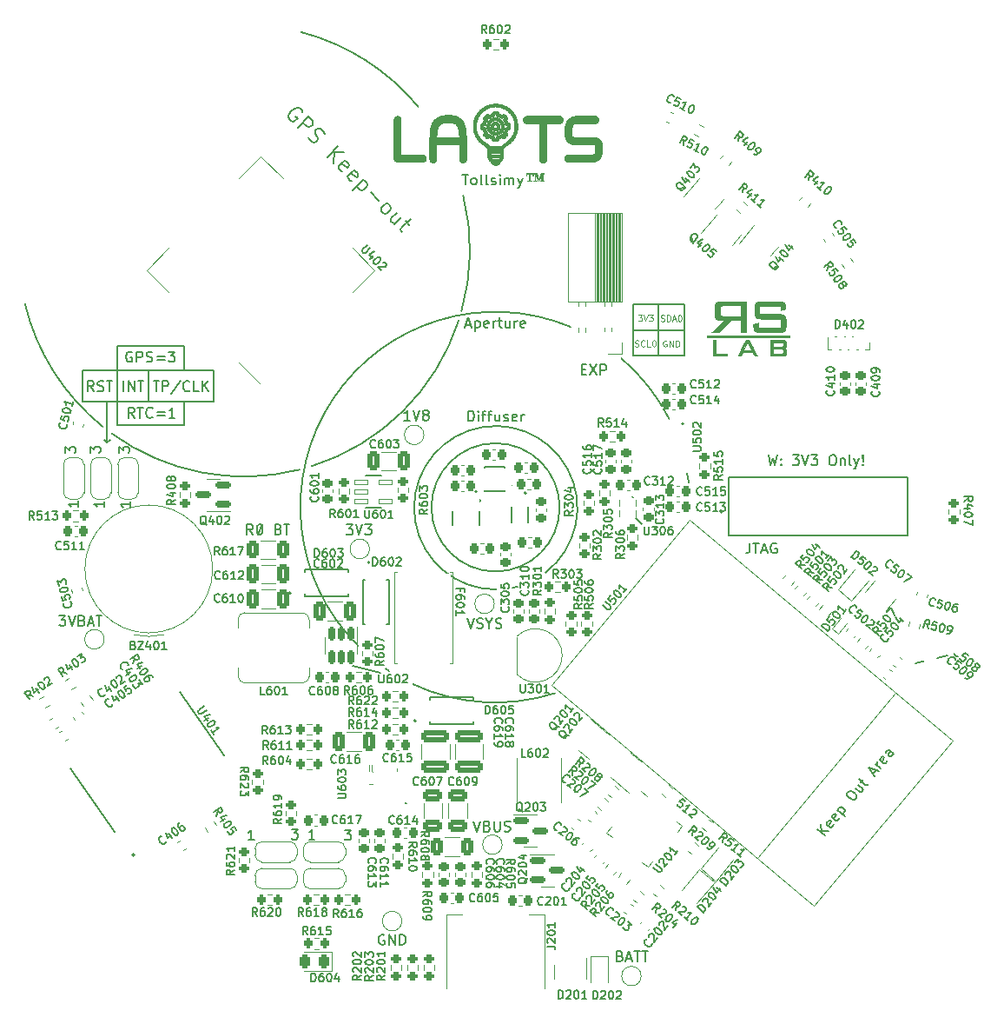
<source format=gto>
G04 #@! TF.GenerationSoftware,KiCad,Pcbnew,6.0.6-1.fc36*
G04 #@! TF.CreationDate,2022-07-28T10:28:12+02:00*
G04 #@! TF.ProjectId,LAITS-HW,4c414954-532d-4485-972e-6b696361645f,1.0*
G04 #@! TF.SameCoordinates,Original*
G04 #@! TF.FileFunction,Legend,Top*
G04 #@! TF.FilePolarity,Positive*
%FSLAX46Y46*%
G04 Gerber Fmt 4.6, Leading zero omitted, Abs format (unit mm)*
G04 Created by KiCad (PCBNEW 6.0.6-1.fc36) date 2022-07-28 10:28:12*
%MOMM*%
%LPD*%
G01*
G04 APERTURE LIST*
G04 Aperture macros list*
%AMRoundRect*
0 Rectangle with rounded corners*
0 $1 Rounding radius*
0 $2 $3 $4 $5 $6 $7 $8 $9 X,Y pos of 4 corners*
0 Add a 4 corners polygon primitive as box body*
4,1,4,$2,$3,$4,$5,$6,$7,$8,$9,$2,$3,0*
0 Add four circle primitives for the rounded corners*
1,1,$1+$1,$2,$3*
1,1,$1+$1,$4,$5*
1,1,$1+$1,$6,$7*
1,1,$1+$1,$8,$9*
0 Add four rect primitives between the rounded corners*
20,1,$1+$1,$2,$3,$4,$5,0*
20,1,$1+$1,$4,$5,$6,$7,0*
20,1,$1+$1,$6,$7,$8,$9,0*
20,1,$1+$1,$8,$9,$2,$3,0*%
%AMRotRect*
0 Rectangle, with rotation*
0 The origin of the aperture is its center*
0 $1 length*
0 $2 width*
0 $3 Rotation angle, in degrees counterclockwise*
0 Add horizontal line*
21,1,$1,$2,0,0,$3*%
%AMFreePoly0*
4,1,25,1.026854,0.150354,1.027000,0.150000,1.027000,-0.250000,1.026854,-0.250354,1.026500,-0.250500,-0.153500,-0.250500,-0.153512,-0.250495,-0.153526,-0.250500,-0.153685,-0.250424,-0.153854,-0.250354,-0.153860,-0.250340,-0.153872,-0.250334,-0.198723,-0.200500,-0.813500,-0.200500,-0.813854,-0.200354,-0.814000,-0.200000,-0.814000,0.000000,-0.813854,0.000354,-0.813500,0.000500,-0.200192,0.000500,
-0.033835,0.150371,-0.033669,0.150430,-0.033500,0.150500,1.026500,0.150500,1.026854,0.150354,1.026854,0.150354,$1*%
%AMFreePoly1*
4,1,22,0.550000,-0.750000,0.000000,-0.750000,0.000000,-0.745033,-0.079941,-0.743568,-0.215256,-0.701293,-0.333266,-0.622738,-0.424486,-0.514219,-0.481581,-0.384460,-0.499164,-0.250000,-0.500000,-0.250000,-0.500000,0.250000,-0.499164,0.250000,-0.499963,0.256109,-0.478152,0.396186,-0.417904,0.524511,-0.324060,0.630769,-0.204165,0.706417,-0.067858,0.745374,0.000000,0.744959,0.000000,0.750000,
0.550000,0.750000,0.550000,-0.750000,0.550000,-0.750000,$1*%
%AMFreePoly2*
4,1,20,0.000000,0.744959,0.073905,0.744508,0.209726,0.703889,0.328688,0.626782,0.421226,0.519385,0.479903,0.390333,0.500000,0.250000,0.500000,-0.250000,0.499851,-0.262216,0.476331,-0.402017,0.414519,-0.529596,0.319384,-0.634700,0.198574,-0.708877,0.061801,-0.746166,0.000000,-0.745033,0.000000,-0.750000,-0.550000,-0.750000,-0.550000,0.750000,0.000000,0.750000,0.000000,0.744959,
0.000000,0.744959,$1*%
G04 Aperture macros list end*
%ADD10C,0.150000*%
%ADD11C,0.020000*%
%ADD12C,0.200000*%
%ADD13C,0.003500*%
%ADD14C,0.125000*%
%ADD15C,0.130000*%
%ADD16C,0.120000*%
%ADD17C,0.127000*%
%ADD18C,0.100000*%
%ADD19RoundRect,0.200000X-0.275000X0.200000X-0.275000X-0.200000X0.275000X-0.200000X0.275000X0.200000X0*%
%ADD20RoundRect,0.250000X0.633743X-0.956031X1.051555X-0.458102X-0.633743X0.956031X-1.051555X0.458102X0*%
%ADD21RoundRect,0.200000X0.329975X0.082105X0.023558X0.339220X-0.329975X-0.082105X-0.023558X-0.339220X0*%
%ADD22RoundRect,0.243750X-0.192828X0.479995X-0.506187X0.106549X0.192828X-0.479995X0.506187X-0.106549X0*%
%ADD23RoundRect,0.200000X-0.329975X-0.082105X-0.023558X-0.339220X0.329975X0.082105X0.023558X0.339220X0*%
%ADD24RoundRect,0.250000X0.650000X-0.325000X0.650000X0.325000X-0.650000X0.325000X-0.650000X-0.325000X0*%
%ADD25RoundRect,0.225000X0.333843X-0.040915X0.075733X0.327703X-0.333843X0.040915X-0.075733X-0.327703X0*%
%ADD26R,2.000000X2.000000*%
%ADD27C,2.000000*%
%ADD28RoundRect,0.200000X-0.082105X0.329975X-0.339220X0.023558X0.082105X-0.329975X0.339220X-0.023558X0*%
%ADD29RoundRect,0.225000X0.225000X0.250000X-0.225000X0.250000X-0.225000X-0.250000X0.225000X-0.250000X0*%
%ADD30R,1.440000X1.480000*%
%ADD31RoundRect,0.225000X-0.333057X-0.046884X0.011663X-0.336138X0.333057X0.046884X-0.011663X0.336138X0*%
%ADD32R,0.723000X0.200000*%
%ADD33R,3.025000X0.300000*%
%ADD34R,3.025000X0.200000*%
%ADD35R,2.025000X0.250000*%
%ADD36R,2.425000X0.200000*%
%ADD37R,0.200000X0.625000*%
%ADD38R,0.200000X0.600000*%
%ADD39FreePoly0,270.000000*%
%ADD40R,0.625000X0.200000*%
%ADD41RoundRect,0.243750X0.243750X0.456250X-0.243750X0.456250X-0.243750X-0.456250X0.243750X-0.456250X0*%
%ADD42RoundRect,0.150000X-0.587500X-0.150000X0.587500X-0.150000X0.587500X0.150000X-0.587500X0.150000X0*%
%ADD43RoundRect,0.225000X0.333057X0.046884X-0.011663X0.336138X-0.333057X-0.046884X0.011663X-0.336138X0*%
%ADD44RoundRect,0.200000X0.275000X-0.200000X0.275000X0.200000X-0.275000X0.200000X-0.275000X-0.200000X0*%
%ADD45RoundRect,0.225000X-0.225000X-0.250000X0.225000X-0.250000X0.225000X0.250000X-0.225000X0.250000X0*%
%ADD46RoundRect,0.225000X-0.250000X0.225000X-0.250000X-0.225000X0.250000X-0.225000X0.250000X0.225000X0*%
%ADD47RoundRect,0.200000X-0.200000X-0.275000X0.200000X-0.275000X0.200000X0.275000X-0.200000X0.275000X0*%
%ADD48RoundRect,0.225000X0.040915X0.333843X-0.327703X0.075733X-0.040915X-0.333843X0.327703X-0.075733X0*%
%ADD49O,0.950000X0.650000*%
%ADD50C,0.650000*%
%ADD51R,0.300000X0.700000*%
%ADD52O,0.800000X1.400000*%
%ADD53RoundRect,0.225000X-0.046884X0.333057X-0.336138X-0.011663X0.046884X-0.333057X0.336138X0.011663X0*%
%ADD54C,1.500000*%
%ADD55RoundRect,0.225000X0.250000X-0.225000X0.250000X0.225000X-0.250000X0.225000X-0.250000X-0.225000X0*%
%ADD56RoundRect,0.225000X0.046884X-0.333057X0.336138X0.011663X-0.046884X0.333057X-0.336138X-0.011663X0*%
%ADD57RoundRect,0.225000X-0.040915X-0.333843X0.327703X-0.075733X0.040915X0.333843X-0.327703X0.075733X0*%
%ADD58FreePoly1,90.000000*%
%ADD59R,1.500000X1.000000*%
%ADD60FreePoly2,90.000000*%
%ADD61RoundRect,0.200000X-0.340037X0.000162X-0.104923X-0.323444X0.340037X-0.000162X0.104923X0.323444X0*%
%ADD62R,0.700000X0.900000*%
%ADD63RoundRect,0.040600X-0.669400X-0.249400X0.669400X-0.249400X0.669400X0.249400X-0.669400X0.249400X0*%
%ADD64RoundRect,0.250000X-0.312500X-0.625000X0.312500X-0.625000X0.312500X0.625000X-0.312500X0.625000X0*%
%ADD65RoundRect,0.200000X0.006097X0.339982X-0.321564X0.110552X-0.006097X-0.339982X0.321564X-0.110552X0*%
%ADD66FreePoly1,0.000000*%
%ADD67R,1.000000X1.500000*%
%ADD68FreePoly2,0.000000*%
%ADD69R,1.500000X1.050000*%
%ADD70O,1.500000X1.050000*%
%ADD71RoundRect,0.250000X0.325000X0.650000X-0.325000X0.650000X-0.325000X-0.650000X0.325000X-0.650000X0*%
%ADD72R,1.000000X0.400000*%
%ADD73RoundRect,0.150000X-0.262731X-0.546469X0.492544X0.353633X0.262731X0.546469X-0.492544X-0.353633X0*%
%ADD74R,0.250000X0.550000*%
%ADD75RotRect,0.360000X0.250000X230.000000*%
%ADD76RoundRect,0.041300X0.734764X-0.607039X-0.319126X0.898071X-0.734764X0.607039X0.319126X-0.898071X0*%
%ADD77R,0.450000X0.600000*%
%ADD78RoundRect,0.150000X-0.150000X0.512500X-0.150000X-0.512500X0.150000X-0.512500X0.150000X0.512500X0*%
%ADD79R,0.200000X0.800000*%
%ADD80R,0.800000X0.200000*%
%ADD81R,2.750000X2.750000*%
%ADD82R,2.950000X3.500000*%
%ADD83RoundRect,0.250000X-0.325000X-0.650000X0.325000X-0.650000X0.325000X0.650000X-0.325000X0.650000X0*%
%ADD84RoundRect,0.200000X-0.218447X0.260588X-0.315216X-0.127531X0.218447X-0.260588X0.315216X0.127531X0*%
%ADD85RotRect,3.000000X1.500000X135.000000*%
%ADD86RotRect,1.500000X3.000000X135.000000*%
%ADD87RoundRect,0.200000X0.200000X0.275000X-0.200000X0.275000X-0.200000X-0.275000X0.200000X-0.275000X0*%
%ADD88RoundRect,0.200000X-0.339982X0.006097X-0.110552X-0.321564X0.339982X-0.006097X0.110552X0.321564X0*%
%ADD89RoundRect,0.225000X-0.188142X0.278797X-0.297006X-0.157836X0.188142X-0.278797X0.297006X0.157836X0*%
%ADD90RoundRect,0.200000X-0.006097X-0.339982X0.321564X-0.110552X0.006097X0.339982X-0.321564X0.110552X0*%
%ADD91R,0.220000X0.400000*%
%ADD92R,0.400000X0.220000*%
%ADD93RotRect,1.500000X0.900000X230.000000*%
%ADD94RotRect,0.900000X0.900000X230.000000*%
%ADD95R,1.500000X2.120000*%
%ADD96R,5.300000X2.000000*%
%ADD97RoundRect,0.243750X0.192828X-0.479995X0.506187X-0.106549X-0.192828X0.479995X-0.506187X0.106549X0*%
%ADD98R,3.400000X0.980000*%
%ADD99R,1.508000X1.508000*%
%ADD100C,1.508000*%
%ADD101RoundRect,0.225000X0.188142X-0.278797X0.297006X0.157836X-0.188142X0.278797X-0.297006X-0.157836X0*%
%ADD102RoundRect,0.200000X0.339982X-0.006097X0.110552X0.321564X-0.339982X0.006097X-0.110552X-0.321564X0*%
%ADD103RoundRect,0.150000X0.546469X-0.262731X-0.353633X0.492544X-0.546469X0.262731X0.353633X-0.492544X0*%
%ADD104RoundRect,0.200000X0.300311X0.159494X-0.059207X0.334843X-0.300311X-0.159494X0.059207X-0.334843X0*%
%ADD105R,0.690000X0.590000*%
%ADD106RoundRect,0.200000X0.082105X-0.329975X0.339220X-0.023558X-0.082105X0.329975X-0.339220X0.023558X0*%
%ADD107RoundRect,0.250000X-1.100000X0.325000X-1.100000X-0.325000X1.100000X-0.325000X1.100000X0.325000X0*%
%ADD108RotRect,0.600000X0.450000X50.000000*%
%ADD109RoundRect,0.225000X0.297006X-0.157836X0.188142X0.278797X-0.297006X0.157836X-0.188142X-0.278797X0*%
%ADD110R,1.700000X1.700000*%
%ADD111O,1.700000X1.700000*%
%ADD112RoundRect,0.250000X0.312500X0.625000X-0.312500X0.625000X-0.312500X-0.625000X0.312500X-0.625000X0*%
%ADD113R,1.000000X0.700000*%
%ADD114R,0.600000X0.700000*%
%ADD115RoundRect,0.225000X-0.334506X0.035083X-0.070003X-0.328975X0.334506X-0.035083X0.070003X0.328975X0*%
%ADD116RoundRect,0.225000X-0.311821X-0.126065X0.092636X-0.323332X0.311821X0.126065X-0.092636X0.323332X0*%
%ADD117RoundRect,0.150000X0.587500X0.150000X-0.587500X0.150000X-0.587500X-0.150000X0.587500X-0.150000X0*%
%ADD118RoundRect,0.062500X-0.298714X0.169063X0.218366X-0.264819X0.298714X-0.169063X-0.218366X0.264819X0*%
%ADD119RoundRect,0.062500X-0.264819X-0.218366X-0.169063X-0.298714X0.264819X0.218366X0.169063X0.298714X0*%
%ADD120RotRect,3.350000X3.350000X320.000000*%
%ADD121RoundRect,0.150000X-0.546469X0.262731X0.353633X-0.492544X0.546469X-0.262731X-0.353633X0.492544X0*%
%ADD122C,2.250000*%
%ADD123C,1.308000*%
%ADD124RoundRect,0.450000X-0.633974X-0.055466X0.055466X-0.633974X0.633974X0.055466X-0.055466X0.633974X0*%
%ADD125C,1.800000*%
%ADD126C,2.100000*%
%ADD127C,1.750000*%
%ADD128R,1.800000X1.800000*%
%ADD129C,3.450000*%
%ADD130C,3.170000*%
%ADD131C,2.390000*%
G04 APERTURE END LIST*
D10*
X97380000Y-94240000D02*
X102380000Y-94240000D01*
X102380000Y-94240000D02*
X102380000Y-99240000D01*
X102380000Y-99240000D02*
X97380000Y-99240000D01*
X97380000Y-99240000D02*
X97380000Y-94240000D01*
D11*
G36*
X111459712Y-93932436D02*
G01*
X111665759Y-93934679D01*
X111756821Y-93938422D01*
X111807608Y-93946172D01*
X111855038Y-93955565D01*
X111899220Y-93966686D01*
X111940263Y-93979618D01*
X111978274Y-93994448D01*
X112013361Y-94011261D01*
X112045634Y-94030139D01*
X112060748Y-94040381D01*
X112075199Y-94051170D01*
X112089001Y-94062519D01*
X112102167Y-94074438D01*
X112114710Y-94086936D01*
X112126644Y-94100026D01*
X112137983Y-94113718D01*
X112148739Y-94128021D01*
X112168561Y-94158508D01*
X112186218Y-94191570D01*
X112201817Y-94227293D01*
X112215468Y-94265762D01*
X112227278Y-94307061D01*
X112231036Y-94323758D01*
X112234779Y-94344098D01*
X112242006Y-94393175D01*
X112248542Y-94449232D01*
X112253969Y-94507209D01*
X112257868Y-94562046D01*
X112259821Y-94608681D01*
X112259937Y-94627342D01*
X112259409Y-94642055D01*
X112258186Y-94652187D01*
X112257297Y-94655338D01*
X112256215Y-94657106D01*
X112254340Y-94658134D01*
X112250450Y-94659718D01*
X112237055Y-94664422D01*
X112216895Y-94670953D01*
X112190838Y-94679047D01*
X112159750Y-94688437D01*
X112124497Y-94698860D01*
X112044962Y-94721740D01*
X111898344Y-94763508D01*
X111831179Y-94783226D01*
X111830419Y-94783374D01*
X111829693Y-94783221D01*
X111829001Y-94782753D01*
X111828343Y-94781956D01*
X111827716Y-94780816D01*
X111827122Y-94779319D01*
X111826559Y-94777453D01*
X111826026Y-94775202D01*
X111825523Y-94772554D01*
X111825049Y-94769495D01*
X111824185Y-94762088D01*
X111823430Y-94752872D01*
X111822777Y-94741737D01*
X111822221Y-94728574D01*
X111821758Y-94713273D01*
X111821380Y-94695725D01*
X111821083Y-94675819D01*
X111820711Y-94628498D01*
X111820596Y-94570434D01*
X111820596Y-94353628D01*
X109695462Y-94353628D01*
X109695462Y-95174395D01*
X110760146Y-95176832D01*
X111824829Y-95179271D01*
X111906287Y-95201718D01*
X111945214Y-95213103D01*
X111963172Y-95218892D01*
X111980198Y-95224782D01*
X111996347Y-95230798D01*
X112011673Y-95236967D01*
X112026229Y-95243317D01*
X112040070Y-95249874D01*
X112053251Y-95256664D01*
X112065824Y-95263715D01*
X112077846Y-95271054D01*
X112089368Y-95278706D01*
X112100446Y-95286699D01*
X112111135Y-95295059D01*
X112121487Y-95303814D01*
X112131557Y-95312989D01*
X112141281Y-95322391D01*
X112150401Y-95331679D01*
X112158962Y-95340924D01*
X112167005Y-95350200D01*
X112174577Y-95359576D01*
X112181719Y-95369125D01*
X112188475Y-95378919D01*
X112194890Y-95389030D01*
X112201006Y-95399529D01*
X112206868Y-95410488D01*
X112212519Y-95421979D01*
X112218003Y-95434074D01*
X112223363Y-95446844D01*
X112228643Y-95460362D01*
X112233886Y-95474698D01*
X112239137Y-95489926D01*
X112247021Y-95514073D01*
X112254057Y-95537272D01*
X112260292Y-95560054D01*
X112265773Y-95582949D01*
X112270548Y-95606489D01*
X112274663Y-95631203D01*
X112278168Y-95657622D01*
X112281107Y-95686277D01*
X112283531Y-95717697D01*
X112285484Y-95752415D01*
X112287015Y-95790960D01*
X112288172Y-95833862D01*
X112289550Y-95934863D01*
X112289998Y-96059661D01*
X112289851Y-96178271D01*
X112288999Y-96273481D01*
X112287134Y-96349617D01*
X112283946Y-96411005D01*
X112279129Y-96461971D01*
X112272373Y-96506841D01*
X112263371Y-96549940D01*
X112251814Y-96595594D01*
X112245939Y-96616336D01*
X112239601Y-96636323D01*
X112232782Y-96655567D01*
X112225466Y-96674080D01*
X112217635Y-96691874D01*
X112209272Y-96708961D01*
X112200359Y-96725353D01*
X112190880Y-96741062D01*
X112180817Y-96756100D01*
X112170152Y-96770478D01*
X112158870Y-96784209D01*
X112146952Y-96797304D01*
X112134382Y-96809776D01*
X112121142Y-96821637D01*
X112107214Y-96832897D01*
X112092582Y-96843570D01*
X112077229Y-96853668D01*
X112061137Y-96863201D01*
X112044289Y-96872182D01*
X112026667Y-96880623D01*
X112008255Y-96888537D01*
X111989036Y-96895934D01*
X111968991Y-96902827D01*
X111948105Y-96909227D01*
X111926359Y-96915147D01*
X111903736Y-96920599D01*
X111855793Y-96930145D01*
X111804136Y-96937960D01*
X111748629Y-96944140D01*
X111390000Y-96950000D01*
X110702874Y-96951750D01*
X110016118Y-96949508D01*
X109658597Y-96943391D01*
X109626781Y-96939892D01*
X109595839Y-96935611D01*
X109565807Y-96930561D01*
X109536723Y-96924755D01*
X109508625Y-96918209D01*
X109481550Y-96910936D01*
X109455535Y-96902949D01*
X109430619Y-96894263D01*
X109406839Y-96884892D01*
X109384231Y-96874849D01*
X109362834Y-96864149D01*
X109342686Y-96852805D01*
X109323823Y-96840831D01*
X109306283Y-96828241D01*
X109290104Y-96815049D01*
X109275323Y-96801269D01*
X109257892Y-96782568D01*
X109241684Y-96762494D01*
X109226665Y-96740919D01*
X109212799Y-96717719D01*
X109200049Y-96692768D01*
X109188380Y-96665939D01*
X109177755Y-96637107D01*
X109168141Y-96606146D01*
X109159500Y-96572931D01*
X109151796Y-96537335D01*
X109144995Y-96499233D01*
X109139059Y-96458498D01*
X109133954Y-96415006D01*
X109129644Y-96368631D01*
X109126092Y-96319245D01*
X109123264Y-96266725D01*
X109117625Y-96143589D01*
X109345160Y-96091002D01*
X109434677Y-96070586D01*
X109510210Y-96053874D01*
X109563805Y-96042588D01*
X109579892Y-96039520D01*
X109587512Y-96038455D01*
X109588766Y-96038513D01*
X109589365Y-96038591D01*
X109589947Y-96038707D01*
X109590511Y-96038865D01*
X109591058Y-96039070D01*
X109591588Y-96039327D01*
X109592101Y-96039639D01*
X109592597Y-96040010D01*
X109593078Y-96040446D01*
X109593542Y-96040951D01*
X109593991Y-96041528D01*
X109594424Y-96042183D01*
X109594842Y-96042919D01*
X109595245Y-96043741D01*
X109595634Y-96044654D01*
X109596008Y-96045661D01*
X109596368Y-96046767D01*
X109596715Y-96047976D01*
X109597048Y-96049293D01*
X109597367Y-96050723D01*
X109597674Y-96052268D01*
X109598249Y-96055725D01*
X109598775Y-96059700D01*
X109599255Y-96064227D01*
X109599690Y-96069342D01*
X109600082Y-96075078D01*
X109600434Y-96081470D01*
X109600748Y-96088555D01*
X109601026Y-96096365D01*
X109601270Y-96104936D01*
X109601482Y-96114303D01*
X109601665Y-96124500D01*
X109601820Y-96135563D01*
X109601949Y-96147525D01*
X109602141Y-96174289D01*
X109602257Y-96205069D01*
X109602314Y-96240145D01*
X109602329Y-96279794D01*
X109602329Y-96521094D01*
X111829062Y-96521094D01*
X111829062Y-95623628D01*
X110827657Y-95623628D01*
X110075013Y-95621341D01*
X109853667Y-95618652D01*
X109754507Y-95615083D01*
X109712516Y-95609407D01*
X109672682Y-95602629D01*
X109634974Y-95594731D01*
X109599359Y-95585697D01*
X109565806Y-95575508D01*
X109534281Y-95564148D01*
X109504754Y-95551599D01*
X109477190Y-95537843D01*
X109451559Y-95522863D01*
X109427828Y-95506641D01*
X109405964Y-95489161D01*
X109385936Y-95470404D01*
X109367711Y-95450354D01*
X109351256Y-95428992D01*
X109336541Y-95406302D01*
X109323531Y-95382266D01*
X109311448Y-95356015D01*
X109300382Y-95328329D01*
X109290312Y-95299037D01*
X109281218Y-95267967D01*
X109273079Y-95234947D01*
X109265874Y-95199807D01*
X109259583Y-95162374D01*
X109254185Y-95122476D01*
X109249659Y-95079944D01*
X109245985Y-95034604D01*
X109243142Y-94986286D01*
X109241109Y-94934817D01*
X109239867Y-94880027D01*
X109239393Y-94821744D01*
X109239668Y-94759796D01*
X109240670Y-94694012D01*
X109243526Y-94590232D01*
X109247833Y-94501780D01*
X109253955Y-94426357D01*
X109257811Y-94392813D01*
X109262257Y-94361664D01*
X109267339Y-94332622D01*
X109273102Y-94305400D01*
X109279592Y-94279710D01*
X109286855Y-94255265D01*
X109294935Y-94231778D01*
X109303879Y-94208960D01*
X109313731Y-94186525D01*
X109324538Y-94164184D01*
X109334943Y-94145076D01*
X109340559Y-94135840D01*
X109346451Y-94126814D01*
X109352623Y-94117997D01*
X109359077Y-94109388D01*
X109365814Y-94100984D01*
X109372837Y-94092786D01*
X109380146Y-94084791D01*
X109387745Y-94076998D01*
X109395635Y-94069407D01*
X109403818Y-94062015D01*
X109421070Y-94047824D01*
X109439517Y-94034417D01*
X109459175Y-94021781D01*
X109480059Y-94009907D01*
X109502183Y-93998785D01*
X109525565Y-93988403D01*
X109550218Y-93978752D01*
X109576158Y-93969820D01*
X109603401Y-93961598D01*
X109631963Y-93954074D01*
X109645614Y-93950785D01*
X109659089Y-93947901D01*
X109666245Y-93946602D01*
X109673940Y-93945391D01*
X109682366Y-93944267D01*
X109691719Y-93943224D01*
X109702193Y-93942258D01*
X109713981Y-93941366D01*
X109727277Y-93940544D01*
X109742276Y-93939788D01*
X109778160Y-93938457D01*
X109823183Y-93937343D01*
X109878900Y-93936413D01*
X109946863Y-93935635D01*
X110028624Y-93934980D01*
X110125737Y-93934414D01*
X110372230Y-93933426D01*
X110698763Y-93932420D01*
X111459712Y-93932436D01*
G37*
X111459712Y-93932436D02*
X111665759Y-93934679D01*
X111756821Y-93938422D01*
X111807608Y-93946172D01*
X111855038Y-93955565D01*
X111899220Y-93966686D01*
X111940263Y-93979618D01*
X111978274Y-93994448D01*
X112013361Y-94011261D01*
X112045634Y-94030139D01*
X112060748Y-94040381D01*
X112075199Y-94051170D01*
X112089001Y-94062519D01*
X112102167Y-94074438D01*
X112114710Y-94086936D01*
X112126644Y-94100026D01*
X112137983Y-94113718D01*
X112148739Y-94128021D01*
X112168561Y-94158508D01*
X112186218Y-94191570D01*
X112201817Y-94227293D01*
X112215468Y-94265762D01*
X112227278Y-94307061D01*
X112231036Y-94323758D01*
X112234779Y-94344098D01*
X112242006Y-94393175D01*
X112248542Y-94449232D01*
X112253969Y-94507209D01*
X112257868Y-94562046D01*
X112259821Y-94608681D01*
X112259937Y-94627342D01*
X112259409Y-94642055D01*
X112258186Y-94652187D01*
X112257297Y-94655338D01*
X112256215Y-94657106D01*
X112254340Y-94658134D01*
X112250450Y-94659718D01*
X112237055Y-94664422D01*
X112216895Y-94670953D01*
X112190838Y-94679047D01*
X112159750Y-94688437D01*
X112124497Y-94698860D01*
X112044962Y-94721740D01*
X111898344Y-94763508D01*
X111831179Y-94783226D01*
X111830419Y-94783374D01*
X111829693Y-94783221D01*
X111829001Y-94782753D01*
X111828343Y-94781956D01*
X111827716Y-94780816D01*
X111827122Y-94779319D01*
X111826559Y-94777453D01*
X111826026Y-94775202D01*
X111825523Y-94772554D01*
X111825049Y-94769495D01*
X111824185Y-94762088D01*
X111823430Y-94752872D01*
X111822777Y-94741737D01*
X111822221Y-94728574D01*
X111821758Y-94713273D01*
X111821380Y-94695725D01*
X111821083Y-94675819D01*
X111820711Y-94628498D01*
X111820596Y-94570434D01*
X111820596Y-94353628D01*
X109695462Y-94353628D01*
X109695462Y-95174395D01*
X110760146Y-95176832D01*
X111824829Y-95179271D01*
X111906287Y-95201718D01*
X111945214Y-95213103D01*
X111963172Y-95218892D01*
X111980198Y-95224782D01*
X111996347Y-95230798D01*
X112011673Y-95236967D01*
X112026229Y-95243317D01*
X112040070Y-95249874D01*
X112053251Y-95256664D01*
X112065824Y-95263715D01*
X112077846Y-95271054D01*
X112089368Y-95278706D01*
X112100446Y-95286699D01*
X112111135Y-95295059D01*
X112121487Y-95303814D01*
X112131557Y-95312989D01*
X112141281Y-95322391D01*
X112150401Y-95331679D01*
X112158962Y-95340924D01*
X112167005Y-95350200D01*
X112174577Y-95359576D01*
X112181719Y-95369125D01*
X112188475Y-95378919D01*
X112194890Y-95389030D01*
X112201006Y-95399529D01*
X112206868Y-95410488D01*
X112212519Y-95421979D01*
X112218003Y-95434074D01*
X112223363Y-95446844D01*
X112228643Y-95460362D01*
X112233886Y-95474698D01*
X112239137Y-95489926D01*
X112247021Y-95514073D01*
X112254057Y-95537272D01*
X112260292Y-95560054D01*
X112265773Y-95582949D01*
X112270548Y-95606489D01*
X112274663Y-95631203D01*
X112278168Y-95657622D01*
X112281107Y-95686277D01*
X112283531Y-95717697D01*
X112285484Y-95752415D01*
X112287015Y-95790960D01*
X112288172Y-95833862D01*
X112289550Y-95934863D01*
X112289998Y-96059661D01*
X112289851Y-96178271D01*
X112288999Y-96273481D01*
X112287134Y-96349617D01*
X112283946Y-96411005D01*
X112279129Y-96461971D01*
X112272373Y-96506841D01*
X112263371Y-96549940D01*
X112251814Y-96595594D01*
X112245939Y-96616336D01*
X112239601Y-96636323D01*
X112232782Y-96655567D01*
X112225466Y-96674080D01*
X112217635Y-96691874D01*
X112209272Y-96708961D01*
X112200359Y-96725353D01*
X112190880Y-96741062D01*
X112180817Y-96756100D01*
X112170152Y-96770478D01*
X112158870Y-96784209D01*
X112146952Y-96797304D01*
X112134382Y-96809776D01*
X112121142Y-96821637D01*
X112107214Y-96832897D01*
X112092582Y-96843570D01*
X112077229Y-96853668D01*
X112061137Y-96863201D01*
X112044289Y-96872182D01*
X112026667Y-96880623D01*
X112008255Y-96888537D01*
X111989036Y-96895934D01*
X111968991Y-96902827D01*
X111948105Y-96909227D01*
X111926359Y-96915147D01*
X111903736Y-96920599D01*
X111855793Y-96930145D01*
X111804136Y-96937960D01*
X111748629Y-96944140D01*
X111390000Y-96950000D01*
X110702874Y-96951750D01*
X110016118Y-96949508D01*
X109658597Y-96943391D01*
X109626781Y-96939892D01*
X109595839Y-96935611D01*
X109565807Y-96930561D01*
X109536723Y-96924755D01*
X109508625Y-96918209D01*
X109481550Y-96910936D01*
X109455535Y-96902949D01*
X109430619Y-96894263D01*
X109406839Y-96884892D01*
X109384231Y-96874849D01*
X109362834Y-96864149D01*
X109342686Y-96852805D01*
X109323823Y-96840831D01*
X109306283Y-96828241D01*
X109290104Y-96815049D01*
X109275323Y-96801269D01*
X109257892Y-96782568D01*
X109241684Y-96762494D01*
X109226665Y-96740919D01*
X109212799Y-96717719D01*
X109200049Y-96692768D01*
X109188380Y-96665939D01*
X109177755Y-96637107D01*
X109168141Y-96606146D01*
X109159500Y-96572931D01*
X109151796Y-96537335D01*
X109144995Y-96499233D01*
X109139059Y-96458498D01*
X109133954Y-96415006D01*
X109129644Y-96368631D01*
X109126092Y-96319245D01*
X109123264Y-96266725D01*
X109117625Y-96143589D01*
X109345160Y-96091002D01*
X109434677Y-96070586D01*
X109510210Y-96053874D01*
X109563805Y-96042588D01*
X109579892Y-96039520D01*
X109587512Y-96038455D01*
X109588766Y-96038513D01*
X109589365Y-96038591D01*
X109589947Y-96038707D01*
X109590511Y-96038865D01*
X109591058Y-96039070D01*
X109591588Y-96039327D01*
X109592101Y-96039639D01*
X109592597Y-96040010D01*
X109593078Y-96040446D01*
X109593542Y-96040951D01*
X109593991Y-96041528D01*
X109594424Y-96042183D01*
X109594842Y-96042919D01*
X109595245Y-96043741D01*
X109595634Y-96044654D01*
X109596008Y-96045661D01*
X109596368Y-96046767D01*
X109596715Y-96047976D01*
X109597048Y-96049293D01*
X109597367Y-96050723D01*
X109597674Y-96052268D01*
X109598249Y-96055725D01*
X109598775Y-96059700D01*
X109599255Y-96064227D01*
X109599690Y-96069342D01*
X109600082Y-96075078D01*
X109600434Y-96081470D01*
X109600748Y-96088555D01*
X109601026Y-96096365D01*
X109601270Y-96104936D01*
X109601482Y-96114303D01*
X109601665Y-96124500D01*
X109601820Y-96135563D01*
X109601949Y-96147525D01*
X109602141Y-96174289D01*
X109602257Y-96205069D01*
X109602314Y-96240145D01*
X109602329Y-96279794D01*
X109602329Y-96521094D01*
X111829062Y-96521094D01*
X111829062Y-95623628D01*
X110827657Y-95623628D01*
X110075013Y-95621341D01*
X109853667Y-95618652D01*
X109754507Y-95615083D01*
X109712516Y-95609407D01*
X109672682Y-95602629D01*
X109634974Y-95594731D01*
X109599359Y-95585697D01*
X109565806Y-95575508D01*
X109534281Y-95564148D01*
X109504754Y-95551599D01*
X109477190Y-95537843D01*
X109451559Y-95522863D01*
X109427828Y-95506641D01*
X109405964Y-95489161D01*
X109385936Y-95470404D01*
X109367711Y-95450354D01*
X109351256Y-95428992D01*
X109336541Y-95406302D01*
X109323531Y-95382266D01*
X109311448Y-95356015D01*
X109300382Y-95328329D01*
X109290312Y-95299037D01*
X109281218Y-95267967D01*
X109273079Y-95234947D01*
X109265874Y-95199807D01*
X109259583Y-95162374D01*
X109254185Y-95122476D01*
X109249659Y-95079944D01*
X109245985Y-95034604D01*
X109243142Y-94986286D01*
X109241109Y-94934817D01*
X109239867Y-94880027D01*
X109239393Y-94821744D01*
X109239668Y-94759796D01*
X109240670Y-94694012D01*
X109243526Y-94590232D01*
X109247833Y-94501780D01*
X109253955Y-94426357D01*
X109257811Y-94392813D01*
X109262257Y-94361664D01*
X109267339Y-94332622D01*
X109273102Y-94305400D01*
X109279592Y-94279710D01*
X109286855Y-94255265D01*
X109294935Y-94231778D01*
X109303879Y-94208960D01*
X109313731Y-94186525D01*
X109324538Y-94164184D01*
X109334943Y-94145076D01*
X109340559Y-94135840D01*
X109346451Y-94126814D01*
X109352623Y-94117997D01*
X109359077Y-94109388D01*
X109365814Y-94100984D01*
X109372837Y-94092786D01*
X109380146Y-94084791D01*
X109387745Y-94076998D01*
X109395635Y-94069407D01*
X109403818Y-94062015D01*
X109421070Y-94047824D01*
X109439517Y-94034417D01*
X109459175Y-94021781D01*
X109480059Y-94009907D01*
X109502183Y-93998785D01*
X109525565Y-93988403D01*
X109550218Y-93978752D01*
X109576158Y-93969820D01*
X109603401Y-93961598D01*
X109631963Y-93954074D01*
X109645614Y-93950785D01*
X109659089Y-93947901D01*
X109666245Y-93946602D01*
X109673940Y-93945391D01*
X109682366Y-93944267D01*
X109691719Y-93943224D01*
X109702193Y-93942258D01*
X109713981Y-93941366D01*
X109727277Y-93940544D01*
X109742276Y-93939788D01*
X109778160Y-93938457D01*
X109823183Y-93937343D01*
X109878900Y-93936413D01*
X109946863Y-93935635D01*
X110028624Y-93934980D01*
X110125737Y-93934414D01*
X110372230Y-93933426D01*
X110698763Y-93932420D01*
X111459712Y-93932436D01*
D10*
G36*
X93738075Y-75953920D02*
G01*
X93752911Y-75955112D01*
X93767529Y-75957073D01*
X93781910Y-75959785D01*
X93796037Y-75963226D01*
X93809891Y-75967378D01*
X93823454Y-75972219D01*
X93836708Y-75977731D01*
X93849634Y-75983893D01*
X93862215Y-75990685D01*
X93874432Y-75998086D01*
X93886268Y-76006079D01*
X93897703Y-76014641D01*
X93908720Y-76023753D01*
X93919300Y-76033396D01*
X93929426Y-76043549D01*
X93939079Y-76054192D01*
X93948241Y-76065306D01*
X93956894Y-76076869D01*
X93965019Y-76088863D01*
X93972599Y-76101268D01*
X93979615Y-76114063D01*
X93986049Y-76127228D01*
X93991884Y-76140743D01*
X93997099Y-76154589D01*
X94001679Y-76168746D01*
X94005604Y-76183193D01*
X94008855Y-76197910D01*
X94011416Y-76212878D01*
X94013268Y-76228076D01*
X94014393Y-76243485D01*
X94014771Y-76259085D01*
X94014771Y-76259103D01*
X94014393Y-76274723D01*
X94013268Y-76290193D01*
X94011416Y-76305490D01*
X94008855Y-76320590D01*
X94005604Y-76335472D01*
X94001679Y-76350113D01*
X93997099Y-76364490D01*
X93991884Y-76378580D01*
X93986049Y-76392362D01*
X93979615Y-76405811D01*
X93972599Y-76418906D01*
X93965019Y-76431624D01*
X93956894Y-76443943D01*
X93948241Y-76455839D01*
X93939079Y-76467290D01*
X93929426Y-76478273D01*
X93919300Y-76488767D01*
X93908720Y-76498747D01*
X93897703Y-76508192D01*
X93886268Y-76517078D01*
X93874432Y-76525384D01*
X93862215Y-76533087D01*
X93849634Y-76540163D01*
X93836708Y-76546590D01*
X93823454Y-76552346D01*
X93809891Y-76557409D01*
X93796037Y-76561754D01*
X93781910Y-76565360D01*
X93767529Y-76568204D01*
X93752911Y-76570264D01*
X93738075Y-76571516D01*
X93723039Y-76571939D01*
X92115391Y-76571939D01*
X92059741Y-76572212D01*
X92006827Y-76573105D01*
X91956623Y-76574722D01*
X91909101Y-76577171D01*
X91864234Y-76580557D01*
X91821995Y-76584989D01*
X91782356Y-76590571D01*
X91745291Y-76597411D01*
X91710771Y-76605615D01*
X91678770Y-76615289D01*
X91663705Y-76620712D01*
X91649260Y-76626541D01*
X91635431Y-76632792D01*
X91622214Y-76639476D01*
X91609607Y-76646609D01*
X91597606Y-76654202D01*
X91586207Y-76662269D01*
X91575407Y-76670824D01*
X91565202Y-76679879D01*
X91555590Y-76689449D01*
X91546566Y-76699546D01*
X91538128Y-76710183D01*
X91519275Y-76736757D01*
X91502232Y-76767264D01*
X91486916Y-76801543D01*
X91473245Y-76839435D01*
X91461139Y-76880781D01*
X91450514Y-76925419D01*
X91441290Y-76973191D01*
X91433384Y-77023937D01*
X91426715Y-77077496D01*
X91421200Y-77133709D01*
X91413308Y-77253458D01*
X91409053Y-77381905D01*
X91407780Y-77517770D01*
X91408348Y-77564155D01*
X91409998Y-77607834D01*
X91412649Y-77648827D01*
X91416217Y-77687155D01*
X91420622Y-77722841D01*
X91425782Y-77755905D01*
X91431614Y-77786368D01*
X91438037Y-77814252D01*
X91444970Y-77839578D01*
X91452330Y-77862367D01*
X91460035Y-77882641D01*
X91468004Y-77900421D01*
X91476155Y-77915728D01*
X91484406Y-77928583D01*
X91488543Y-77934098D01*
X91492675Y-77939008D01*
X91496790Y-77943316D01*
X91500880Y-77947024D01*
X91518897Y-77960156D01*
X91540269Y-77972287D01*
X91564860Y-77983438D01*
X91592534Y-77993630D01*
X91623153Y-78002885D01*
X91656583Y-78011223D01*
X91692685Y-78018666D01*
X91731324Y-78025235D01*
X91772363Y-78030952D01*
X91815666Y-78035838D01*
X91908519Y-78043200D01*
X92008791Y-78047493D01*
X92115391Y-78048886D01*
X93462342Y-78048886D01*
X93476600Y-78048573D01*
X93491439Y-78047750D01*
X93522863Y-78045251D01*
X93539448Y-78043916D01*
X93556615Y-78042752D01*
X93574364Y-78041929D01*
X93592695Y-78041616D01*
X93653080Y-78042838D01*
X93684768Y-78044590D01*
X93717320Y-78047300D01*
X93750636Y-78051119D01*
X93784616Y-78056196D01*
X93819160Y-78062679D01*
X93854167Y-78070719D01*
X93889539Y-78080463D01*
X93925173Y-78092062D01*
X93960972Y-78105665D01*
X93996834Y-78121421D01*
X94032660Y-78139479D01*
X94068349Y-78159988D01*
X94103801Y-78183097D01*
X94138917Y-78208956D01*
X94160910Y-78227003D01*
X94181530Y-78245642D01*
X94200819Y-78264827D01*
X94218823Y-78284511D01*
X94235586Y-78304649D01*
X94251153Y-78325192D01*
X94265566Y-78346095D01*
X94278872Y-78367312D01*
X94291113Y-78388794D01*
X94302335Y-78410497D01*
X94321898Y-78454375D01*
X94337915Y-78498572D01*
X94350740Y-78542716D01*
X94360729Y-78586435D01*
X94368235Y-78629354D01*
X94373613Y-78671101D01*
X94377218Y-78711303D01*
X94379405Y-78749587D01*
X94380528Y-78785580D01*
X94381001Y-78849203D01*
X94381001Y-79045639D01*
X94379909Y-79153903D01*
X94375762Y-79265154D01*
X94372133Y-79321552D01*
X94367250Y-79378281D01*
X94360948Y-79435201D01*
X94353064Y-79492175D01*
X94343435Y-79549064D01*
X94331896Y-79605730D01*
X94318284Y-79662032D01*
X94302436Y-79717834D01*
X94284187Y-79772997D01*
X94263375Y-79827381D01*
X94239835Y-79880848D01*
X94213404Y-79933260D01*
X94195482Y-79964450D01*
X94176668Y-79993939D01*
X94157016Y-80021773D01*
X94136577Y-80048000D01*
X94115407Y-80072665D01*
X94093559Y-80095816D01*
X94071085Y-80117499D01*
X94048040Y-80137760D01*
X94024477Y-80156647D01*
X94000448Y-80174205D01*
X93976009Y-80190482D01*
X93951211Y-80205524D01*
X93900755Y-80232090D01*
X93849508Y-80254276D01*
X93797898Y-80272455D01*
X93746352Y-80287000D01*
X93695296Y-80298284D01*
X93645159Y-80306680D01*
X93596368Y-80312561D01*
X93549350Y-80316300D01*
X93504532Y-80318270D01*
X93462342Y-80318844D01*
X91116042Y-80318844D01*
X91101007Y-80318442D01*
X91086172Y-80317251D01*
X91071554Y-80315289D01*
X91057173Y-80312578D01*
X91043047Y-80309136D01*
X91029193Y-80304985D01*
X91015631Y-80300143D01*
X91002377Y-80294631D01*
X90989451Y-80288470D01*
X90976870Y-80281678D01*
X90964653Y-80274276D01*
X90952817Y-80266284D01*
X90941382Y-80257721D01*
X90930365Y-80248609D01*
X90919785Y-80238966D01*
X90909659Y-80228813D01*
X90900005Y-80218170D01*
X90890843Y-80207056D01*
X90882190Y-80195493D01*
X90874064Y-80183499D01*
X90866484Y-80171094D01*
X90859468Y-80158299D01*
X90853033Y-80145134D01*
X90847199Y-80131619D01*
X90841983Y-80117773D01*
X90837403Y-80103616D01*
X90833478Y-80089169D01*
X90830226Y-80074452D01*
X90827665Y-80059484D01*
X90825813Y-80044286D01*
X90824689Y-80028877D01*
X90824310Y-80013277D01*
X90824689Y-79997657D01*
X90825813Y-79982187D01*
X90827665Y-79966891D01*
X90830226Y-79951790D01*
X90833478Y-79936908D01*
X90837403Y-79922268D01*
X90841983Y-79907891D01*
X90847199Y-79893800D01*
X90853033Y-79880019D01*
X90859468Y-79866569D01*
X90866484Y-79853474D01*
X90874064Y-79840756D01*
X90882190Y-79828438D01*
X90890843Y-79816542D01*
X90900005Y-79805091D01*
X90909659Y-79794107D01*
X90919785Y-79783614D01*
X90930365Y-79773633D01*
X90941382Y-79764189D01*
X90952817Y-79755302D01*
X90964653Y-79746996D01*
X90976870Y-79739294D01*
X90989451Y-79732218D01*
X91002377Y-79725790D01*
X91015631Y-79720034D01*
X91029193Y-79714972D01*
X91043047Y-79710626D01*
X91057173Y-79707020D01*
X91071554Y-79704176D01*
X91086172Y-79702117D01*
X91101007Y-79700864D01*
X91116042Y-79700442D01*
X93462342Y-79700442D01*
X93477746Y-79700316D01*
X93492543Y-79699944D01*
X93506745Y-79699339D01*
X93520363Y-79698509D01*
X93533407Y-79697467D01*
X93545891Y-79696221D01*
X93557824Y-79694784D01*
X93569218Y-79693166D01*
X93580086Y-79691377D01*
X93590437Y-79689429D01*
X93600283Y-79687331D01*
X93609637Y-79685095D01*
X93618508Y-79682730D01*
X93626909Y-79680249D01*
X93634851Y-79677660D01*
X93642345Y-79674976D01*
X93649403Y-79672207D01*
X93656035Y-79669363D01*
X93662254Y-79666455D01*
X93668071Y-79663493D01*
X93673496Y-79660489D01*
X93678542Y-79657453D01*
X93683220Y-79654396D01*
X93687541Y-79651328D01*
X93691516Y-79648259D01*
X93695157Y-79645202D01*
X93698476Y-79642166D01*
X93701483Y-79639161D01*
X93704190Y-79636199D01*
X93706608Y-79633291D01*
X93708749Y-79630446D01*
X93710624Y-79627676D01*
X93721829Y-79603348D01*
X93732180Y-79574234D01*
X93741694Y-79540666D01*
X93750389Y-79502973D01*
X93758285Y-79461485D01*
X93765398Y-79416534D01*
X93777352Y-79317562D01*
X93786396Y-79208699D01*
X93792677Y-79092589D01*
X93796338Y-78971876D01*
X93797526Y-78849203D01*
X93797385Y-78835735D01*
X93796980Y-78822641D01*
X93796339Y-78809953D01*
X93795489Y-78797701D01*
X93794457Y-78785919D01*
X93793271Y-78774638D01*
X93791957Y-78763890D01*
X93790543Y-78753707D01*
X93787524Y-78735162D01*
X93784432Y-78719260D01*
X93781486Y-78706254D01*
X93778904Y-78696401D01*
X93760974Y-78690664D01*
X93735552Y-78684583D01*
X93703292Y-78678501D01*
X93664850Y-78672758D01*
X93620879Y-78667697D01*
X93572035Y-78663659D01*
X93518971Y-78660985D01*
X93462342Y-78660018D01*
X91960209Y-78660018D01*
X91863891Y-78658967D01*
X91762262Y-78654334D01*
X91709979Y-78649981D01*
X91656996Y-78643903D01*
X91603522Y-78635820D01*
X91549766Y-78625457D01*
X91495937Y-78612536D01*
X91442245Y-78596781D01*
X91388898Y-78577913D01*
X91336106Y-78555657D01*
X91284077Y-78529734D01*
X91233021Y-78499869D01*
X91183147Y-78465783D01*
X91134664Y-78427200D01*
X91107014Y-78402909D01*
X91081055Y-78377820D01*
X91056736Y-78351984D01*
X91034002Y-78325456D01*
X91012801Y-78298289D01*
X90993078Y-78270535D01*
X90974780Y-78242249D01*
X90957855Y-78213483D01*
X90927905Y-78154725D01*
X90902802Y-78094689D01*
X90882118Y-78033800D01*
X90865426Y-77972485D01*
X90852298Y-77911170D01*
X90842307Y-77850281D01*
X90835026Y-77790245D01*
X90830027Y-77731487D01*
X90826882Y-77674435D01*
X90825166Y-77619513D01*
X90824305Y-77517770D01*
X90824305Y-77350430D01*
X90825590Y-77226953D01*
X90831095Y-77097935D01*
X90836202Y-77031961D01*
X90843292Y-76965338D01*
X90852672Y-76898310D01*
X90864654Y-76831122D01*
X90879544Y-76764020D01*
X90897654Y-76697249D01*
X90919291Y-76631054D01*
X90944765Y-76565679D01*
X90974385Y-76501371D01*
X91008461Y-76438374D01*
X91047300Y-76376933D01*
X91091213Y-76317294D01*
X91117174Y-76286165D01*
X91143817Y-76256857D01*
X91171096Y-76229316D01*
X91198966Y-76203486D01*
X91227382Y-76179314D01*
X91256298Y-76156744D01*
X91285668Y-76135722D01*
X91315448Y-76116194D01*
X91345591Y-76098105D01*
X91376053Y-76081399D01*
X91437749Y-76051922D01*
X91500172Y-76027327D01*
X91562959Y-76007175D01*
X91625746Y-75991031D01*
X91688169Y-75978457D01*
X91749865Y-75969016D01*
X91810469Y-75962272D01*
X91869619Y-75957787D01*
X91926950Y-75955124D01*
X92034701Y-75953518D01*
X93723039Y-75953518D01*
X93738075Y-75953920D01*
G37*
X93738075Y-75953920D02*
X93752911Y-75955112D01*
X93767529Y-75957073D01*
X93781910Y-75959785D01*
X93796037Y-75963226D01*
X93809891Y-75967378D01*
X93823454Y-75972219D01*
X93836708Y-75977731D01*
X93849634Y-75983893D01*
X93862215Y-75990685D01*
X93874432Y-75998086D01*
X93886268Y-76006079D01*
X93897703Y-76014641D01*
X93908720Y-76023753D01*
X93919300Y-76033396D01*
X93929426Y-76043549D01*
X93939079Y-76054192D01*
X93948241Y-76065306D01*
X93956894Y-76076869D01*
X93965019Y-76088863D01*
X93972599Y-76101268D01*
X93979615Y-76114063D01*
X93986049Y-76127228D01*
X93991884Y-76140743D01*
X93997099Y-76154589D01*
X94001679Y-76168746D01*
X94005604Y-76183193D01*
X94008855Y-76197910D01*
X94011416Y-76212878D01*
X94013268Y-76228076D01*
X94014393Y-76243485D01*
X94014771Y-76259085D01*
X94014771Y-76259103D01*
X94014393Y-76274723D01*
X94013268Y-76290193D01*
X94011416Y-76305490D01*
X94008855Y-76320590D01*
X94005604Y-76335472D01*
X94001679Y-76350113D01*
X93997099Y-76364490D01*
X93991884Y-76378580D01*
X93986049Y-76392362D01*
X93979615Y-76405811D01*
X93972599Y-76418906D01*
X93965019Y-76431624D01*
X93956894Y-76443943D01*
X93948241Y-76455839D01*
X93939079Y-76467290D01*
X93929426Y-76478273D01*
X93919300Y-76488767D01*
X93908720Y-76498747D01*
X93897703Y-76508192D01*
X93886268Y-76517078D01*
X93874432Y-76525384D01*
X93862215Y-76533087D01*
X93849634Y-76540163D01*
X93836708Y-76546590D01*
X93823454Y-76552346D01*
X93809891Y-76557409D01*
X93796037Y-76561754D01*
X93781910Y-76565360D01*
X93767529Y-76568204D01*
X93752911Y-76570264D01*
X93738075Y-76571516D01*
X93723039Y-76571939D01*
X92115391Y-76571939D01*
X92059741Y-76572212D01*
X92006827Y-76573105D01*
X91956623Y-76574722D01*
X91909101Y-76577171D01*
X91864234Y-76580557D01*
X91821995Y-76584989D01*
X91782356Y-76590571D01*
X91745291Y-76597411D01*
X91710771Y-76605615D01*
X91678770Y-76615289D01*
X91663705Y-76620712D01*
X91649260Y-76626541D01*
X91635431Y-76632792D01*
X91622214Y-76639476D01*
X91609607Y-76646609D01*
X91597606Y-76654202D01*
X91586207Y-76662269D01*
X91575407Y-76670824D01*
X91565202Y-76679879D01*
X91555590Y-76689449D01*
X91546566Y-76699546D01*
X91538128Y-76710183D01*
X91519275Y-76736757D01*
X91502232Y-76767264D01*
X91486916Y-76801543D01*
X91473245Y-76839435D01*
X91461139Y-76880781D01*
X91450514Y-76925419D01*
X91441290Y-76973191D01*
X91433384Y-77023937D01*
X91426715Y-77077496D01*
X91421200Y-77133709D01*
X91413308Y-77253458D01*
X91409053Y-77381905D01*
X91407780Y-77517770D01*
X91408348Y-77564155D01*
X91409998Y-77607834D01*
X91412649Y-77648827D01*
X91416217Y-77687155D01*
X91420622Y-77722841D01*
X91425782Y-77755905D01*
X91431614Y-77786368D01*
X91438037Y-77814252D01*
X91444970Y-77839578D01*
X91452330Y-77862367D01*
X91460035Y-77882641D01*
X91468004Y-77900421D01*
X91476155Y-77915728D01*
X91484406Y-77928583D01*
X91488543Y-77934098D01*
X91492675Y-77939008D01*
X91496790Y-77943316D01*
X91500880Y-77947024D01*
X91518897Y-77960156D01*
X91540269Y-77972287D01*
X91564860Y-77983438D01*
X91592534Y-77993630D01*
X91623153Y-78002885D01*
X91656583Y-78011223D01*
X91692685Y-78018666D01*
X91731324Y-78025235D01*
X91772363Y-78030952D01*
X91815666Y-78035838D01*
X91908519Y-78043200D01*
X92008791Y-78047493D01*
X92115391Y-78048886D01*
X93462342Y-78048886D01*
X93476600Y-78048573D01*
X93491439Y-78047750D01*
X93522863Y-78045251D01*
X93539448Y-78043916D01*
X93556615Y-78042752D01*
X93574364Y-78041929D01*
X93592695Y-78041616D01*
X93653080Y-78042838D01*
X93684768Y-78044590D01*
X93717320Y-78047300D01*
X93750636Y-78051119D01*
X93784616Y-78056196D01*
X93819160Y-78062679D01*
X93854167Y-78070719D01*
X93889539Y-78080463D01*
X93925173Y-78092062D01*
X93960972Y-78105665D01*
X93996834Y-78121421D01*
X94032660Y-78139479D01*
X94068349Y-78159988D01*
X94103801Y-78183097D01*
X94138917Y-78208956D01*
X94160910Y-78227003D01*
X94181530Y-78245642D01*
X94200819Y-78264827D01*
X94218823Y-78284511D01*
X94235586Y-78304649D01*
X94251153Y-78325192D01*
X94265566Y-78346095D01*
X94278872Y-78367312D01*
X94291113Y-78388794D01*
X94302335Y-78410497D01*
X94321898Y-78454375D01*
X94337915Y-78498572D01*
X94350740Y-78542716D01*
X94360729Y-78586435D01*
X94368235Y-78629354D01*
X94373613Y-78671101D01*
X94377218Y-78711303D01*
X94379405Y-78749587D01*
X94380528Y-78785580D01*
X94381001Y-78849203D01*
X94381001Y-79045639D01*
X94379909Y-79153903D01*
X94375762Y-79265154D01*
X94372133Y-79321552D01*
X94367250Y-79378281D01*
X94360948Y-79435201D01*
X94353064Y-79492175D01*
X94343435Y-79549064D01*
X94331896Y-79605730D01*
X94318284Y-79662032D01*
X94302436Y-79717834D01*
X94284187Y-79772997D01*
X94263375Y-79827381D01*
X94239835Y-79880848D01*
X94213404Y-79933260D01*
X94195482Y-79964450D01*
X94176668Y-79993939D01*
X94157016Y-80021773D01*
X94136577Y-80048000D01*
X94115407Y-80072665D01*
X94093559Y-80095816D01*
X94071085Y-80117499D01*
X94048040Y-80137760D01*
X94024477Y-80156647D01*
X94000448Y-80174205D01*
X93976009Y-80190482D01*
X93951211Y-80205524D01*
X93900755Y-80232090D01*
X93849508Y-80254276D01*
X93797898Y-80272455D01*
X93746352Y-80287000D01*
X93695296Y-80298284D01*
X93645159Y-80306680D01*
X93596368Y-80312561D01*
X93549350Y-80316300D01*
X93504532Y-80318270D01*
X93462342Y-80318844D01*
X91116042Y-80318844D01*
X91101007Y-80318442D01*
X91086172Y-80317251D01*
X91071554Y-80315289D01*
X91057173Y-80312578D01*
X91043047Y-80309136D01*
X91029193Y-80304985D01*
X91015631Y-80300143D01*
X91002377Y-80294631D01*
X90989451Y-80288470D01*
X90976870Y-80281678D01*
X90964653Y-80274276D01*
X90952817Y-80266284D01*
X90941382Y-80257721D01*
X90930365Y-80248609D01*
X90919785Y-80238966D01*
X90909659Y-80228813D01*
X90900005Y-80218170D01*
X90890843Y-80207056D01*
X90882190Y-80195493D01*
X90874064Y-80183499D01*
X90866484Y-80171094D01*
X90859468Y-80158299D01*
X90853033Y-80145134D01*
X90847199Y-80131619D01*
X90841983Y-80117773D01*
X90837403Y-80103616D01*
X90833478Y-80089169D01*
X90830226Y-80074452D01*
X90827665Y-80059484D01*
X90825813Y-80044286D01*
X90824689Y-80028877D01*
X90824310Y-80013277D01*
X90824689Y-79997657D01*
X90825813Y-79982187D01*
X90827665Y-79966891D01*
X90830226Y-79951790D01*
X90833478Y-79936908D01*
X90837403Y-79922268D01*
X90841983Y-79907891D01*
X90847199Y-79893800D01*
X90853033Y-79880019D01*
X90859468Y-79866569D01*
X90866484Y-79853474D01*
X90874064Y-79840756D01*
X90882190Y-79828438D01*
X90890843Y-79816542D01*
X90900005Y-79805091D01*
X90909659Y-79794107D01*
X90919785Y-79783614D01*
X90930365Y-79773633D01*
X90941382Y-79764189D01*
X90952817Y-79755302D01*
X90964653Y-79746996D01*
X90976870Y-79739294D01*
X90989451Y-79732218D01*
X91002377Y-79725790D01*
X91015631Y-79720034D01*
X91029193Y-79714972D01*
X91043047Y-79710626D01*
X91057173Y-79707020D01*
X91071554Y-79704176D01*
X91086172Y-79702117D01*
X91101007Y-79700864D01*
X91116042Y-79700442D01*
X93462342Y-79700442D01*
X93477746Y-79700316D01*
X93492543Y-79699944D01*
X93506745Y-79699339D01*
X93520363Y-79698509D01*
X93533407Y-79697467D01*
X93545891Y-79696221D01*
X93557824Y-79694784D01*
X93569218Y-79693166D01*
X93580086Y-79691377D01*
X93590437Y-79689429D01*
X93600283Y-79687331D01*
X93609637Y-79685095D01*
X93618508Y-79682730D01*
X93626909Y-79680249D01*
X93634851Y-79677660D01*
X93642345Y-79674976D01*
X93649403Y-79672207D01*
X93656035Y-79669363D01*
X93662254Y-79666455D01*
X93668071Y-79663493D01*
X93673496Y-79660489D01*
X93678542Y-79657453D01*
X93683220Y-79654396D01*
X93687541Y-79651328D01*
X93691516Y-79648259D01*
X93695157Y-79645202D01*
X93698476Y-79642166D01*
X93701483Y-79639161D01*
X93704190Y-79636199D01*
X93706608Y-79633291D01*
X93708749Y-79630446D01*
X93710624Y-79627676D01*
X93721829Y-79603348D01*
X93732180Y-79574234D01*
X93741694Y-79540666D01*
X93750389Y-79502973D01*
X93758285Y-79461485D01*
X93765398Y-79416534D01*
X93777352Y-79317562D01*
X93786396Y-79208699D01*
X93792677Y-79092589D01*
X93796338Y-78971876D01*
X93797526Y-78849203D01*
X93797385Y-78835735D01*
X93796980Y-78822641D01*
X93796339Y-78809953D01*
X93795489Y-78797701D01*
X93794457Y-78785919D01*
X93793271Y-78774638D01*
X93791957Y-78763890D01*
X93790543Y-78753707D01*
X93787524Y-78735162D01*
X93784432Y-78719260D01*
X93781486Y-78706254D01*
X93778904Y-78696401D01*
X93760974Y-78690664D01*
X93735552Y-78684583D01*
X93703292Y-78678501D01*
X93664850Y-78672758D01*
X93620879Y-78667697D01*
X93572035Y-78663659D01*
X93518971Y-78660985D01*
X93462342Y-78660018D01*
X91960209Y-78660018D01*
X91863891Y-78658967D01*
X91762262Y-78654334D01*
X91709979Y-78649981D01*
X91656996Y-78643903D01*
X91603522Y-78635820D01*
X91549766Y-78625457D01*
X91495937Y-78612536D01*
X91442245Y-78596781D01*
X91388898Y-78577913D01*
X91336106Y-78555657D01*
X91284077Y-78529734D01*
X91233021Y-78499869D01*
X91183147Y-78465783D01*
X91134664Y-78427200D01*
X91107014Y-78402909D01*
X91081055Y-78377820D01*
X91056736Y-78351984D01*
X91034002Y-78325456D01*
X91012801Y-78298289D01*
X90993078Y-78270535D01*
X90974780Y-78242249D01*
X90957855Y-78213483D01*
X90927905Y-78154725D01*
X90902802Y-78094689D01*
X90882118Y-78033800D01*
X90865426Y-77972485D01*
X90852298Y-77911170D01*
X90842307Y-77850281D01*
X90835026Y-77790245D01*
X90830027Y-77731487D01*
X90826882Y-77674435D01*
X90825166Y-77619513D01*
X90824305Y-77517770D01*
X90824305Y-77350430D01*
X90825590Y-77226953D01*
X90831095Y-77097935D01*
X90836202Y-77031961D01*
X90843292Y-76965338D01*
X90852672Y-76898310D01*
X90864654Y-76831122D01*
X90879544Y-76764020D01*
X90897654Y-76697249D01*
X90919291Y-76631054D01*
X90944765Y-76565679D01*
X90974385Y-76501371D01*
X91008461Y-76438374D01*
X91047300Y-76376933D01*
X91091213Y-76317294D01*
X91117174Y-76286165D01*
X91143817Y-76256857D01*
X91171096Y-76229316D01*
X91198966Y-76203486D01*
X91227382Y-76179314D01*
X91256298Y-76156744D01*
X91285668Y-76135722D01*
X91315448Y-76116194D01*
X91345591Y-76098105D01*
X91376053Y-76081399D01*
X91437749Y-76051922D01*
X91500172Y-76027327D01*
X91562959Y-76007175D01*
X91625746Y-75991031D01*
X91688169Y-75978457D01*
X91749865Y-75969016D01*
X91810469Y-75962272D01*
X91869619Y-75957787D01*
X91926950Y-75955124D01*
X92034701Y-75953518D01*
X93723039Y-75953518D01*
X93738075Y-75953920D01*
X90250000Y-114000000D02*
G75*
G03*
X90250000Y-114000000I-6250000J0D01*
G01*
G36*
X83610708Y-76850372D02*
G01*
X83613255Y-76830384D01*
X83616778Y-76810712D01*
X83621250Y-76791383D01*
X83626647Y-76772421D01*
X83632943Y-76753852D01*
X83640113Y-76735701D01*
X83648131Y-76717993D01*
X83656973Y-76700754D01*
X83666612Y-76684009D01*
X83677024Y-76667783D01*
X83688184Y-76652102D01*
X83700065Y-76636991D01*
X83712642Y-76622476D01*
X83725891Y-76608581D01*
X83739786Y-76595332D01*
X83754302Y-76582754D01*
X83769413Y-76570873D01*
X83785094Y-76559714D01*
X83801319Y-76549302D01*
X83818064Y-76539662D01*
X83835303Y-76530821D01*
X83853011Y-76522802D01*
X83871162Y-76515632D01*
X83889731Y-76509336D01*
X83908693Y-76503940D01*
X83928023Y-76499467D01*
X83947694Y-76495945D01*
X83967683Y-76493397D01*
X83987962Y-76491850D01*
X84008508Y-76491329D01*
X84029054Y-76491850D01*
X84049334Y-76493397D01*
X84069323Y-76495945D01*
X84088994Y-76499467D01*
X84108324Y-76503940D01*
X84127286Y-76509336D01*
X84145855Y-76515632D01*
X84164006Y-76522802D01*
X84181714Y-76530821D01*
X84198953Y-76539662D01*
X84215698Y-76549302D01*
X84231923Y-76559714D01*
X84247604Y-76570873D01*
X84262715Y-76582754D01*
X84277231Y-76595332D01*
X84291126Y-76608581D01*
X84304375Y-76622476D01*
X84316953Y-76636991D01*
X84328834Y-76652102D01*
X84339993Y-76667783D01*
X84350405Y-76684009D01*
X84360045Y-76700754D01*
X84368886Y-76717993D01*
X84376905Y-76735701D01*
X84384075Y-76753852D01*
X84390371Y-76772421D01*
X84395768Y-76791383D01*
X84400240Y-76810712D01*
X84403763Y-76830384D01*
X84406310Y-76850372D01*
X84407857Y-76870652D01*
X84408379Y-76891198D01*
X84407857Y-76911744D01*
X84406310Y-76932024D01*
X84403763Y-76952012D01*
X84400240Y-76971684D01*
X84395768Y-76991013D01*
X84390371Y-77009975D01*
X84384075Y-77028544D01*
X84376905Y-77046695D01*
X84368886Y-77064403D01*
X84360045Y-77081642D01*
X84350405Y-77098387D01*
X84339993Y-77114613D01*
X84328834Y-77130294D01*
X84316953Y-77145405D01*
X84304375Y-77159920D01*
X84291126Y-77173815D01*
X84277231Y-77187064D01*
X84262715Y-77199642D01*
X84247604Y-77211523D01*
X84231923Y-77222682D01*
X84215698Y-77233094D01*
X84198953Y-77242734D01*
X84181714Y-77251575D01*
X84164006Y-77259594D01*
X84145855Y-77266764D01*
X84127286Y-77273060D01*
X84108324Y-77278456D01*
X84088994Y-77282929D01*
X84069323Y-77286451D01*
X84049334Y-77288999D01*
X84029054Y-77290546D01*
X84008508Y-77291067D01*
X83987962Y-77290546D01*
X83967683Y-77288999D01*
X83947694Y-77286451D01*
X83928023Y-77282929D01*
X83908693Y-77278456D01*
X83889731Y-77273060D01*
X83871162Y-77266764D01*
X83853011Y-77259594D01*
X83835303Y-77251575D01*
X83818064Y-77242734D01*
X83801319Y-77233094D01*
X83785094Y-77222682D01*
X83769413Y-77211523D01*
X83754302Y-77199642D01*
X83739786Y-77187064D01*
X83725891Y-77173815D01*
X83712642Y-77159920D01*
X83700065Y-77145405D01*
X83688184Y-77130294D01*
X83677024Y-77114613D01*
X83666612Y-77098387D01*
X83656973Y-77081642D01*
X83648131Y-77064403D01*
X83640113Y-77046695D01*
X83632943Y-77028544D01*
X83626647Y-77009975D01*
X83621250Y-76991013D01*
X83616778Y-76971684D01*
X83613255Y-76952012D01*
X83610708Y-76932024D01*
X83609161Y-76911744D01*
X83608639Y-76891198D01*
X83799054Y-76891198D01*
X83799327Y-76901960D01*
X83800138Y-76912583D01*
X83801472Y-76923053D01*
X83803317Y-76933357D01*
X83805660Y-76943482D01*
X83808487Y-76953414D01*
X83811785Y-76963141D01*
X83815540Y-76972649D01*
X83819740Y-76981924D01*
X83824372Y-76990954D01*
X83829421Y-76999725D01*
X83834875Y-77008225D01*
X83840720Y-77016438D01*
X83846944Y-77024354D01*
X83853532Y-77031957D01*
X83860472Y-77039235D01*
X83867750Y-77046175D01*
X83875354Y-77052764D01*
X83883269Y-77058987D01*
X83891483Y-77064832D01*
X83899982Y-77070286D01*
X83908753Y-77075336D01*
X83917783Y-77079967D01*
X83927058Y-77084167D01*
X83936566Y-77087923D01*
X83946293Y-77091221D01*
X83956225Y-77094048D01*
X83966350Y-77096390D01*
X83976654Y-77098235D01*
X83987124Y-77099570D01*
X83997746Y-77100380D01*
X84008508Y-77100653D01*
X84019271Y-77100380D01*
X84029893Y-77099570D01*
X84040363Y-77098235D01*
X84050667Y-77096390D01*
X84060792Y-77094048D01*
X84070725Y-77091221D01*
X84080452Y-77087923D01*
X84089959Y-77084167D01*
X84099235Y-77079967D01*
X84108265Y-77075336D01*
X84117036Y-77070286D01*
X84125535Y-77064832D01*
X84133749Y-77058987D01*
X84141664Y-77052764D01*
X84149268Y-77046175D01*
X84156546Y-77039235D01*
X84163486Y-77031957D01*
X84170074Y-77024354D01*
X84176298Y-77016438D01*
X84182143Y-77008225D01*
X84187597Y-76999725D01*
X84192646Y-76990954D01*
X84197278Y-76981924D01*
X84201478Y-76972649D01*
X84205233Y-76963141D01*
X84208531Y-76953414D01*
X84211358Y-76943482D01*
X84213701Y-76933357D01*
X84215546Y-76923053D01*
X84216880Y-76912583D01*
X84217691Y-76901960D01*
X84217964Y-76891198D01*
X84217691Y-76880436D01*
X84216880Y-76869813D01*
X84215546Y-76859343D01*
X84213701Y-76849039D01*
X84211358Y-76838914D01*
X84208531Y-76828982D01*
X84205233Y-76819255D01*
X84201478Y-76809747D01*
X84197278Y-76800472D01*
X84192646Y-76791442D01*
X84187597Y-76782671D01*
X84182143Y-76774171D01*
X84176298Y-76765958D01*
X84170074Y-76758042D01*
X84163486Y-76750439D01*
X84156546Y-76743161D01*
X84149268Y-76736221D01*
X84141664Y-76729632D01*
X84133749Y-76723409D01*
X84125535Y-76717564D01*
X84117036Y-76712110D01*
X84108265Y-76707060D01*
X84099235Y-76702429D01*
X84089959Y-76698229D01*
X84080452Y-76694473D01*
X84070725Y-76691175D01*
X84060792Y-76688348D01*
X84050667Y-76686006D01*
X84040363Y-76684160D01*
X84029893Y-76682826D01*
X84019271Y-76682016D01*
X84008508Y-76681743D01*
X83997746Y-76682016D01*
X83987124Y-76682826D01*
X83976654Y-76684160D01*
X83966350Y-76686006D01*
X83956225Y-76688348D01*
X83946293Y-76691175D01*
X83936566Y-76694473D01*
X83927058Y-76698229D01*
X83917783Y-76702429D01*
X83908753Y-76707060D01*
X83899982Y-76712110D01*
X83891483Y-76717564D01*
X83883269Y-76723409D01*
X83875354Y-76729632D01*
X83867750Y-76736221D01*
X83860472Y-76743161D01*
X83853532Y-76750439D01*
X83846944Y-76758042D01*
X83840720Y-76765958D01*
X83834875Y-76774171D01*
X83829421Y-76782671D01*
X83824372Y-76791442D01*
X83819740Y-76800472D01*
X83815540Y-76809747D01*
X83811785Y-76819255D01*
X83808487Y-76828982D01*
X83805660Y-76838914D01*
X83803317Y-76849039D01*
X83801472Y-76859343D01*
X83800138Y-76869813D01*
X83799327Y-76880436D01*
X83799054Y-76891198D01*
X83608639Y-76891198D01*
X83609161Y-76870652D01*
X83610708Y-76850372D01*
G37*
X83610708Y-76850372D02*
X83613255Y-76830384D01*
X83616778Y-76810712D01*
X83621250Y-76791383D01*
X83626647Y-76772421D01*
X83632943Y-76753852D01*
X83640113Y-76735701D01*
X83648131Y-76717993D01*
X83656973Y-76700754D01*
X83666612Y-76684009D01*
X83677024Y-76667783D01*
X83688184Y-76652102D01*
X83700065Y-76636991D01*
X83712642Y-76622476D01*
X83725891Y-76608581D01*
X83739786Y-76595332D01*
X83754302Y-76582754D01*
X83769413Y-76570873D01*
X83785094Y-76559714D01*
X83801319Y-76549302D01*
X83818064Y-76539662D01*
X83835303Y-76530821D01*
X83853011Y-76522802D01*
X83871162Y-76515632D01*
X83889731Y-76509336D01*
X83908693Y-76503940D01*
X83928023Y-76499467D01*
X83947694Y-76495945D01*
X83967683Y-76493397D01*
X83987962Y-76491850D01*
X84008508Y-76491329D01*
X84029054Y-76491850D01*
X84049334Y-76493397D01*
X84069323Y-76495945D01*
X84088994Y-76499467D01*
X84108324Y-76503940D01*
X84127286Y-76509336D01*
X84145855Y-76515632D01*
X84164006Y-76522802D01*
X84181714Y-76530821D01*
X84198953Y-76539662D01*
X84215698Y-76549302D01*
X84231923Y-76559714D01*
X84247604Y-76570873D01*
X84262715Y-76582754D01*
X84277231Y-76595332D01*
X84291126Y-76608581D01*
X84304375Y-76622476D01*
X84316953Y-76636991D01*
X84328834Y-76652102D01*
X84339993Y-76667783D01*
X84350405Y-76684009D01*
X84360045Y-76700754D01*
X84368886Y-76717993D01*
X84376905Y-76735701D01*
X84384075Y-76753852D01*
X84390371Y-76772421D01*
X84395768Y-76791383D01*
X84400240Y-76810712D01*
X84403763Y-76830384D01*
X84406310Y-76850372D01*
X84407857Y-76870652D01*
X84408379Y-76891198D01*
X84407857Y-76911744D01*
X84406310Y-76932024D01*
X84403763Y-76952012D01*
X84400240Y-76971684D01*
X84395768Y-76991013D01*
X84390371Y-77009975D01*
X84384075Y-77028544D01*
X84376905Y-77046695D01*
X84368886Y-77064403D01*
X84360045Y-77081642D01*
X84350405Y-77098387D01*
X84339993Y-77114613D01*
X84328834Y-77130294D01*
X84316953Y-77145405D01*
X84304375Y-77159920D01*
X84291126Y-77173815D01*
X84277231Y-77187064D01*
X84262715Y-77199642D01*
X84247604Y-77211523D01*
X84231923Y-77222682D01*
X84215698Y-77233094D01*
X84198953Y-77242734D01*
X84181714Y-77251575D01*
X84164006Y-77259594D01*
X84145855Y-77266764D01*
X84127286Y-77273060D01*
X84108324Y-77278456D01*
X84088994Y-77282929D01*
X84069323Y-77286451D01*
X84049334Y-77288999D01*
X84029054Y-77290546D01*
X84008508Y-77291067D01*
X83987962Y-77290546D01*
X83967683Y-77288999D01*
X83947694Y-77286451D01*
X83928023Y-77282929D01*
X83908693Y-77278456D01*
X83889731Y-77273060D01*
X83871162Y-77266764D01*
X83853011Y-77259594D01*
X83835303Y-77251575D01*
X83818064Y-77242734D01*
X83801319Y-77233094D01*
X83785094Y-77222682D01*
X83769413Y-77211523D01*
X83754302Y-77199642D01*
X83739786Y-77187064D01*
X83725891Y-77173815D01*
X83712642Y-77159920D01*
X83700065Y-77145405D01*
X83688184Y-77130294D01*
X83677024Y-77114613D01*
X83666612Y-77098387D01*
X83656973Y-77081642D01*
X83648131Y-77064403D01*
X83640113Y-77046695D01*
X83632943Y-77028544D01*
X83626647Y-77009975D01*
X83621250Y-76991013D01*
X83616778Y-76971684D01*
X83613255Y-76952012D01*
X83610708Y-76932024D01*
X83609161Y-76911744D01*
X83608639Y-76891198D01*
X83799054Y-76891198D01*
X83799327Y-76901960D01*
X83800138Y-76912583D01*
X83801472Y-76923053D01*
X83803317Y-76933357D01*
X83805660Y-76943482D01*
X83808487Y-76953414D01*
X83811785Y-76963141D01*
X83815540Y-76972649D01*
X83819740Y-76981924D01*
X83824372Y-76990954D01*
X83829421Y-76999725D01*
X83834875Y-77008225D01*
X83840720Y-77016438D01*
X83846944Y-77024354D01*
X83853532Y-77031957D01*
X83860472Y-77039235D01*
X83867750Y-77046175D01*
X83875354Y-77052764D01*
X83883269Y-77058987D01*
X83891483Y-77064832D01*
X83899982Y-77070286D01*
X83908753Y-77075336D01*
X83917783Y-77079967D01*
X83927058Y-77084167D01*
X83936566Y-77087923D01*
X83946293Y-77091221D01*
X83956225Y-77094048D01*
X83966350Y-77096390D01*
X83976654Y-77098235D01*
X83987124Y-77099570D01*
X83997746Y-77100380D01*
X84008508Y-77100653D01*
X84019271Y-77100380D01*
X84029893Y-77099570D01*
X84040363Y-77098235D01*
X84050667Y-77096390D01*
X84060792Y-77094048D01*
X84070725Y-77091221D01*
X84080452Y-77087923D01*
X84089959Y-77084167D01*
X84099235Y-77079967D01*
X84108265Y-77075336D01*
X84117036Y-77070286D01*
X84125535Y-77064832D01*
X84133749Y-77058987D01*
X84141664Y-77052764D01*
X84149268Y-77046175D01*
X84156546Y-77039235D01*
X84163486Y-77031957D01*
X84170074Y-77024354D01*
X84176298Y-77016438D01*
X84182143Y-77008225D01*
X84187597Y-76999725D01*
X84192646Y-76990954D01*
X84197278Y-76981924D01*
X84201478Y-76972649D01*
X84205233Y-76963141D01*
X84208531Y-76953414D01*
X84211358Y-76943482D01*
X84213701Y-76933357D01*
X84215546Y-76923053D01*
X84216880Y-76912583D01*
X84217691Y-76901960D01*
X84217964Y-76891198D01*
X84217691Y-76880436D01*
X84216880Y-76869813D01*
X84215546Y-76859343D01*
X84213701Y-76849039D01*
X84211358Y-76838914D01*
X84208531Y-76828982D01*
X84205233Y-76819255D01*
X84201478Y-76809747D01*
X84197278Y-76800472D01*
X84192646Y-76791442D01*
X84187597Y-76782671D01*
X84182143Y-76774171D01*
X84176298Y-76765958D01*
X84170074Y-76758042D01*
X84163486Y-76750439D01*
X84156546Y-76743161D01*
X84149268Y-76736221D01*
X84141664Y-76729632D01*
X84133749Y-76723409D01*
X84125535Y-76717564D01*
X84117036Y-76712110D01*
X84108265Y-76707060D01*
X84099235Y-76702429D01*
X84089959Y-76698229D01*
X84080452Y-76694473D01*
X84070725Y-76691175D01*
X84060792Y-76688348D01*
X84050667Y-76686006D01*
X84040363Y-76684160D01*
X84029893Y-76682826D01*
X84019271Y-76682016D01*
X84008508Y-76681743D01*
X83997746Y-76682016D01*
X83987124Y-76682826D01*
X83976654Y-76684160D01*
X83966350Y-76686006D01*
X83956225Y-76688348D01*
X83946293Y-76691175D01*
X83936566Y-76694473D01*
X83927058Y-76698229D01*
X83917783Y-76702429D01*
X83908753Y-76707060D01*
X83899982Y-76712110D01*
X83891483Y-76717564D01*
X83883269Y-76723409D01*
X83875354Y-76729632D01*
X83867750Y-76736221D01*
X83860472Y-76743161D01*
X83853532Y-76750439D01*
X83846944Y-76758042D01*
X83840720Y-76765958D01*
X83834875Y-76774171D01*
X83829421Y-76782671D01*
X83824372Y-76791442D01*
X83819740Y-76800472D01*
X83815540Y-76809747D01*
X83811785Y-76819255D01*
X83808487Y-76828982D01*
X83805660Y-76838914D01*
X83803317Y-76849039D01*
X83801472Y-76859343D01*
X83800138Y-76869813D01*
X83799327Y-76880436D01*
X83799054Y-76891198D01*
X83608639Y-76891198D01*
X83609161Y-76870652D01*
X83610708Y-76850372D01*
X66050000Y-109999999D02*
G75*
G03*
X80400000Y-95825000I-6532540J20964269D01*
G01*
X47130000Y-105985000D02*
X53610000Y-105985000D01*
X53610000Y-105985000D02*
X53610000Y-103685000D01*
X53610000Y-103685000D02*
X47130000Y-103685000D01*
X47130000Y-103685000D02*
X47130000Y-105985000D01*
D11*
G36*
X105357513Y-94547300D02*
G01*
X105359912Y-94444936D01*
X105364462Y-94369218D01*
X105367754Y-94339033D01*
X105371835Y-94312730D01*
X105376788Y-94289380D01*
X105382697Y-94268056D01*
X105389645Y-94247833D01*
X105397718Y-94227783D01*
X105417566Y-94184493D01*
X105428412Y-94163147D01*
X105440149Y-94142873D01*
X105452822Y-94123638D01*
X105466472Y-94105410D01*
X105481143Y-94088155D01*
X105496877Y-94071842D01*
X105513717Y-94056438D01*
X105531705Y-94041910D01*
X105550885Y-94028227D01*
X105571299Y-94015356D01*
X105592989Y-94003264D01*
X105616000Y-93991919D01*
X105640372Y-93981288D01*
X105666150Y-93971339D01*
X105693375Y-93962041D01*
X105722091Y-93953359D01*
X105788096Y-93934585D01*
X108408529Y-93929932D01*
X108408529Y-96952894D01*
X107900529Y-96952894D01*
X107900529Y-95776027D01*
X107462379Y-95776405D01*
X107024229Y-95776784D01*
X106415643Y-96364839D01*
X105807058Y-96952894D01*
X105436127Y-96952894D01*
X105291827Y-96952393D01*
X105173137Y-96951029D01*
X105092340Y-96949010D01*
X105069991Y-96947820D01*
X105061723Y-96946544D01*
X105064867Y-96942888D01*
X105074784Y-96933431D01*
X105113568Y-96898315D01*
X105257296Y-96771694D01*
X105470903Y-96585918D01*
X105732382Y-96360227D01*
X106406513Y-95780260D01*
X106105771Y-95775349D01*
X105934921Y-95772125D01*
X105878222Y-95770332D01*
X105835356Y-95768044D01*
X105802334Y-95764980D01*
X105775168Y-95760857D01*
X105749869Y-95755395D01*
X105722448Y-95748312D01*
X105687004Y-95737982D01*
X105653747Y-95726537D01*
X105622600Y-95713901D01*
X105593489Y-95700001D01*
X105566338Y-95684763D01*
X105541072Y-95668113D01*
X105517617Y-95649977D01*
X105495897Y-95630283D01*
X105475836Y-95608955D01*
X105457359Y-95585920D01*
X105440392Y-95561104D01*
X105424860Y-95534433D01*
X105410686Y-95505834D01*
X105397796Y-95475232D01*
X105386114Y-95442555D01*
X105375566Y-95407727D01*
X105372309Y-95395810D01*
X105369450Y-95384432D01*
X105366962Y-95372843D01*
X105364820Y-95360294D01*
X105362997Y-95346033D01*
X105361466Y-95329310D01*
X105360202Y-95309376D01*
X105359178Y-95285479D01*
X105358368Y-95256869D01*
X105357747Y-95222797D01*
X105357287Y-95182512D01*
X105356963Y-95135263D01*
X105356617Y-95016874D01*
X105356545Y-94923215D01*
X105869533Y-94923215D01*
X105869731Y-95007590D01*
X105871132Y-95074796D01*
X105873963Y-95127804D01*
X105878455Y-95169584D01*
X105881396Y-95187191D01*
X105884838Y-95203105D01*
X105888810Y-95217697D01*
X105893340Y-95231338D01*
X105904191Y-95257254D01*
X105908350Y-95265358D01*
X105913127Y-95273324D01*
X105918486Y-95281123D01*
X105924390Y-95288725D01*
X105930802Y-95296100D01*
X105937685Y-95303219D01*
X105945003Y-95310053D01*
X105952718Y-95316571D01*
X105960795Y-95322745D01*
X105969196Y-95328544D01*
X105977884Y-95333940D01*
X105986823Y-95338902D01*
X105995976Y-95343401D01*
X106005307Y-95347408D01*
X106014777Y-95350892D01*
X106024351Y-95353825D01*
X106038159Y-95357240D01*
X106054049Y-95360288D01*
X106073008Y-95362991D01*
X106096022Y-95365372D01*
X106124078Y-95367452D01*
X106158161Y-95369255D01*
X106199258Y-95370801D01*
X106248356Y-95372114D01*
X106374499Y-95374129D01*
X106544478Y-95375475D01*
X106766186Y-95376332D01*
X107047513Y-95376876D01*
X107900530Y-95378093D01*
X107900530Y-94328227D01*
X107026346Y-94328394D01*
X106370474Y-94330800D01*
X106178265Y-94333517D01*
X106093159Y-94337089D01*
X106072319Y-94340491D01*
X106052785Y-94344505D01*
X106034506Y-94349165D01*
X106017433Y-94354509D01*
X106001518Y-94360571D01*
X105986710Y-94367386D01*
X105972961Y-94374992D01*
X105960222Y-94383423D01*
X105948442Y-94392715D01*
X105937572Y-94402903D01*
X105927564Y-94414024D01*
X105918367Y-94426112D01*
X105909933Y-94439205D01*
X105902213Y-94453336D01*
X105895156Y-94468543D01*
X105888714Y-94484860D01*
X105886303Y-94491923D01*
X105884141Y-94499378D01*
X105882209Y-94507535D01*
X105880491Y-94516703D01*
X105878970Y-94527194D01*
X105877627Y-94539319D01*
X105876447Y-94553387D01*
X105875413Y-94569709D01*
X105874506Y-94588596D01*
X105873710Y-94610358D01*
X105873008Y-94635306D01*
X105872383Y-94663750D01*
X105871294Y-94732369D01*
X105870306Y-94818700D01*
X105869533Y-94923215D01*
X105356545Y-94923215D01*
X105356498Y-94861627D01*
X105357513Y-94547300D01*
G37*
X105357513Y-94547300D02*
X105359912Y-94444936D01*
X105364462Y-94369218D01*
X105367754Y-94339033D01*
X105371835Y-94312730D01*
X105376788Y-94289380D01*
X105382697Y-94268056D01*
X105389645Y-94247833D01*
X105397718Y-94227783D01*
X105417566Y-94184493D01*
X105428412Y-94163147D01*
X105440149Y-94142873D01*
X105452822Y-94123638D01*
X105466472Y-94105410D01*
X105481143Y-94088155D01*
X105496877Y-94071842D01*
X105513717Y-94056438D01*
X105531705Y-94041910D01*
X105550885Y-94028227D01*
X105571299Y-94015356D01*
X105592989Y-94003264D01*
X105616000Y-93991919D01*
X105640372Y-93981288D01*
X105666150Y-93971339D01*
X105693375Y-93962041D01*
X105722091Y-93953359D01*
X105788096Y-93934585D01*
X108408529Y-93929932D01*
X108408529Y-96952894D01*
X107900529Y-96952894D01*
X107900529Y-95776027D01*
X107462379Y-95776405D01*
X107024229Y-95776784D01*
X106415643Y-96364839D01*
X105807058Y-96952894D01*
X105436127Y-96952894D01*
X105291827Y-96952393D01*
X105173137Y-96951029D01*
X105092340Y-96949010D01*
X105069991Y-96947820D01*
X105061723Y-96946544D01*
X105064867Y-96942888D01*
X105074784Y-96933431D01*
X105113568Y-96898315D01*
X105257296Y-96771694D01*
X105470903Y-96585918D01*
X105732382Y-96360227D01*
X106406513Y-95780260D01*
X106105771Y-95775349D01*
X105934921Y-95772125D01*
X105878222Y-95770332D01*
X105835356Y-95768044D01*
X105802334Y-95764980D01*
X105775168Y-95760857D01*
X105749869Y-95755395D01*
X105722448Y-95748312D01*
X105687004Y-95737982D01*
X105653747Y-95726537D01*
X105622600Y-95713901D01*
X105593489Y-95700001D01*
X105566338Y-95684763D01*
X105541072Y-95668113D01*
X105517617Y-95649977D01*
X105495897Y-95630283D01*
X105475836Y-95608955D01*
X105457359Y-95585920D01*
X105440392Y-95561104D01*
X105424860Y-95534433D01*
X105410686Y-95505834D01*
X105397796Y-95475232D01*
X105386114Y-95442555D01*
X105375566Y-95407727D01*
X105372309Y-95395810D01*
X105369450Y-95384432D01*
X105366962Y-95372843D01*
X105364820Y-95360294D01*
X105362997Y-95346033D01*
X105361466Y-95329310D01*
X105360202Y-95309376D01*
X105359178Y-95285479D01*
X105358368Y-95256869D01*
X105357747Y-95222797D01*
X105357287Y-95182512D01*
X105356963Y-95135263D01*
X105356617Y-95016874D01*
X105356545Y-94923215D01*
X105869533Y-94923215D01*
X105869731Y-95007590D01*
X105871132Y-95074796D01*
X105873963Y-95127804D01*
X105878455Y-95169584D01*
X105881396Y-95187191D01*
X105884838Y-95203105D01*
X105888810Y-95217697D01*
X105893340Y-95231338D01*
X105904191Y-95257254D01*
X105908350Y-95265358D01*
X105913127Y-95273324D01*
X105918486Y-95281123D01*
X105924390Y-95288725D01*
X105930802Y-95296100D01*
X105937685Y-95303219D01*
X105945003Y-95310053D01*
X105952718Y-95316571D01*
X105960795Y-95322745D01*
X105969196Y-95328544D01*
X105977884Y-95333940D01*
X105986823Y-95338902D01*
X105995976Y-95343401D01*
X106005307Y-95347408D01*
X106014777Y-95350892D01*
X106024351Y-95353825D01*
X106038159Y-95357240D01*
X106054049Y-95360288D01*
X106073008Y-95362991D01*
X106096022Y-95365372D01*
X106124078Y-95367452D01*
X106158161Y-95369255D01*
X106199258Y-95370801D01*
X106248356Y-95372114D01*
X106374499Y-95374129D01*
X106544478Y-95375475D01*
X106766186Y-95376332D01*
X107047513Y-95376876D01*
X107900530Y-95378093D01*
X107900530Y-94328227D01*
X107026346Y-94328394D01*
X106370474Y-94330800D01*
X106178265Y-94333517D01*
X106093159Y-94337089D01*
X106072319Y-94340491D01*
X106052785Y-94344505D01*
X106034506Y-94349165D01*
X106017433Y-94354509D01*
X106001518Y-94360571D01*
X105986710Y-94367386D01*
X105972961Y-94374992D01*
X105960222Y-94383423D01*
X105948442Y-94392715D01*
X105937572Y-94402903D01*
X105927564Y-94414024D01*
X105918367Y-94426112D01*
X105909933Y-94439205D01*
X105902213Y-94453336D01*
X105895156Y-94468543D01*
X105888714Y-94484860D01*
X105886303Y-94491923D01*
X105884141Y-94499378D01*
X105882209Y-94507535D01*
X105880491Y-94516703D01*
X105878970Y-94527194D01*
X105877627Y-94539319D01*
X105876447Y-94553387D01*
X105875413Y-94569709D01*
X105874506Y-94588596D01*
X105873710Y-94610358D01*
X105873008Y-94635306D01*
X105872383Y-94663750D01*
X105871294Y-94732369D01*
X105870306Y-94818700D01*
X105869533Y-94923215D01*
X105356545Y-94923215D01*
X105356498Y-94861627D01*
X105357513Y-94547300D01*
D10*
G36*
X90255875Y-75953920D02*
G01*
X90270763Y-75955112D01*
X90285464Y-75957073D01*
X90299959Y-75959785D01*
X90314226Y-75963226D01*
X90328245Y-75967378D01*
X90341997Y-75972219D01*
X90355459Y-75977731D01*
X90368613Y-75983893D01*
X90381437Y-75990685D01*
X90393910Y-75998086D01*
X90406014Y-76006079D01*
X90417726Y-76014641D01*
X90429027Y-76023753D01*
X90439896Y-76033396D01*
X90450313Y-76043549D01*
X90460257Y-76054192D01*
X90469707Y-76065306D01*
X90478644Y-76076869D01*
X90487047Y-76088863D01*
X90494895Y-76101268D01*
X90502168Y-76114063D01*
X90508845Y-76127228D01*
X90514907Y-76140743D01*
X90520332Y-76154589D01*
X90525100Y-76168746D01*
X90529190Y-76183193D01*
X90532583Y-76197910D01*
X90535257Y-76212878D01*
X90537193Y-76228076D01*
X90538369Y-76243485D01*
X90538766Y-76259085D01*
X90538369Y-76274705D01*
X90537193Y-76290175D01*
X90535257Y-76305471D01*
X90532583Y-76320572D01*
X90529190Y-76335454D01*
X90525100Y-76350095D01*
X90520332Y-76364471D01*
X90514907Y-76378562D01*
X90508845Y-76392343D01*
X90502168Y-76405793D01*
X90494895Y-76418888D01*
X90487047Y-76431606D01*
X90478644Y-76443924D01*
X90469707Y-76455820D01*
X90460257Y-76467272D01*
X90450313Y-76478255D01*
X90439896Y-76488748D01*
X90429027Y-76498729D01*
X90417726Y-76508173D01*
X90406014Y-76517060D01*
X90393910Y-76525366D01*
X90381437Y-76533068D01*
X90368613Y-76540145D01*
X90355459Y-76546572D01*
X90341997Y-76552328D01*
X90328245Y-76557390D01*
X90314226Y-76561736D01*
X90299959Y-76565342D01*
X90285464Y-76568186D01*
X90270763Y-76570246D01*
X90255875Y-76571498D01*
X90240821Y-76571920D01*
X88943533Y-76571920D01*
X88943533Y-80093295D01*
X88943154Y-80108894D01*
X88942029Y-80124303D01*
X88940178Y-80139502D01*
X88937616Y-80154470D01*
X88934364Y-80169188D01*
X88930439Y-80183635D01*
X88925860Y-80197792D01*
X88920643Y-80211639D01*
X88914809Y-80225155D01*
X88908374Y-80238321D01*
X88901358Y-80251116D01*
X88893778Y-80263522D01*
X88885652Y-80275516D01*
X88876999Y-80287081D01*
X88867837Y-80298195D01*
X88858183Y-80308839D01*
X88848057Y-80318993D01*
X88837476Y-80328637D01*
X88826459Y-80337750D01*
X88815024Y-80346313D01*
X88803188Y-80354306D01*
X88790971Y-80361709D01*
X88778390Y-80368501D01*
X88765463Y-80374664D01*
X88752210Y-80380176D01*
X88738647Y-80385018D01*
X88724793Y-80389170D01*
X88710666Y-80392612D01*
X88696285Y-80395324D01*
X88681667Y-80397286D01*
X88666831Y-80398478D01*
X88651795Y-80398879D01*
X88636760Y-80398478D01*
X88621924Y-80397286D01*
X88607307Y-80395324D01*
X88592926Y-80392612D01*
X88578800Y-80389170D01*
X88564946Y-80385018D01*
X88551384Y-80380176D01*
X88538130Y-80374664D01*
X88525204Y-80368501D01*
X88512623Y-80361709D01*
X88500406Y-80354306D01*
X88488570Y-80346313D01*
X88477135Y-80337750D01*
X88466118Y-80328637D01*
X88455537Y-80318993D01*
X88445411Y-80308839D01*
X88435758Y-80298195D01*
X88426596Y-80287081D01*
X88417943Y-80275516D01*
X88409817Y-80263522D01*
X88402237Y-80251116D01*
X88395221Y-80238321D01*
X88388786Y-80225155D01*
X88382952Y-80211639D01*
X88377736Y-80197792D01*
X88373156Y-80183635D01*
X88369231Y-80169188D01*
X88365979Y-80154470D01*
X88363418Y-80139502D01*
X88361566Y-80124303D01*
X88360441Y-80108894D01*
X88360063Y-80093295D01*
X88360063Y-76571920D01*
X87062774Y-76571920D01*
X87047738Y-76571498D01*
X87032902Y-76570246D01*
X87018285Y-76568186D01*
X87003904Y-76565342D01*
X86989777Y-76561736D01*
X86975923Y-76557390D01*
X86962360Y-76552328D01*
X86949107Y-76546572D01*
X86936180Y-76540145D01*
X86923599Y-76533068D01*
X86911382Y-76525366D01*
X86899547Y-76517060D01*
X86888112Y-76508173D01*
X86877095Y-76498729D01*
X86866514Y-76488748D01*
X86856388Y-76478255D01*
X86846735Y-76467272D01*
X86837573Y-76455820D01*
X86828920Y-76443924D01*
X86820795Y-76431606D01*
X86813215Y-76418888D01*
X86806198Y-76405793D01*
X86799764Y-76392343D01*
X86793930Y-76378562D01*
X86788714Y-76364471D01*
X86784134Y-76350095D01*
X86780209Y-76335454D01*
X86776957Y-76320572D01*
X86774396Y-76305471D01*
X86772545Y-76290175D01*
X86771420Y-76274705D01*
X86771041Y-76259085D01*
X86771032Y-76259085D01*
X86771411Y-76243485D01*
X86772535Y-76228076D01*
X86774387Y-76212878D01*
X86776948Y-76197910D01*
X86780200Y-76183193D01*
X86784125Y-76168746D01*
X86788705Y-76154589D01*
X86793921Y-76140743D01*
X86799755Y-76127228D01*
X86806189Y-76114063D01*
X86813206Y-76101268D01*
X86820786Y-76088863D01*
X86828911Y-76076869D01*
X86837564Y-76065306D01*
X86846726Y-76054192D01*
X86856379Y-76043549D01*
X86866505Y-76033396D01*
X86877086Y-76023753D01*
X86888103Y-76014641D01*
X86899538Y-76006079D01*
X86911373Y-75998086D01*
X86923590Y-75990685D01*
X86936171Y-75983893D01*
X86949098Y-75977731D01*
X86962351Y-75972219D01*
X86975914Y-75967378D01*
X86989768Y-75963226D01*
X87003894Y-75959785D01*
X87018276Y-75957073D01*
X87032893Y-75955112D01*
X87047729Y-75953920D01*
X87062765Y-75953518D01*
X90240821Y-75953518D01*
X90255875Y-75953920D01*
G37*
X90255875Y-75953920D02*
X90270763Y-75955112D01*
X90285464Y-75957073D01*
X90299959Y-75959785D01*
X90314226Y-75963226D01*
X90328245Y-75967378D01*
X90341997Y-75972219D01*
X90355459Y-75977731D01*
X90368613Y-75983893D01*
X90381437Y-75990685D01*
X90393910Y-75998086D01*
X90406014Y-76006079D01*
X90417726Y-76014641D01*
X90429027Y-76023753D01*
X90439896Y-76033396D01*
X90450313Y-76043549D01*
X90460257Y-76054192D01*
X90469707Y-76065306D01*
X90478644Y-76076869D01*
X90487047Y-76088863D01*
X90494895Y-76101268D01*
X90502168Y-76114063D01*
X90508845Y-76127228D01*
X90514907Y-76140743D01*
X90520332Y-76154589D01*
X90525100Y-76168746D01*
X90529190Y-76183193D01*
X90532583Y-76197910D01*
X90535257Y-76212878D01*
X90537193Y-76228076D01*
X90538369Y-76243485D01*
X90538766Y-76259085D01*
X90538369Y-76274705D01*
X90537193Y-76290175D01*
X90535257Y-76305471D01*
X90532583Y-76320572D01*
X90529190Y-76335454D01*
X90525100Y-76350095D01*
X90520332Y-76364471D01*
X90514907Y-76378562D01*
X90508845Y-76392343D01*
X90502168Y-76405793D01*
X90494895Y-76418888D01*
X90487047Y-76431606D01*
X90478644Y-76443924D01*
X90469707Y-76455820D01*
X90460257Y-76467272D01*
X90450313Y-76478255D01*
X90439896Y-76488748D01*
X90429027Y-76498729D01*
X90417726Y-76508173D01*
X90406014Y-76517060D01*
X90393910Y-76525366D01*
X90381437Y-76533068D01*
X90368613Y-76540145D01*
X90355459Y-76546572D01*
X90341997Y-76552328D01*
X90328245Y-76557390D01*
X90314226Y-76561736D01*
X90299959Y-76565342D01*
X90285464Y-76568186D01*
X90270763Y-76570246D01*
X90255875Y-76571498D01*
X90240821Y-76571920D01*
X88943533Y-76571920D01*
X88943533Y-80093295D01*
X88943154Y-80108894D01*
X88942029Y-80124303D01*
X88940178Y-80139502D01*
X88937616Y-80154470D01*
X88934364Y-80169188D01*
X88930439Y-80183635D01*
X88925860Y-80197792D01*
X88920643Y-80211639D01*
X88914809Y-80225155D01*
X88908374Y-80238321D01*
X88901358Y-80251116D01*
X88893778Y-80263522D01*
X88885652Y-80275516D01*
X88876999Y-80287081D01*
X88867837Y-80298195D01*
X88858183Y-80308839D01*
X88848057Y-80318993D01*
X88837476Y-80328637D01*
X88826459Y-80337750D01*
X88815024Y-80346313D01*
X88803188Y-80354306D01*
X88790971Y-80361709D01*
X88778390Y-80368501D01*
X88765463Y-80374664D01*
X88752210Y-80380176D01*
X88738647Y-80385018D01*
X88724793Y-80389170D01*
X88710666Y-80392612D01*
X88696285Y-80395324D01*
X88681667Y-80397286D01*
X88666831Y-80398478D01*
X88651795Y-80398879D01*
X88636760Y-80398478D01*
X88621924Y-80397286D01*
X88607307Y-80395324D01*
X88592926Y-80392612D01*
X88578800Y-80389170D01*
X88564946Y-80385018D01*
X88551384Y-80380176D01*
X88538130Y-80374664D01*
X88525204Y-80368501D01*
X88512623Y-80361709D01*
X88500406Y-80354306D01*
X88488570Y-80346313D01*
X88477135Y-80337750D01*
X88466118Y-80328637D01*
X88455537Y-80318993D01*
X88445411Y-80308839D01*
X88435758Y-80298195D01*
X88426596Y-80287081D01*
X88417943Y-80275516D01*
X88409817Y-80263522D01*
X88402237Y-80251116D01*
X88395221Y-80238321D01*
X88388786Y-80225155D01*
X88382952Y-80211639D01*
X88377736Y-80197792D01*
X88373156Y-80183635D01*
X88369231Y-80169188D01*
X88365979Y-80154470D01*
X88363418Y-80139502D01*
X88361566Y-80124303D01*
X88360441Y-80108894D01*
X88360063Y-80093295D01*
X88360063Y-76571920D01*
X87062774Y-76571920D01*
X87047738Y-76571498D01*
X87032902Y-76570246D01*
X87018285Y-76568186D01*
X87003904Y-76565342D01*
X86989777Y-76561736D01*
X86975923Y-76557390D01*
X86962360Y-76552328D01*
X86949107Y-76546572D01*
X86936180Y-76540145D01*
X86923599Y-76533068D01*
X86911382Y-76525366D01*
X86899547Y-76517060D01*
X86888112Y-76508173D01*
X86877095Y-76498729D01*
X86866514Y-76488748D01*
X86856388Y-76478255D01*
X86846735Y-76467272D01*
X86837573Y-76455820D01*
X86828920Y-76443924D01*
X86820795Y-76431606D01*
X86813215Y-76418888D01*
X86806198Y-76405793D01*
X86799764Y-76392343D01*
X86793930Y-76378562D01*
X86788714Y-76364471D01*
X86784134Y-76350095D01*
X86780209Y-76335454D01*
X86776957Y-76320572D01*
X86774396Y-76305471D01*
X86772545Y-76290175D01*
X86771420Y-76274705D01*
X86771041Y-76259085D01*
X86771032Y-76259085D01*
X86771411Y-76243485D01*
X86772535Y-76228076D01*
X86774387Y-76212878D01*
X86776948Y-76197910D01*
X86780200Y-76183193D01*
X86784125Y-76168746D01*
X86788705Y-76154589D01*
X86793921Y-76140743D01*
X86799755Y-76127228D01*
X86806189Y-76114063D01*
X86813206Y-76101268D01*
X86820786Y-76088863D01*
X86828911Y-76076869D01*
X86837564Y-76065306D01*
X86846726Y-76054192D01*
X86856379Y-76043549D01*
X86866505Y-76033396D01*
X86877086Y-76023753D01*
X86888103Y-76014641D01*
X86899538Y-76006079D01*
X86911373Y-75998086D01*
X86923590Y-75990685D01*
X86936171Y-75983893D01*
X86949098Y-75977731D01*
X86962351Y-75972219D01*
X86975914Y-75967378D01*
X86989768Y-75963226D01*
X87003894Y-75959785D01*
X87018276Y-75957073D01*
X87032893Y-75955112D01*
X87047729Y-75953920D01*
X87062765Y-75953518D01*
X90240821Y-75953518D01*
X90255875Y-75953920D01*
D12*
X102700000Y-110675000D02*
X102850000Y-111600000D01*
D10*
X45820000Y-107410000D02*
X46130000Y-107720000D01*
G36*
X82593393Y-76779533D02*
G01*
X82594154Y-76769554D01*
X82595408Y-76759718D01*
X82597141Y-76750038D01*
X82599341Y-76740527D01*
X82601997Y-76731196D01*
X82605095Y-76722059D01*
X82608623Y-76713127D01*
X82612568Y-76704414D01*
X82616919Y-76695931D01*
X82621662Y-76687692D01*
X82626785Y-76679708D01*
X82632276Y-76671992D01*
X82638122Y-76664556D01*
X82644311Y-76657414D01*
X82650830Y-76650576D01*
X82657667Y-76644057D01*
X82664810Y-76637868D01*
X82672245Y-76632022D01*
X82679961Y-76626531D01*
X82687945Y-76621408D01*
X82696185Y-76616665D01*
X82704667Y-76612315D01*
X82713381Y-76608369D01*
X82722312Y-76604841D01*
X82731450Y-76601743D01*
X82740780Y-76599088D01*
X82750292Y-76596887D01*
X82759972Y-76595154D01*
X82769807Y-76593900D01*
X82779787Y-76593139D01*
X82789897Y-76592883D01*
X82834111Y-76592883D01*
X82845578Y-76550557D01*
X82858526Y-76508811D01*
X82872946Y-76467662D01*
X82888833Y-76427126D01*
X82906181Y-76387220D01*
X82924982Y-76347961D01*
X82945230Y-76309366D01*
X82966919Y-76271451D01*
X82935881Y-76240414D01*
X82929125Y-76233319D01*
X82922764Y-76225949D01*
X82916805Y-76218316D01*
X82911253Y-76210435D01*
X82906113Y-76202318D01*
X82901391Y-76193978D01*
X82897093Y-76185430D01*
X82893224Y-76176686D01*
X82889789Y-76167759D01*
X82886794Y-76158663D01*
X82884245Y-76149412D01*
X82882147Y-76140018D01*
X82880506Y-76130495D01*
X82879326Y-76120856D01*
X82878615Y-76111115D01*
X82878376Y-76101285D01*
X82878615Y-76091454D01*
X82879326Y-76081713D01*
X82880506Y-76072074D01*
X82882147Y-76062551D01*
X82884245Y-76053158D01*
X82886794Y-76043906D01*
X82889789Y-76034811D01*
X82893224Y-76025884D01*
X82897093Y-76017140D01*
X82901391Y-76008591D01*
X82906113Y-76000252D01*
X82911253Y-75992135D01*
X82916805Y-75984253D01*
X82922764Y-75976621D01*
X82929125Y-75969250D01*
X82935881Y-75962156D01*
X83079491Y-75818533D01*
X83086822Y-75811567D01*
X83094417Y-75805051D01*
X83102259Y-75798984D01*
X83110330Y-75793366D01*
X83118612Y-75788198D01*
X83127087Y-75783479D01*
X83135739Y-75779210D01*
X83144550Y-75775390D01*
X83153501Y-75772019D01*
X83162576Y-75769098D01*
X83171756Y-75766626D01*
X83181024Y-75764604D01*
X83190363Y-75763031D01*
X83199754Y-75761908D01*
X83209181Y-75761233D01*
X83218625Y-75761009D01*
X83228070Y-75761233D01*
X83237496Y-75761908D01*
X83246887Y-75763031D01*
X83256226Y-75764604D01*
X83265494Y-75766626D01*
X83274674Y-75769098D01*
X83283748Y-75772019D01*
X83292698Y-75775390D01*
X83301508Y-75779210D01*
X83310159Y-75783479D01*
X83318634Y-75788198D01*
X83326915Y-75793366D01*
X83334985Y-75798984D01*
X83342826Y-75805051D01*
X83350420Y-75811567D01*
X83357749Y-75818533D01*
X83388787Y-75849570D01*
X83426697Y-75827885D01*
X83465290Y-75807639D01*
X83504546Y-75788838D01*
X83544451Y-75771489D01*
X83584986Y-75755601D01*
X83626134Y-75741179D01*
X83667880Y-75728231D01*
X83710206Y-75716763D01*
X83710206Y-75672549D01*
X83710462Y-75662438D01*
X83711223Y-75652459D01*
X83712477Y-75642623D01*
X83714210Y-75632943D01*
X83716411Y-75623432D01*
X83719066Y-75614101D01*
X83722164Y-75604964D01*
X83725692Y-75596032D01*
X83729638Y-75587319D01*
X83733988Y-75578836D01*
X83738731Y-75570597D01*
X83743854Y-75562613D01*
X83749345Y-75554897D01*
X83755191Y-75547461D01*
X83761380Y-75540319D01*
X83767900Y-75533482D01*
X83774737Y-75526962D01*
X83781879Y-75520773D01*
X83789315Y-75514927D01*
X83797031Y-75509436D01*
X83805015Y-75504313D01*
X83813255Y-75499570D01*
X83821737Y-75495220D01*
X83830451Y-75491274D01*
X83839382Y-75487746D01*
X83848520Y-75484648D01*
X83857850Y-75481993D01*
X83867362Y-75479792D01*
X83877042Y-75478059D01*
X83886878Y-75476805D01*
X83896857Y-75476044D01*
X83906967Y-75475788D01*
X84110075Y-75475788D01*
X84120185Y-75476044D01*
X84130164Y-75476805D01*
X84140000Y-75478059D01*
X84149680Y-75479792D01*
X84159192Y-75481993D01*
X84168522Y-75484648D01*
X84177660Y-75487746D01*
X84186591Y-75491274D01*
X84195305Y-75495220D01*
X84203788Y-75499570D01*
X84212027Y-75504313D01*
X84220011Y-75509436D01*
X84227727Y-75514927D01*
X84235163Y-75520773D01*
X84242305Y-75526962D01*
X84249142Y-75533482D01*
X84255662Y-75540319D01*
X84261851Y-75547461D01*
X84267697Y-75554897D01*
X84273188Y-75562613D01*
X84278311Y-75570597D01*
X84283054Y-75578836D01*
X84287405Y-75587319D01*
X84291350Y-75596032D01*
X84294878Y-75604964D01*
X84297976Y-75614101D01*
X84300631Y-75623432D01*
X84302832Y-75632943D01*
X84304565Y-75642623D01*
X84305819Y-75652459D01*
X84306580Y-75662438D01*
X84306836Y-75672549D01*
X84306836Y-75716763D01*
X84349158Y-75728231D01*
X84390901Y-75741179D01*
X84432048Y-75755601D01*
X84472582Y-75771489D01*
X84512487Y-75788838D01*
X84551746Y-75807639D01*
X84590341Y-75827885D01*
X84628255Y-75849570D01*
X84659293Y-75818533D01*
X84666624Y-75811567D01*
X84674219Y-75805051D01*
X84682060Y-75798984D01*
X84690131Y-75793366D01*
X84698413Y-75788198D01*
X84706889Y-75783479D01*
X84715541Y-75779210D01*
X84724351Y-75775390D01*
X84733302Y-75772019D01*
X84742377Y-75769098D01*
X84751557Y-75766626D01*
X84760826Y-75764604D01*
X84770164Y-75763031D01*
X84779556Y-75761908D01*
X84788982Y-75761233D01*
X84798427Y-75761009D01*
X84807871Y-75761233D01*
X84817298Y-75761908D01*
X84826689Y-75763031D01*
X84836027Y-75764604D01*
X84845295Y-75766626D01*
X84854475Y-75769098D01*
X84863549Y-75772019D01*
X84872500Y-75775390D01*
X84881310Y-75779210D01*
X84889961Y-75783479D01*
X84898436Y-75788198D01*
X84906717Y-75793366D01*
X84914787Y-75798984D01*
X84922627Y-75805051D01*
X84930221Y-75811567D01*
X84937551Y-75818533D01*
X85081175Y-75962156D01*
X85087931Y-75969250D01*
X85094291Y-75976621D01*
X85100250Y-75984253D01*
X85105802Y-75992135D01*
X85110942Y-76000252D01*
X85115664Y-76008591D01*
X85119962Y-76017140D01*
X85123831Y-76025884D01*
X85127266Y-76034811D01*
X85130261Y-76043906D01*
X85132810Y-76053158D01*
X85134908Y-76062551D01*
X85136550Y-76072074D01*
X85137729Y-76081713D01*
X85138440Y-76091454D01*
X85138679Y-76101285D01*
X85138440Y-76111115D01*
X85137729Y-76120856D01*
X85136550Y-76130495D01*
X85134908Y-76140018D01*
X85132810Y-76149412D01*
X85130261Y-76158663D01*
X85127266Y-76167759D01*
X85123831Y-76176685D01*
X85119962Y-76185430D01*
X85115664Y-76193978D01*
X85110942Y-76202318D01*
X85105802Y-76210435D01*
X85100250Y-76218316D01*
X85094291Y-76225949D01*
X85087931Y-76233319D01*
X85081175Y-76240414D01*
X85050136Y-76271451D01*
X85071821Y-76309366D01*
X85092068Y-76347961D01*
X85110869Y-76387220D01*
X85128217Y-76427126D01*
X85144106Y-76467662D01*
X85158528Y-76508811D01*
X85171476Y-76550557D01*
X85182943Y-76592883D01*
X85227158Y-76592883D01*
X85237268Y-76593139D01*
X85247247Y-76593901D01*
X85257083Y-76595154D01*
X85266763Y-76596887D01*
X85276275Y-76599088D01*
X85285605Y-76601744D01*
X85294742Y-76604842D01*
X85303674Y-76608369D01*
X85312387Y-76612315D01*
X85320870Y-76616665D01*
X85329109Y-76621408D01*
X85337093Y-76626532D01*
X85344809Y-76632023D01*
X85352244Y-76637869D01*
X85359386Y-76644058D01*
X85366223Y-76650577D01*
X85372742Y-76657414D01*
X85378931Y-76664556D01*
X85384776Y-76671992D01*
X85390267Y-76679708D01*
X85395390Y-76687692D01*
X85400132Y-76695932D01*
X85404482Y-76704414D01*
X85408427Y-76713128D01*
X85411954Y-76722059D01*
X85415051Y-76731197D01*
X85417706Y-76740527D01*
X85419905Y-76750039D01*
X85421638Y-76759719D01*
X85422890Y-76769555D01*
X85423650Y-76779534D01*
X85423906Y-76789644D01*
X85423906Y-76992752D01*
X85423649Y-77002863D01*
X85422888Y-77012842D01*
X85421635Y-77022678D01*
X85419901Y-77032358D01*
X85417701Y-77041869D01*
X85415045Y-77051200D01*
X85411947Y-77060337D01*
X85408419Y-77069269D01*
X85404474Y-77077982D01*
X85400124Y-77086465D01*
X85395381Y-77094704D01*
X85390257Y-77102688D01*
X85384766Y-77110404D01*
X85378920Y-77117840D01*
X85372731Y-77124982D01*
X85366212Y-77131819D01*
X85359375Y-77138339D01*
X85352233Y-77144528D01*
X85344797Y-77150374D01*
X85337081Y-77155865D01*
X85329097Y-77160988D01*
X85320858Y-77165731D01*
X85312375Y-77170081D01*
X85303662Y-77174027D01*
X85294730Y-77177555D01*
X85285593Y-77180653D01*
X85276262Y-77183308D01*
X85266751Y-77185509D01*
X85257071Y-77187242D01*
X85247235Y-77188496D01*
X85237255Y-77189257D01*
X85227145Y-77189513D01*
X85182931Y-77189513D01*
X85171463Y-77231835D01*
X85158516Y-77273577D01*
X85144096Y-77314724D01*
X85128209Y-77355259D01*
X85110861Y-77395164D01*
X85092060Y-77434422D01*
X85071812Y-77473017D01*
X85050123Y-77510932D01*
X85081161Y-77541970D01*
X85087917Y-77549064D01*
X85094278Y-77556435D01*
X85100237Y-77564067D01*
X85105789Y-77571949D01*
X85110929Y-77580066D01*
X85115651Y-77588405D01*
X85119949Y-77596954D01*
X85123818Y-77605698D01*
X85127253Y-77614624D01*
X85130247Y-77623720D01*
X85132796Y-77632971D01*
X85134894Y-77642365D01*
X85136536Y-77651888D01*
X85137715Y-77661527D01*
X85138427Y-77671268D01*
X85138665Y-77681099D01*
X85138427Y-77690929D01*
X85137715Y-77700670D01*
X85136536Y-77710309D01*
X85134894Y-77719832D01*
X85132796Y-77729226D01*
X85130247Y-77738477D01*
X85127253Y-77747573D01*
X85123818Y-77756499D01*
X85119949Y-77765244D01*
X85115651Y-77773792D01*
X85110929Y-77782132D01*
X85105789Y-77790249D01*
X85100237Y-77798130D01*
X85094278Y-77805763D01*
X85087917Y-77813133D01*
X85081161Y-77820228D01*
X84937551Y-77963838D01*
X84930456Y-77970594D01*
X84923086Y-77976955D01*
X84915453Y-77982914D01*
X84907570Y-77988466D01*
X84899452Y-77993606D01*
X84891112Y-77998328D01*
X84882563Y-78002626D01*
X84873818Y-78006496D01*
X84864891Y-78009930D01*
X84855795Y-78012925D01*
X84846544Y-78015474D01*
X84837150Y-78017572D01*
X84827628Y-78019214D01*
X84817990Y-78020393D01*
X84808250Y-78021105D01*
X84798422Y-78021343D01*
X84788591Y-78021105D01*
X84778850Y-78020393D01*
X84769211Y-78019214D01*
X84759688Y-78017572D01*
X84750294Y-78015474D01*
X84741043Y-78012925D01*
X84731947Y-78009930D01*
X84723021Y-78006496D01*
X84714277Y-78002626D01*
X84705728Y-77998328D01*
X84697389Y-77993606D01*
X84689272Y-77988466D01*
X84681390Y-77982914D01*
X84673758Y-77976955D01*
X84666387Y-77970594D01*
X84659293Y-77963838D01*
X84628255Y-77932800D01*
X84590345Y-77954486D01*
X84551753Y-77974732D01*
X84512496Y-77993533D01*
X84472592Y-78010881D01*
X84432057Y-78026770D01*
X84390908Y-78041192D01*
X84349162Y-78054140D01*
X84306836Y-78065608D01*
X84306836Y-78109822D01*
X84306580Y-78119933D01*
X84305819Y-78129912D01*
X84304565Y-78139748D01*
X84302832Y-78149428D01*
X84300631Y-78158939D01*
X84297976Y-78168270D01*
X84294878Y-78177407D01*
X84291350Y-78186339D01*
X84287405Y-78195052D01*
X84283054Y-78203535D01*
X84278311Y-78211774D01*
X84273188Y-78219758D01*
X84267697Y-78227474D01*
X84261851Y-78234910D01*
X84255662Y-78242052D01*
X84249142Y-78248889D01*
X84242305Y-78255409D01*
X84235163Y-78261597D01*
X84227727Y-78267444D01*
X84220011Y-78272935D01*
X84212027Y-78278058D01*
X84203788Y-78282801D01*
X84195305Y-78287151D01*
X84186591Y-78291097D01*
X84177660Y-78294625D01*
X84168522Y-78297723D01*
X84159192Y-78300378D01*
X84149680Y-78302579D01*
X84140000Y-78304312D01*
X84130164Y-78305565D01*
X84120185Y-78306327D01*
X84110075Y-78306583D01*
X83906967Y-78306583D01*
X83896857Y-78306327D01*
X83886878Y-78305565D01*
X83877042Y-78304312D01*
X83867362Y-78302579D01*
X83857850Y-78300378D01*
X83848520Y-78297723D01*
X83839382Y-78294625D01*
X83830451Y-78291097D01*
X83821737Y-78287151D01*
X83813255Y-78282801D01*
X83805015Y-78278058D01*
X83797031Y-78272935D01*
X83789315Y-78267444D01*
X83781879Y-78261597D01*
X83774737Y-78255409D01*
X83767900Y-78248889D01*
X83761380Y-78242052D01*
X83755191Y-78234910D01*
X83749345Y-78227474D01*
X83743854Y-78219758D01*
X83738731Y-78211774D01*
X83733988Y-78203535D01*
X83729638Y-78195052D01*
X83725692Y-78186339D01*
X83722164Y-78177407D01*
X83719066Y-78168270D01*
X83716411Y-78158939D01*
X83714210Y-78149428D01*
X83712477Y-78139748D01*
X83711223Y-78129912D01*
X83710462Y-78119933D01*
X83710206Y-78109822D01*
X83710206Y-78065608D01*
X83667884Y-78054141D01*
X83626142Y-78041194D01*
X83584995Y-78026773D01*
X83544460Y-78010886D01*
X83504555Y-77993539D01*
X83465297Y-77974738D01*
X83426702Y-77954489D01*
X83388787Y-77932800D01*
X83357750Y-77963838D01*
X83350655Y-77970594D01*
X83343285Y-77976955D01*
X83335652Y-77982914D01*
X83327771Y-77988466D01*
X83319654Y-77993606D01*
X83311314Y-77998328D01*
X83302766Y-78002626D01*
X83294022Y-78006496D01*
X83285095Y-78009930D01*
X83275999Y-78012925D01*
X83266748Y-78015474D01*
X83257354Y-78017572D01*
X83247831Y-78019214D01*
X83238192Y-78020393D01*
X83228451Y-78021105D01*
X83218621Y-78021343D01*
X83208790Y-78021105D01*
X83199049Y-78020393D01*
X83189410Y-78019214D01*
X83179887Y-78017572D01*
X83170493Y-78015474D01*
X83161242Y-78012925D01*
X83152146Y-78009930D01*
X83143220Y-78006496D01*
X83134476Y-78002626D01*
X83125927Y-77998328D01*
X83117588Y-77993606D01*
X83109470Y-77988466D01*
X83101589Y-77982914D01*
X83093956Y-77976955D01*
X83086586Y-77970594D01*
X83079491Y-77963838D01*
X82935881Y-77820228D01*
X82929125Y-77813133D01*
X82922764Y-77805762D01*
X82916805Y-77798129D01*
X82911253Y-77790247D01*
X82906113Y-77782129D01*
X82901391Y-77773789D01*
X82897093Y-77765239D01*
X82893224Y-77756494D01*
X82889789Y-77747567D01*
X82886794Y-77738471D01*
X82884245Y-77729220D01*
X82882147Y-77719826D01*
X82880506Y-77710304D01*
X82879326Y-77700667D01*
X82878615Y-77690927D01*
X82878376Y-77681099D01*
X82878615Y-77671268D01*
X82879326Y-77661527D01*
X82880506Y-77651888D01*
X82882147Y-77642365D01*
X82884245Y-77632971D01*
X82886794Y-77623720D01*
X82889789Y-77614624D01*
X82893224Y-77605698D01*
X82897093Y-77596954D01*
X82901391Y-77588405D01*
X82906113Y-77580066D01*
X82911253Y-77571948D01*
X82916805Y-77564067D01*
X82922764Y-77556434D01*
X82929125Y-77549064D01*
X82935881Y-77541969D01*
X82966919Y-77510932D01*
X82945233Y-77473021D01*
X82924987Y-77434429D01*
X82906186Y-77395173D01*
X82888838Y-77355268D01*
X82872949Y-77314733D01*
X82858527Y-77273584D01*
X82845579Y-77231839D01*
X82834111Y-77189513D01*
X82789897Y-77189513D01*
X82779787Y-77189256D01*
X82769807Y-77188495D01*
X82759972Y-77187242D01*
X82750292Y-77185509D01*
X82740780Y-77183308D01*
X82731450Y-77180652D01*
X82722312Y-77177554D01*
X82713381Y-77174027D01*
X82704667Y-77170081D01*
X82696185Y-77165731D01*
X82687945Y-77160988D01*
X82679961Y-77155864D01*
X82672245Y-77150373D01*
X82664810Y-77144527D01*
X82657667Y-77138338D01*
X82650830Y-77131819D01*
X82644311Y-77124982D01*
X82638122Y-77117839D01*
X82632276Y-77110404D01*
X82626785Y-77102688D01*
X82621662Y-77094704D01*
X82616919Y-77086464D01*
X82612568Y-77077982D01*
X82608623Y-77069268D01*
X82605095Y-77060337D01*
X82601997Y-77051199D01*
X82599341Y-77041869D01*
X82597141Y-77032357D01*
X82595408Y-77022677D01*
X82594154Y-77012841D01*
X82593393Y-77002862D01*
X82593136Y-76992753D01*
X82783512Y-76992753D01*
X82783521Y-76993058D01*
X82783548Y-76993361D01*
X82783591Y-76993663D01*
X82783651Y-76993962D01*
X82783727Y-76994258D01*
X82783818Y-76994550D01*
X82783925Y-76994838D01*
X82784045Y-76995121D01*
X82784180Y-76995398D01*
X82784327Y-76995670D01*
X82784488Y-76995936D01*
X82784660Y-76996195D01*
X82784845Y-76996446D01*
X82785040Y-76996689D01*
X82785246Y-76996924D01*
X82785462Y-76997150D01*
X82785688Y-76997366D01*
X82785923Y-76997572D01*
X82786166Y-76997767D01*
X82786418Y-76997952D01*
X82786676Y-76998124D01*
X82786942Y-76998285D01*
X82787214Y-76998432D01*
X82787491Y-76998567D01*
X82787775Y-76998687D01*
X82788062Y-76998793D01*
X82788354Y-76998885D01*
X82788650Y-76998961D01*
X82788949Y-76999021D01*
X82789251Y-76999064D01*
X82789554Y-76999091D01*
X82789860Y-76999100D01*
X82910747Y-76999100D01*
X82915034Y-76999195D01*
X82919278Y-76999479D01*
X82923474Y-76999948D01*
X82927619Y-77000597D01*
X82931707Y-77001424D01*
X82935735Y-77002425D01*
X82939697Y-77003595D01*
X82943589Y-77004931D01*
X82947407Y-77006429D01*
X82951146Y-77008086D01*
X82954801Y-77009898D01*
X82958369Y-77011861D01*
X82961845Y-77013971D01*
X82965224Y-77016225D01*
X82968501Y-77018618D01*
X82971673Y-77021148D01*
X82974735Y-77023810D01*
X82977682Y-77026601D01*
X82980509Y-77029516D01*
X82983213Y-77032553D01*
X82985789Y-77035707D01*
X82988232Y-77038975D01*
X82990538Y-77042352D01*
X82992702Y-77045836D01*
X82994721Y-77049422D01*
X82996588Y-77053107D01*
X82998301Y-77056887D01*
X82999854Y-77060758D01*
X83001242Y-77064717D01*
X83002463Y-77068760D01*
X83003510Y-77072882D01*
X83004380Y-77077081D01*
X83009625Y-77103663D01*
X83015535Y-77130002D01*
X83022107Y-77156091D01*
X83029338Y-77181924D01*
X83037228Y-77207497D01*
X83045772Y-77232804D01*
X83054970Y-77257840D01*
X83064819Y-77282599D01*
X83075316Y-77307076D01*
X83086460Y-77331265D01*
X83098248Y-77355161D01*
X83110679Y-77378758D01*
X83123749Y-77402052D01*
X83137457Y-77425037D01*
X83151800Y-77447707D01*
X83166777Y-77470057D01*
X83169132Y-77473640D01*
X83171307Y-77477294D01*
X83173303Y-77481015D01*
X83175120Y-77484796D01*
X83176760Y-77488631D01*
X83178222Y-77492514D01*
X83179507Y-77496440D01*
X83180616Y-77500402D01*
X83181549Y-77504396D01*
X83182307Y-77508415D01*
X83182890Y-77512453D01*
X83183298Y-77516504D01*
X83183534Y-77520563D01*
X83183596Y-77524624D01*
X83183485Y-77528681D01*
X83183202Y-77532728D01*
X83182748Y-77536760D01*
X83182123Y-77540770D01*
X83181327Y-77544753D01*
X83180361Y-77548703D01*
X83179226Y-77552614D01*
X83177922Y-77556480D01*
X83176449Y-77560295D01*
X83174809Y-77564055D01*
X83173001Y-77567752D01*
X83171027Y-77571381D01*
X83168886Y-77574936D01*
X83166580Y-77578412D01*
X83164109Y-77581802D01*
X83161472Y-77585101D01*
X83158672Y-77588302D01*
X83155708Y-77591401D01*
X83070492Y-77676618D01*
X83070282Y-77676839D01*
X83070085Y-77677068D01*
X83069902Y-77677305D01*
X83069733Y-77677550D01*
X83069576Y-77677804D01*
X83069434Y-77678065D01*
X83069305Y-77678335D01*
X83069189Y-77678613D01*
X83069087Y-77678898D01*
X83068998Y-77679191D01*
X83068923Y-77679492D01*
X83068862Y-77679801D01*
X83068814Y-77680117D01*
X83068780Y-77680441D01*
X83068760Y-77680773D01*
X83068753Y-77681112D01*
X83068760Y-77681451D01*
X83068780Y-77681782D01*
X83068814Y-77682106D01*
X83068862Y-77682423D01*
X83068923Y-77682731D01*
X83068998Y-77683032D01*
X83069087Y-77683325D01*
X83069189Y-77683611D01*
X83069305Y-77683888D01*
X83069434Y-77684158D01*
X83069576Y-77684419D01*
X83069733Y-77684673D01*
X83069902Y-77684918D01*
X83070085Y-77685156D01*
X83070282Y-77685385D01*
X83070492Y-77685606D01*
X83214102Y-77829216D01*
X83214326Y-77829426D01*
X83214560Y-77829622D01*
X83214806Y-77829805D01*
X83215061Y-77829974D01*
X83215325Y-77830130D01*
X83215597Y-77830272D01*
X83215877Y-77830400D01*
X83216163Y-77830515D01*
X83216456Y-77830617D01*
X83216753Y-77830705D01*
X83217055Y-77830779D01*
X83217361Y-77830840D01*
X83217669Y-77830888D01*
X83217980Y-77830922D01*
X83218292Y-77830942D01*
X83218605Y-77830949D01*
X83218918Y-77830942D01*
X83219230Y-77830922D01*
X83219540Y-77830888D01*
X83219848Y-77830840D01*
X83220153Y-77830779D01*
X83220454Y-77830705D01*
X83220751Y-77830617D01*
X83221042Y-77830515D01*
X83221327Y-77830400D01*
X83221606Y-77830272D01*
X83221876Y-77830130D01*
X83222138Y-77829974D01*
X83222392Y-77829805D01*
X83222635Y-77829622D01*
X83222868Y-77829426D01*
X83223089Y-77829216D01*
X83308306Y-77743999D01*
X83311828Y-77740651D01*
X83315481Y-77737512D01*
X83319258Y-77734586D01*
X83323148Y-77731871D01*
X83327145Y-77729369D01*
X83331239Y-77727080D01*
X83335421Y-77725006D01*
X83339684Y-77723147D01*
X83344019Y-77721504D01*
X83348418Y-77720077D01*
X83352871Y-77718868D01*
X83357370Y-77717877D01*
X83361907Y-77717105D01*
X83366474Y-77716553D01*
X83371062Y-77716221D01*
X83375662Y-77716110D01*
X83379178Y-77716175D01*
X83382693Y-77716369D01*
X83386203Y-77716694D01*
X83389704Y-77717149D01*
X83393193Y-77717735D01*
X83396666Y-77718453D01*
X83400118Y-77719302D01*
X83403546Y-77720283D01*
X83406947Y-77721397D01*
X83410315Y-77722643D01*
X83413649Y-77724022D01*
X83416943Y-77725535D01*
X83420194Y-77727182D01*
X83423398Y-77728963D01*
X83426551Y-77730879D01*
X83429650Y-77732930D01*
X83452002Y-77747904D01*
X83474674Y-77762246D01*
X83497659Y-77775953D01*
X83520954Y-77789023D01*
X83544552Y-77801453D01*
X83568448Y-77813241D01*
X83592637Y-77824386D01*
X83617113Y-77834884D01*
X83641871Y-77844733D01*
X83666906Y-77853931D01*
X83692212Y-77862477D01*
X83717785Y-77870367D01*
X83743618Y-77877599D01*
X83769706Y-77884172D01*
X83796044Y-77890082D01*
X83822627Y-77895327D01*
X83826825Y-77896197D01*
X83830948Y-77897244D01*
X83834990Y-77898465D01*
X83838949Y-77899854D01*
X83842820Y-77901407D01*
X83846600Y-77903119D01*
X83850285Y-77904987D01*
X83853871Y-77907005D01*
X83857355Y-77909169D01*
X83860733Y-77911475D01*
X83864000Y-77913918D01*
X83867154Y-77916494D01*
X83870191Y-77919198D01*
X83873107Y-77922026D01*
X83875897Y-77924973D01*
X83878559Y-77928034D01*
X83881089Y-77931206D01*
X83883483Y-77934484D01*
X83885736Y-77937862D01*
X83887847Y-77941338D01*
X83889809Y-77944906D01*
X83891621Y-77948561D01*
X83893278Y-77952300D01*
X83894777Y-77956118D01*
X83896113Y-77960010D01*
X83897283Y-77963972D01*
X83898283Y-77968000D01*
X83899110Y-77972088D01*
X83899760Y-77976233D01*
X83900228Y-77980429D01*
X83900512Y-77984673D01*
X83900608Y-77988960D01*
X83900608Y-78109848D01*
X83900617Y-78110153D01*
X83900643Y-78110457D01*
X83900687Y-78110758D01*
X83900747Y-78111057D01*
X83900823Y-78111353D01*
X83900914Y-78111645D01*
X83901020Y-78111933D01*
X83901141Y-78112216D01*
X83901275Y-78112493D01*
X83901423Y-78112765D01*
X83901583Y-78113031D01*
X83901756Y-78113290D01*
X83901940Y-78113541D01*
X83902135Y-78113784D01*
X83902342Y-78114019D01*
X83902558Y-78114245D01*
X83902783Y-78114461D01*
X83903018Y-78114667D01*
X83903261Y-78114862D01*
X83903513Y-78115047D01*
X83903771Y-78115219D01*
X83904037Y-78115380D01*
X83904309Y-78115527D01*
X83904587Y-78115662D01*
X83904870Y-78115782D01*
X83905157Y-78115889D01*
X83905449Y-78115980D01*
X83905745Y-78116056D01*
X83906044Y-78116116D01*
X83906346Y-78116159D01*
X83906649Y-78116186D01*
X83906955Y-78116195D01*
X84110063Y-78116195D01*
X84110368Y-78116186D01*
X84110672Y-78116159D01*
X84110974Y-78116116D01*
X84111272Y-78116056D01*
X84111568Y-78115980D01*
X84111860Y-78115889D01*
X84112148Y-78115782D01*
X84112431Y-78115662D01*
X84112709Y-78115527D01*
X84112981Y-78115380D01*
X84113246Y-78115219D01*
X84113505Y-78115047D01*
X84113756Y-78114862D01*
X84113999Y-78114667D01*
X84114234Y-78114461D01*
X84114460Y-78114245D01*
X84114676Y-78114019D01*
X84114882Y-78113784D01*
X84115078Y-78113541D01*
X84115262Y-78113290D01*
X84115435Y-78113031D01*
X84115595Y-78112765D01*
X84115743Y-78112493D01*
X84115877Y-78112216D01*
X84115998Y-78111933D01*
X84116104Y-78111645D01*
X84116195Y-78111353D01*
X84116271Y-78111057D01*
X84116331Y-78110758D01*
X84116375Y-78110457D01*
X84116401Y-78110153D01*
X84116410Y-78109848D01*
X84116410Y-77988960D01*
X84116506Y-77984673D01*
X84116790Y-77980429D01*
X84117258Y-77976232D01*
X84117908Y-77972088D01*
X84118735Y-77968000D01*
X84119735Y-77963972D01*
X84120905Y-77960010D01*
X84122241Y-77956118D01*
X84123740Y-77952300D01*
X84125397Y-77948561D01*
X84127209Y-77944905D01*
X84129171Y-77941338D01*
X84131282Y-77937862D01*
X84133535Y-77934483D01*
X84135929Y-77931206D01*
X84138459Y-77928034D01*
X84141121Y-77924972D01*
X84143911Y-77922025D01*
X84146827Y-77919198D01*
X84149863Y-77916494D01*
X84153017Y-77913918D01*
X84156285Y-77911475D01*
X84159663Y-77909169D01*
X84163146Y-77907005D01*
X84166733Y-77904986D01*
X84170418Y-77903119D01*
X84174197Y-77901406D01*
X84178069Y-77899853D01*
X84182027Y-77898464D01*
X84186069Y-77897244D01*
X84190192Y-77896197D01*
X84194390Y-77895327D01*
X84220973Y-77890082D01*
X84247312Y-77884172D01*
X84273400Y-77877600D01*
X84299234Y-77870368D01*
X84324807Y-77862479D01*
X84350114Y-77853935D01*
X84375150Y-77844737D01*
X84399909Y-77834888D01*
X84424386Y-77824391D01*
X84448575Y-77813247D01*
X84472471Y-77801458D01*
X84496069Y-77789028D01*
X84519363Y-77775958D01*
X84542347Y-77762250D01*
X84565017Y-77747906D01*
X84587367Y-77732929D01*
X84590950Y-77730576D01*
X84594605Y-77728402D01*
X84598325Y-77726407D01*
X84602106Y-77724590D01*
X84605941Y-77722951D01*
X84609824Y-77721490D01*
X84613750Y-77720205D01*
X84617713Y-77719096D01*
X84621706Y-77718163D01*
X84625725Y-77717406D01*
X84629763Y-77716823D01*
X84633815Y-77716414D01*
X84637874Y-77716179D01*
X84641935Y-77716116D01*
X84645992Y-77716227D01*
X84650039Y-77716509D01*
X84654071Y-77716963D01*
X84658081Y-77717588D01*
X84662064Y-77718384D01*
X84666013Y-77719349D01*
X84669924Y-77720484D01*
X84673791Y-77721788D01*
X84677606Y-77723260D01*
X84681365Y-77724900D01*
X84685062Y-77726707D01*
X84688692Y-77728681D01*
X84692247Y-77730821D01*
X84695722Y-77733128D01*
X84699112Y-77735599D01*
X84702411Y-77738235D01*
X84705613Y-77741035D01*
X84708712Y-77743999D01*
X84793928Y-77829215D01*
X84794150Y-77829425D01*
X84794384Y-77829622D01*
X84794629Y-77829804D01*
X84794883Y-77829973D01*
X84795146Y-77830129D01*
X84795417Y-77830271D01*
X84795696Y-77830400D01*
X84795982Y-77830515D01*
X84796274Y-77830616D01*
X84796571Y-77830704D01*
X84796873Y-77830779D01*
X84797178Y-77830840D01*
X84797486Y-77830887D01*
X84797797Y-77830921D01*
X84798109Y-77830941D01*
X84798422Y-77830948D01*
X84798735Y-77830941D01*
X84799047Y-77830921D01*
X84799358Y-77830887D01*
X84799666Y-77830840D01*
X84799971Y-77830779D01*
X84800273Y-77830704D01*
X84800570Y-77830616D01*
X84800862Y-77830515D01*
X84801148Y-77830400D01*
X84801427Y-77830271D01*
X84801698Y-77830129D01*
X84801961Y-77829973D01*
X84802215Y-77829804D01*
X84802460Y-77829622D01*
X84802694Y-77829425D01*
X84802916Y-77829215D01*
X84946526Y-77685605D01*
X84946736Y-77685384D01*
X84946932Y-77685155D01*
X84947115Y-77684918D01*
X84947285Y-77684673D01*
X84947441Y-77684419D01*
X84947584Y-77684158D01*
X84947713Y-77683888D01*
X84947829Y-77683610D01*
X84947931Y-77683325D01*
X84948020Y-77683032D01*
X84948095Y-77682731D01*
X84948156Y-77682422D01*
X84948204Y-77682106D01*
X84948238Y-77681782D01*
X84948258Y-77681450D01*
X84948265Y-77681111D01*
X84948258Y-77680772D01*
X84948238Y-77680441D01*
X84948204Y-77680117D01*
X84948156Y-77679800D01*
X84948095Y-77679492D01*
X84948020Y-77679191D01*
X84947931Y-77678897D01*
X84947829Y-77678612D01*
X84947713Y-77678334D01*
X84947584Y-77678065D01*
X84947441Y-77677803D01*
X84947285Y-77677550D01*
X84947115Y-77677304D01*
X84946932Y-77677067D01*
X84946736Y-77676838D01*
X84946526Y-77676617D01*
X84861310Y-77591401D01*
X84858346Y-77588302D01*
X84855545Y-77585100D01*
X84852909Y-77581801D01*
X84850438Y-77578411D01*
X84848131Y-77574936D01*
X84845991Y-77571380D01*
X84844016Y-77567751D01*
X84842209Y-77564054D01*
X84839096Y-77556479D01*
X84836656Y-77548702D01*
X84834895Y-77540770D01*
X84833815Y-77532728D01*
X84833421Y-77524624D01*
X84833718Y-77516504D01*
X84834710Y-77508414D01*
X84836401Y-77500402D01*
X84837510Y-77496439D01*
X84838795Y-77492513D01*
X84840257Y-77488630D01*
X84841897Y-77484795D01*
X84843714Y-77481015D01*
X84845710Y-77477294D01*
X84847885Y-77473639D01*
X84850240Y-77470056D01*
X84865214Y-77447704D01*
X84879556Y-77425033D01*
X84893263Y-77402047D01*
X84906333Y-77378753D01*
X84918763Y-77355155D01*
X84930551Y-77331259D01*
X84941696Y-77307070D01*
X84952194Y-77282594D01*
X84962043Y-77257836D01*
X84971241Y-77232801D01*
X84979787Y-77207494D01*
X84987677Y-77181922D01*
X84994909Y-77156089D01*
X85001481Y-77130001D01*
X85007391Y-77103663D01*
X85012637Y-77077080D01*
X85013507Y-77072882D01*
X85014554Y-77068759D01*
X85015775Y-77064717D01*
X85017164Y-77060758D01*
X85018717Y-77056887D01*
X85020429Y-77053107D01*
X85022297Y-77049422D01*
X85024315Y-77045836D01*
X85026479Y-77042352D01*
X85028785Y-77038974D01*
X85031229Y-77035707D01*
X85033804Y-77032552D01*
X85036508Y-77029516D01*
X85039336Y-77026600D01*
X85042283Y-77023810D01*
X85045344Y-77021148D01*
X85048516Y-77018618D01*
X85051794Y-77016224D01*
X85055173Y-77013971D01*
X85058648Y-77011860D01*
X85062216Y-77009898D01*
X85065872Y-77008086D01*
X85069611Y-77006429D01*
X85073429Y-77004930D01*
X85077321Y-77003594D01*
X85081283Y-77002424D01*
X85085310Y-77001424D01*
X85089398Y-77000597D01*
X85093543Y-76999947D01*
X85097739Y-76999479D01*
X85101983Y-76999195D01*
X85106270Y-76999099D01*
X85227158Y-76999099D01*
X85227463Y-76999090D01*
X85227767Y-76999064D01*
X85228068Y-76999020D01*
X85228367Y-76998960D01*
X85228663Y-76998884D01*
X85228955Y-76998793D01*
X85229243Y-76998687D01*
X85229526Y-76998566D01*
X85229804Y-76998432D01*
X85230076Y-76998284D01*
X85230341Y-76998124D01*
X85230600Y-76997951D01*
X85230851Y-76997767D01*
X85231094Y-76997571D01*
X85231329Y-76997365D01*
X85231555Y-76997149D01*
X85231771Y-76996923D01*
X85231977Y-76996689D01*
X85232172Y-76996445D01*
X85232357Y-76996194D01*
X85232529Y-76995935D01*
X85232690Y-76995670D01*
X85232837Y-76995398D01*
X85232972Y-76995120D01*
X85233092Y-76994837D01*
X85233198Y-76994549D01*
X85233290Y-76994257D01*
X85233366Y-76993962D01*
X85233426Y-76993663D01*
X85233469Y-76993361D01*
X85233496Y-76993057D01*
X85233505Y-76992752D01*
X85233505Y-76789657D01*
X85233496Y-76789351D01*
X85233469Y-76789048D01*
X85233426Y-76788746D01*
X85233366Y-76788447D01*
X85233290Y-76788151D01*
X85233198Y-76787859D01*
X85233092Y-76787571D01*
X85232972Y-76787288D01*
X85232837Y-76787011D01*
X85232690Y-76786739D01*
X85232529Y-76786473D01*
X85232357Y-76786215D01*
X85232172Y-76785963D01*
X85231977Y-76785720D01*
X85231771Y-76785485D01*
X85231555Y-76785260D01*
X85231329Y-76785043D01*
X85231094Y-76784837D01*
X85230851Y-76784642D01*
X85230600Y-76784457D01*
X85230341Y-76784285D01*
X85230076Y-76784124D01*
X85229804Y-76783977D01*
X85229526Y-76783842D01*
X85229243Y-76783722D01*
X85228955Y-76783616D01*
X85228663Y-76783524D01*
X85228367Y-76783448D01*
X85228068Y-76783388D01*
X85227767Y-76783345D01*
X85227463Y-76783318D01*
X85227158Y-76783309D01*
X85106270Y-76783309D01*
X85101983Y-76783214D01*
X85097739Y-76782930D01*
X85093543Y-76782461D01*
X85089398Y-76781812D01*
X85085310Y-76780985D01*
X85081283Y-76779984D01*
X85077321Y-76778814D01*
X85073429Y-76777478D01*
X85069611Y-76775980D01*
X85065872Y-76774323D01*
X85062216Y-76772511D01*
X85058648Y-76770548D01*
X85055173Y-76768438D01*
X85051794Y-76766184D01*
X85048516Y-76763791D01*
X85045344Y-76761261D01*
X85042283Y-76758599D01*
X85039336Y-76755808D01*
X85036508Y-76752893D01*
X85033804Y-76749856D01*
X85031229Y-76746702D01*
X85028785Y-76743434D01*
X85026479Y-76740057D01*
X85024315Y-76736573D01*
X85022297Y-76732987D01*
X85020429Y-76729302D01*
X85018717Y-76725522D01*
X85017164Y-76721651D01*
X85015775Y-76717692D01*
X85014554Y-76713650D01*
X85013507Y-76709527D01*
X85012637Y-76705328D01*
X85007391Y-76678746D01*
X85001481Y-76652407D01*
X84994909Y-76626318D01*
X84987677Y-76600485D01*
X84979787Y-76574912D01*
X84971241Y-76549605D01*
X84962043Y-76524569D01*
X84952194Y-76499810D01*
X84941696Y-76475333D01*
X84930551Y-76451144D01*
X84918763Y-76427248D01*
X84906333Y-76403650D01*
X84893263Y-76380356D01*
X84879556Y-76357372D01*
X84865214Y-76334702D01*
X84850240Y-76312352D01*
X84847885Y-76308769D01*
X84845710Y-76305114D01*
X84843714Y-76301394D01*
X84841897Y-76297613D01*
X84840257Y-76293778D01*
X84838795Y-76289895D01*
X84837510Y-76285969D01*
X84836401Y-76282006D01*
X84835468Y-76278013D01*
X84834710Y-76273994D01*
X84834127Y-76269956D01*
X84833718Y-76265905D01*
X84833483Y-76261846D01*
X84833421Y-76257785D01*
X84833532Y-76253728D01*
X84833815Y-76249681D01*
X84834269Y-76245649D01*
X84834895Y-76241639D01*
X84835690Y-76237656D01*
X84836656Y-76233706D01*
X84837791Y-76229795D01*
X84839096Y-76225929D01*
X84840568Y-76222114D01*
X84842209Y-76218354D01*
X84844016Y-76214657D01*
X84845991Y-76211028D01*
X84848131Y-76207473D01*
X84850438Y-76203997D01*
X84852909Y-76200607D01*
X84855545Y-76197308D01*
X84858346Y-76194107D01*
X84861310Y-76191008D01*
X84946526Y-76105791D01*
X84946736Y-76105570D01*
X84946932Y-76105341D01*
X84947115Y-76105104D01*
X84947285Y-76104859D01*
X84947441Y-76104605D01*
X84947584Y-76104344D01*
X84947713Y-76104074D01*
X84947829Y-76103797D01*
X84947931Y-76103511D01*
X84948020Y-76103218D01*
X84948095Y-76102917D01*
X84948156Y-76102608D01*
X84948204Y-76102292D01*
X84948238Y-76101968D01*
X84948258Y-76101636D01*
X84948265Y-76101297D01*
X84948258Y-76100958D01*
X84948238Y-76100627D01*
X84948204Y-76100303D01*
X84948156Y-76099987D01*
X84948095Y-76099678D01*
X84948020Y-76099377D01*
X84947931Y-76099084D01*
X84947829Y-76098798D01*
X84947713Y-76098521D01*
X84947584Y-76098251D01*
X84947441Y-76097990D01*
X84947285Y-76097736D01*
X84947115Y-76097491D01*
X84946932Y-76097254D01*
X84946736Y-76097025D01*
X84946526Y-76096804D01*
X84802916Y-75953181D01*
X84802694Y-75952970D01*
X84802460Y-75952773D01*
X84802215Y-75952589D01*
X84801961Y-75952420D01*
X84801698Y-75952264D01*
X84801427Y-75952121D01*
X84801148Y-75951993D01*
X84800862Y-75951878D01*
X84800570Y-75951776D01*
X84800273Y-75951689D01*
X84799971Y-75951615D01*
X84799666Y-75951554D01*
X84799358Y-75951507D01*
X84799047Y-75951474D01*
X84798735Y-75951454D01*
X84798422Y-75951448D01*
X84798109Y-75951455D01*
X84797797Y-75951476D01*
X84797486Y-75951511D01*
X84797178Y-75951559D01*
X84796873Y-75951620D01*
X84796571Y-75951695D01*
X84796274Y-75951783D01*
X84795982Y-75951885D01*
X84795696Y-75952000D01*
X84795417Y-75952129D01*
X84795146Y-75952271D01*
X84794883Y-75952426D01*
X84794629Y-75952595D01*
X84794384Y-75952777D01*
X84794150Y-75952972D01*
X84793928Y-75953181D01*
X84708712Y-76038397D01*
X84705613Y-76041361D01*
X84702411Y-76044161D01*
X84699112Y-76046798D01*
X84695722Y-76049269D01*
X84692247Y-76051575D01*
X84688692Y-76053716D01*
X84685062Y-76055690D01*
X84681365Y-76057498D01*
X84673791Y-76060611D01*
X84666013Y-76063050D01*
X84658081Y-76064812D01*
X84650039Y-76065892D01*
X84641935Y-76066285D01*
X84633815Y-76065988D01*
X84625725Y-76064996D01*
X84617713Y-76063305D01*
X84613750Y-76062196D01*
X84609824Y-76060911D01*
X84605941Y-76059449D01*
X84602106Y-76057810D01*
X84598325Y-76055992D01*
X84594605Y-76053996D01*
X84590950Y-76051821D01*
X84587367Y-76049467D01*
X84565017Y-76034492D01*
X84542348Y-76020150D01*
X84519364Y-76006443D01*
X84496071Y-75993374D01*
X84472474Y-75980943D01*
X84448579Y-75969155D01*
X84424390Y-75958011D01*
X84399914Y-75947513D01*
X84375156Y-75937663D01*
X84350120Y-75928465D01*
X84324813Y-75919920D01*
X84299240Y-75912030D01*
X84273406Y-75904797D01*
X84247316Y-75898225D01*
X84220975Y-75892315D01*
X84194390Y-75887069D01*
X84190192Y-75886199D01*
X84186069Y-75885152D01*
X84182027Y-75883932D01*
X84178069Y-75882543D01*
X84174197Y-75880990D01*
X84170418Y-75879277D01*
X84166733Y-75877410D01*
X84163146Y-75875392D01*
X84159663Y-75873227D01*
X84156285Y-75870921D01*
X84153017Y-75868478D01*
X84149863Y-75865902D01*
X84146827Y-75863198D01*
X84143911Y-75860371D01*
X84141121Y-75857424D01*
X84138459Y-75854362D01*
X84135929Y-75851191D01*
X84133535Y-75847913D01*
X84131282Y-75844534D01*
X84129171Y-75841059D01*
X84127209Y-75837491D01*
X84125397Y-75833835D01*
X84123740Y-75830096D01*
X84122241Y-75826278D01*
X84120905Y-75822386D01*
X84119735Y-75818424D01*
X84118735Y-75814397D01*
X84117908Y-75810309D01*
X84117258Y-75806164D01*
X84116790Y-75801967D01*
X84116506Y-75797723D01*
X84116410Y-75793436D01*
X84116410Y-75672549D01*
X84116401Y-75672244D01*
X84116375Y-75671940D01*
X84116331Y-75671638D01*
X84116271Y-75671339D01*
X84116195Y-75671044D01*
X84116104Y-75670752D01*
X84115998Y-75670464D01*
X84115877Y-75670181D01*
X84115743Y-75669903D01*
X84115595Y-75669631D01*
X84115435Y-75669365D01*
X84115262Y-75669107D01*
X84115078Y-75668856D01*
X84114882Y-75668612D01*
X84114676Y-75668378D01*
X84114460Y-75668152D01*
X84114234Y-75667936D01*
X84113999Y-75667729D01*
X84113756Y-75667534D01*
X84113505Y-75667350D01*
X84113246Y-75667177D01*
X84112981Y-75667017D01*
X84112709Y-75666869D01*
X84112431Y-75666735D01*
X84112148Y-75666614D01*
X84111860Y-75666508D01*
X84111568Y-75666416D01*
X84111272Y-75666341D01*
X84110974Y-75666281D01*
X84110672Y-75666237D01*
X84110368Y-75666211D01*
X84110063Y-75666202D01*
X83906955Y-75666202D01*
X83906649Y-75666211D01*
X83906346Y-75666237D01*
X83906044Y-75666281D01*
X83905745Y-75666341D01*
X83905449Y-75666416D01*
X83905157Y-75666508D01*
X83904870Y-75666614D01*
X83904587Y-75666735D01*
X83904309Y-75666869D01*
X83904037Y-75667017D01*
X83903771Y-75667177D01*
X83903513Y-75667350D01*
X83903261Y-75667534D01*
X83903018Y-75667729D01*
X83902783Y-75667936D01*
X83902558Y-75668152D01*
X83902342Y-75668378D01*
X83902135Y-75668612D01*
X83901940Y-75668856D01*
X83901756Y-75669107D01*
X83901583Y-75669365D01*
X83901423Y-75669631D01*
X83901275Y-75669903D01*
X83901141Y-75670181D01*
X83901020Y-75670464D01*
X83900914Y-75670752D01*
X83900823Y-75671044D01*
X83900747Y-75671339D01*
X83900687Y-75671638D01*
X83900643Y-75671940D01*
X83900617Y-75672244D01*
X83900608Y-75672549D01*
X83900608Y-75793436D01*
X83900512Y-75797723D01*
X83900228Y-75801967D01*
X83899760Y-75806164D01*
X83899110Y-75810309D01*
X83898283Y-75814397D01*
X83897283Y-75818424D01*
X83896113Y-75822386D01*
X83894777Y-75826278D01*
X83893278Y-75830096D01*
X83891621Y-75833835D01*
X83889809Y-75837491D01*
X83887847Y-75841059D01*
X83885736Y-75844534D01*
X83883483Y-75847913D01*
X83881089Y-75851191D01*
X83878559Y-75854362D01*
X83875897Y-75857424D01*
X83873107Y-75860371D01*
X83870191Y-75863198D01*
X83867154Y-75865902D01*
X83864000Y-75868478D01*
X83860733Y-75870921D01*
X83857355Y-75873227D01*
X83853871Y-75875392D01*
X83850285Y-75877410D01*
X83846600Y-75879277D01*
X83842820Y-75880990D01*
X83838949Y-75882543D01*
X83834990Y-75883932D01*
X83830948Y-75885152D01*
X83826825Y-75886199D01*
X83822627Y-75887069D01*
X83796042Y-75892315D01*
X83769702Y-75898225D01*
X83743612Y-75904797D01*
X83717778Y-75912030D01*
X83692204Y-75919920D01*
X83666897Y-75928465D01*
X83641862Y-75937663D01*
X83617103Y-75947513D01*
X83592627Y-75958011D01*
X83568439Y-75969155D01*
X83544544Y-75980943D01*
X83520947Y-75993374D01*
X83497654Y-76006443D01*
X83474670Y-76020150D01*
X83452000Y-76034492D01*
X83429650Y-76049467D01*
X83426067Y-76051821D01*
X83422413Y-76053996D01*
X83418692Y-76055992D01*
X83414911Y-76057810D01*
X83411076Y-76059449D01*
X83407193Y-76060911D01*
X83403267Y-76062196D01*
X83399305Y-76063305D01*
X83395311Y-76064238D01*
X83391293Y-76064996D01*
X83387255Y-76065579D01*
X83383203Y-76065988D01*
X83379144Y-76066223D01*
X83375083Y-76066285D01*
X83371026Y-76066174D01*
X83366979Y-76065892D01*
X83362947Y-76065437D01*
X83358937Y-76064812D01*
X83354954Y-76064016D01*
X83351004Y-76063050D01*
X83347093Y-76061915D01*
X83343227Y-76060611D01*
X83339412Y-76059138D01*
X83335652Y-76057498D01*
X83331955Y-76055690D01*
X83328326Y-76053716D01*
X83324771Y-76051575D01*
X83321295Y-76049269D01*
X83317905Y-76046798D01*
X83314606Y-76044161D01*
X83311405Y-76041361D01*
X83308306Y-76038397D01*
X83223089Y-75953181D01*
X83222867Y-75952970D01*
X83222633Y-75952773D01*
X83222389Y-75952589D01*
X83222135Y-75952420D01*
X83221872Y-75952264D01*
X83221601Y-75952121D01*
X83221322Y-75951993D01*
X83221037Y-75951878D01*
X83220746Y-75951776D01*
X83220449Y-75951689D01*
X83220148Y-75951615D01*
X83219843Y-75951554D01*
X83219535Y-75951507D01*
X83219225Y-75951474D01*
X83218913Y-75951454D01*
X83218600Y-75951448D01*
X83218288Y-75951455D01*
X83217976Y-75951476D01*
X83217666Y-75951511D01*
X83217357Y-75951559D01*
X83217052Y-75951620D01*
X83216750Y-75951695D01*
X83216453Y-75951783D01*
X83216161Y-75951885D01*
X83215875Y-75952000D01*
X83215596Y-75952129D01*
X83215324Y-75952271D01*
X83215060Y-75952426D01*
X83214806Y-75952595D01*
X83214560Y-75952777D01*
X83214326Y-75952972D01*
X83214102Y-75953181D01*
X83070492Y-76096791D01*
X83070282Y-76097012D01*
X83070085Y-76097241D01*
X83069902Y-76097478D01*
X83069733Y-76097724D01*
X83069576Y-76097977D01*
X83069434Y-76098239D01*
X83069305Y-76098509D01*
X83069189Y-76098786D01*
X83069087Y-76099071D01*
X83068998Y-76099365D01*
X83068923Y-76099666D01*
X83068862Y-76099974D01*
X83068814Y-76100291D01*
X83068780Y-76100615D01*
X83068760Y-76100946D01*
X83068753Y-76101285D01*
X83068760Y-76101624D01*
X83068780Y-76101956D01*
X83068814Y-76102280D01*
X83068862Y-76102596D01*
X83068923Y-76102905D01*
X83068998Y-76103206D01*
X83069087Y-76103499D01*
X83069189Y-76103784D01*
X83069305Y-76104062D01*
X83069434Y-76104331D01*
X83069576Y-76104593D01*
X83069733Y-76104846D01*
X83069902Y-76105092D01*
X83070085Y-76105329D01*
X83070282Y-76105558D01*
X83070492Y-76105779D01*
X83155708Y-76190996D01*
X83158672Y-76194094D01*
X83161472Y-76197296D01*
X83164109Y-76200595D01*
X83166580Y-76203985D01*
X83168886Y-76207461D01*
X83171027Y-76211016D01*
X83173001Y-76214645D01*
X83174809Y-76218342D01*
X83177922Y-76225917D01*
X83180361Y-76233694D01*
X83182123Y-76241627D01*
X83183202Y-76249668D01*
X83183596Y-76257773D01*
X83183299Y-76265893D01*
X83182307Y-76273982D01*
X83180616Y-76281994D01*
X83179507Y-76285957D01*
X83178222Y-76289883D01*
X83176760Y-76293766D01*
X83175120Y-76297601D01*
X83173303Y-76301382D01*
X83171307Y-76305102D01*
X83169132Y-76308757D01*
X83166778Y-76312340D01*
X83151803Y-76334690D01*
X83137461Y-76357360D01*
X83123754Y-76380344D01*
X83110685Y-76403638D01*
X83098255Y-76427236D01*
X83086466Y-76451132D01*
X83075322Y-76475321D01*
X83064824Y-76499798D01*
X83054974Y-76524557D01*
X83045776Y-76549592D01*
X83037230Y-76574900D01*
X83029340Y-76600473D01*
X83022108Y-76626306D01*
X83015536Y-76652395D01*
X83009626Y-76678733D01*
X83004380Y-76705316D01*
X83003510Y-76709515D01*
X83002463Y-76713637D01*
X83001242Y-76717680D01*
X82999854Y-76721638D01*
X82998301Y-76725509D01*
X82996588Y-76729289D01*
X82994721Y-76732974D01*
X82992702Y-76736561D01*
X82990538Y-76740044D01*
X82988232Y-76743422D01*
X82985789Y-76746690D01*
X82983213Y-76749844D01*
X82980509Y-76752881D01*
X82977682Y-76755796D01*
X82974735Y-76758587D01*
X82971673Y-76761249D01*
X82968501Y-76763778D01*
X82965224Y-76766172D01*
X82961845Y-76768426D01*
X82958369Y-76770536D01*
X82954802Y-76772499D01*
X82951146Y-76774311D01*
X82947407Y-76775968D01*
X82943589Y-76777466D01*
X82939697Y-76778802D01*
X82935735Y-76779972D01*
X82931708Y-76780973D01*
X82927619Y-76781800D01*
X82923475Y-76782449D01*
X82919278Y-76782918D01*
X82915034Y-76783202D01*
X82910747Y-76783297D01*
X82789860Y-76783297D01*
X82789554Y-76783306D01*
X82789251Y-76783333D01*
X82788949Y-76783376D01*
X82788650Y-76783436D01*
X82788354Y-76783512D01*
X82788062Y-76783603D01*
X82787775Y-76783710D01*
X82787491Y-76783830D01*
X82787214Y-76783965D01*
X82786942Y-76784112D01*
X82786676Y-76784273D01*
X82786418Y-76784445D01*
X82786166Y-76784630D01*
X82785923Y-76784825D01*
X82785688Y-76785031D01*
X82785462Y-76785247D01*
X82785246Y-76785473D01*
X82785040Y-76785708D01*
X82784845Y-76785951D01*
X82784660Y-76786202D01*
X82784488Y-76786461D01*
X82784327Y-76786727D01*
X82784180Y-76786998D01*
X82784045Y-76787276D01*
X82783925Y-76787559D01*
X82783818Y-76787847D01*
X82783727Y-76788139D01*
X82783651Y-76788435D01*
X82783591Y-76788734D01*
X82783548Y-76789035D01*
X82783521Y-76789339D01*
X82783512Y-76789644D01*
X82783512Y-76992753D01*
X82593136Y-76992753D01*
X82593136Y-76789644D01*
X82593393Y-76779533D01*
G37*
X82593393Y-76779533D02*
X82594154Y-76769554D01*
X82595408Y-76759718D01*
X82597141Y-76750038D01*
X82599341Y-76740527D01*
X82601997Y-76731196D01*
X82605095Y-76722059D01*
X82608623Y-76713127D01*
X82612568Y-76704414D01*
X82616919Y-76695931D01*
X82621662Y-76687692D01*
X82626785Y-76679708D01*
X82632276Y-76671992D01*
X82638122Y-76664556D01*
X82644311Y-76657414D01*
X82650830Y-76650576D01*
X82657667Y-76644057D01*
X82664810Y-76637868D01*
X82672245Y-76632022D01*
X82679961Y-76626531D01*
X82687945Y-76621408D01*
X82696185Y-76616665D01*
X82704667Y-76612315D01*
X82713381Y-76608369D01*
X82722312Y-76604841D01*
X82731450Y-76601743D01*
X82740780Y-76599088D01*
X82750292Y-76596887D01*
X82759972Y-76595154D01*
X82769807Y-76593900D01*
X82779787Y-76593139D01*
X82789897Y-76592883D01*
X82834111Y-76592883D01*
X82845578Y-76550557D01*
X82858526Y-76508811D01*
X82872946Y-76467662D01*
X82888833Y-76427126D01*
X82906181Y-76387220D01*
X82924982Y-76347961D01*
X82945230Y-76309366D01*
X82966919Y-76271451D01*
X82935881Y-76240414D01*
X82929125Y-76233319D01*
X82922764Y-76225949D01*
X82916805Y-76218316D01*
X82911253Y-76210435D01*
X82906113Y-76202318D01*
X82901391Y-76193978D01*
X82897093Y-76185430D01*
X82893224Y-76176686D01*
X82889789Y-76167759D01*
X82886794Y-76158663D01*
X82884245Y-76149412D01*
X82882147Y-76140018D01*
X82880506Y-76130495D01*
X82879326Y-76120856D01*
X82878615Y-76111115D01*
X82878376Y-76101285D01*
X82878615Y-76091454D01*
X82879326Y-76081713D01*
X82880506Y-76072074D01*
X82882147Y-76062551D01*
X82884245Y-76053158D01*
X82886794Y-76043906D01*
X82889789Y-76034811D01*
X82893224Y-76025884D01*
X82897093Y-76017140D01*
X82901391Y-76008591D01*
X82906113Y-76000252D01*
X82911253Y-75992135D01*
X82916805Y-75984253D01*
X82922764Y-75976621D01*
X82929125Y-75969250D01*
X82935881Y-75962156D01*
X83079491Y-75818533D01*
X83086822Y-75811567D01*
X83094417Y-75805051D01*
X83102259Y-75798984D01*
X83110330Y-75793366D01*
X83118612Y-75788198D01*
X83127087Y-75783479D01*
X83135739Y-75779210D01*
X83144550Y-75775390D01*
X83153501Y-75772019D01*
X83162576Y-75769098D01*
X83171756Y-75766626D01*
X83181024Y-75764604D01*
X83190363Y-75763031D01*
X83199754Y-75761908D01*
X83209181Y-75761233D01*
X83218625Y-75761009D01*
X83228070Y-75761233D01*
X83237496Y-75761908D01*
X83246887Y-75763031D01*
X83256226Y-75764604D01*
X83265494Y-75766626D01*
X83274674Y-75769098D01*
X83283748Y-75772019D01*
X83292698Y-75775390D01*
X83301508Y-75779210D01*
X83310159Y-75783479D01*
X83318634Y-75788198D01*
X83326915Y-75793366D01*
X83334985Y-75798984D01*
X83342826Y-75805051D01*
X83350420Y-75811567D01*
X83357749Y-75818533D01*
X83388787Y-75849570D01*
X83426697Y-75827885D01*
X83465290Y-75807639D01*
X83504546Y-75788838D01*
X83544451Y-75771489D01*
X83584986Y-75755601D01*
X83626134Y-75741179D01*
X83667880Y-75728231D01*
X83710206Y-75716763D01*
X83710206Y-75672549D01*
X83710462Y-75662438D01*
X83711223Y-75652459D01*
X83712477Y-75642623D01*
X83714210Y-75632943D01*
X83716411Y-75623432D01*
X83719066Y-75614101D01*
X83722164Y-75604964D01*
X83725692Y-75596032D01*
X83729638Y-75587319D01*
X83733988Y-75578836D01*
X83738731Y-75570597D01*
X83743854Y-75562613D01*
X83749345Y-75554897D01*
X83755191Y-75547461D01*
X83761380Y-75540319D01*
X83767900Y-75533482D01*
X83774737Y-75526962D01*
X83781879Y-75520773D01*
X83789315Y-75514927D01*
X83797031Y-75509436D01*
X83805015Y-75504313D01*
X83813255Y-75499570D01*
X83821737Y-75495220D01*
X83830451Y-75491274D01*
X83839382Y-75487746D01*
X83848520Y-75484648D01*
X83857850Y-75481993D01*
X83867362Y-75479792D01*
X83877042Y-75478059D01*
X83886878Y-75476805D01*
X83896857Y-75476044D01*
X83906967Y-75475788D01*
X84110075Y-75475788D01*
X84120185Y-75476044D01*
X84130164Y-75476805D01*
X84140000Y-75478059D01*
X84149680Y-75479792D01*
X84159192Y-75481993D01*
X84168522Y-75484648D01*
X84177660Y-75487746D01*
X84186591Y-75491274D01*
X84195305Y-75495220D01*
X84203788Y-75499570D01*
X84212027Y-75504313D01*
X84220011Y-75509436D01*
X84227727Y-75514927D01*
X84235163Y-75520773D01*
X84242305Y-75526962D01*
X84249142Y-75533482D01*
X84255662Y-75540319D01*
X84261851Y-75547461D01*
X84267697Y-75554897D01*
X84273188Y-75562613D01*
X84278311Y-75570597D01*
X84283054Y-75578836D01*
X84287405Y-75587319D01*
X84291350Y-75596032D01*
X84294878Y-75604964D01*
X84297976Y-75614101D01*
X84300631Y-75623432D01*
X84302832Y-75632943D01*
X84304565Y-75642623D01*
X84305819Y-75652459D01*
X84306580Y-75662438D01*
X84306836Y-75672549D01*
X84306836Y-75716763D01*
X84349158Y-75728231D01*
X84390901Y-75741179D01*
X84432048Y-75755601D01*
X84472582Y-75771489D01*
X84512487Y-75788838D01*
X84551746Y-75807639D01*
X84590341Y-75827885D01*
X84628255Y-75849570D01*
X84659293Y-75818533D01*
X84666624Y-75811567D01*
X84674219Y-75805051D01*
X84682060Y-75798984D01*
X84690131Y-75793366D01*
X84698413Y-75788198D01*
X84706889Y-75783479D01*
X84715541Y-75779210D01*
X84724351Y-75775390D01*
X84733302Y-75772019D01*
X84742377Y-75769098D01*
X84751557Y-75766626D01*
X84760826Y-75764604D01*
X84770164Y-75763031D01*
X84779556Y-75761908D01*
X84788982Y-75761233D01*
X84798427Y-75761009D01*
X84807871Y-75761233D01*
X84817298Y-75761908D01*
X84826689Y-75763031D01*
X84836027Y-75764604D01*
X84845295Y-75766626D01*
X84854475Y-75769098D01*
X84863549Y-75772019D01*
X84872500Y-75775390D01*
X84881310Y-75779210D01*
X84889961Y-75783479D01*
X84898436Y-75788198D01*
X84906717Y-75793366D01*
X84914787Y-75798984D01*
X84922627Y-75805051D01*
X84930221Y-75811567D01*
X84937551Y-75818533D01*
X85081175Y-75962156D01*
X85087931Y-75969250D01*
X85094291Y-75976621D01*
X85100250Y-75984253D01*
X85105802Y-75992135D01*
X85110942Y-76000252D01*
X85115664Y-76008591D01*
X85119962Y-76017140D01*
X85123831Y-76025884D01*
X85127266Y-76034811D01*
X85130261Y-76043906D01*
X85132810Y-76053158D01*
X85134908Y-76062551D01*
X85136550Y-76072074D01*
X85137729Y-76081713D01*
X85138440Y-76091454D01*
X85138679Y-76101285D01*
X85138440Y-76111115D01*
X85137729Y-76120856D01*
X85136550Y-76130495D01*
X85134908Y-76140018D01*
X85132810Y-76149412D01*
X85130261Y-76158663D01*
X85127266Y-76167759D01*
X85123831Y-76176685D01*
X85119962Y-76185430D01*
X85115664Y-76193978D01*
X85110942Y-76202318D01*
X85105802Y-76210435D01*
X85100250Y-76218316D01*
X85094291Y-76225949D01*
X85087931Y-76233319D01*
X85081175Y-76240414D01*
X85050136Y-76271451D01*
X85071821Y-76309366D01*
X85092068Y-76347961D01*
X85110869Y-76387220D01*
X85128217Y-76427126D01*
X85144106Y-76467662D01*
X85158528Y-76508811D01*
X85171476Y-76550557D01*
X85182943Y-76592883D01*
X85227158Y-76592883D01*
X85237268Y-76593139D01*
X85247247Y-76593901D01*
X85257083Y-76595154D01*
X85266763Y-76596887D01*
X85276275Y-76599088D01*
X85285605Y-76601744D01*
X85294742Y-76604842D01*
X85303674Y-76608369D01*
X85312387Y-76612315D01*
X85320870Y-76616665D01*
X85329109Y-76621408D01*
X85337093Y-76626532D01*
X85344809Y-76632023D01*
X85352244Y-76637869D01*
X85359386Y-76644058D01*
X85366223Y-76650577D01*
X85372742Y-76657414D01*
X85378931Y-76664556D01*
X85384776Y-76671992D01*
X85390267Y-76679708D01*
X85395390Y-76687692D01*
X85400132Y-76695932D01*
X85404482Y-76704414D01*
X85408427Y-76713128D01*
X85411954Y-76722059D01*
X85415051Y-76731197D01*
X85417706Y-76740527D01*
X85419905Y-76750039D01*
X85421638Y-76759719D01*
X85422890Y-76769555D01*
X85423650Y-76779534D01*
X85423906Y-76789644D01*
X85423906Y-76992752D01*
X85423649Y-77002863D01*
X85422888Y-77012842D01*
X85421635Y-77022678D01*
X85419901Y-77032358D01*
X85417701Y-77041869D01*
X85415045Y-77051200D01*
X85411947Y-77060337D01*
X85408419Y-77069269D01*
X85404474Y-77077982D01*
X85400124Y-77086465D01*
X85395381Y-77094704D01*
X85390257Y-77102688D01*
X85384766Y-77110404D01*
X85378920Y-77117840D01*
X85372731Y-77124982D01*
X85366212Y-77131819D01*
X85359375Y-77138339D01*
X85352233Y-77144528D01*
X85344797Y-77150374D01*
X85337081Y-77155865D01*
X85329097Y-77160988D01*
X85320858Y-77165731D01*
X85312375Y-77170081D01*
X85303662Y-77174027D01*
X85294730Y-77177555D01*
X85285593Y-77180653D01*
X85276262Y-77183308D01*
X85266751Y-77185509D01*
X85257071Y-77187242D01*
X85247235Y-77188496D01*
X85237255Y-77189257D01*
X85227145Y-77189513D01*
X85182931Y-77189513D01*
X85171463Y-77231835D01*
X85158516Y-77273577D01*
X85144096Y-77314724D01*
X85128209Y-77355259D01*
X85110861Y-77395164D01*
X85092060Y-77434422D01*
X85071812Y-77473017D01*
X85050123Y-77510932D01*
X85081161Y-77541970D01*
X85087917Y-77549064D01*
X85094278Y-77556435D01*
X85100237Y-77564067D01*
X85105789Y-77571949D01*
X85110929Y-77580066D01*
X85115651Y-77588405D01*
X85119949Y-77596954D01*
X85123818Y-77605698D01*
X85127253Y-77614624D01*
X85130247Y-77623720D01*
X85132796Y-77632971D01*
X85134894Y-77642365D01*
X85136536Y-77651888D01*
X85137715Y-77661527D01*
X85138427Y-77671268D01*
X85138665Y-77681099D01*
X85138427Y-77690929D01*
X85137715Y-77700670D01*
X85136536Y-77710309D01*
X85134894Y-77719832D01*
X85132796Y-77729226D01*
X85130247Y-77738477D01*
X85127253Y-77747573D01*
X85123818Y-77756499D01*
X85119949Y-77765244D01*
X85115651Y-77773792D01*
X85110929Y-77782132D01*
X85105789Y-77790249D01*
X85100237Y-77798130D01*
X85094278Y-77805763D01*
X85087917Y-77813133D01*
X85081161Y-77820228D01*
X84937551Y-77963838D01*
X84930456Y-77970594D01*
X84923086Y-77976955D01*
X84915453Y-77982914D01*
X84907570Y-77988466D01*
X84899452Y-77993606D01*
X84891112Y-77998328D01*
X84882563Y-78002626D01*
X84873818Y-78006496D01*
X84864891Y-78009930D01*
X84855795Y-78012925D01*
X84846544Y-78015474D01*
X84837150Y-78017572D01*
X84827628Y-78019214D01*
X84817990Y-78020393D01*
X84808250Y-78021105D01*
X84798422Y-78021343D01*
X84788591Y-78021105D01*
X84778850Y-78020393D01*
X84769211Y-78019214D01*
X84759688Y-78017572D01*
X84750294Y-78015474D01*
X84741043Y-78012925D01*
X84731947Y-78009930D01*
X84723021Y-78006496D01*
X84714277Y-78002626D01*
X84705728Y-77998328D01*
X84697389Y-77993606D01*
X84689272Y-77988466D01*
X84681390Y-77982914D01*
X84673758Y-77976955D01*
X84666387Y-77970594D01*
X84659293Y-77963838D01*
X84628255Y-77932800D01*
X84590345Y-77954486D01*
X84551753Y-77974732D01*
X84512496Y-77993533D01*
X84472592Y-78010881D01*
X84432057Y-78026770D01*
X84390908Y-78041192D01*
X84349162Y-78054140D01*
X84306836Y-78065608D01*
X84306836Y-78109822D01*
X84306580Y-78119933D01*
X84305819Y-78129912D01*
X84304565Y-78139748D01*
X84302832Y-78149428D01*
X84300631Y-78158939D01*
X84297976Y-78168270D01*
X84294878Y-78177407D01*
X84291350Y-78186339D01*
X84287405Y-78195052D01*
X84283054Y-78203535D01*
X84278311Y-78211774D01*
X84273188Y-78219758D01*
X84267697Y-78227474D01*
X84261851Y-78234910D01*
X84255662Y-78242052D01*
X84249142Y-78248889D01*
X84242305Y-78255409D01*
X84235163Y-78261597D01*
X84227727Y-78267444D01*
X84220011Y-78272935D01*
X84212027Y-78278058D01*
X84203788Y-78282801D01*
X84195305Y-78287151D01*
X84186591Y-78291097D01*
X84177660Y-78294625D01*
X84168522Y-78297723D01*
X84159192Y-78300378D01*
X84149680Y-78302579D01*
X84140000Y-78304312D01*
X84130164Y-78305565D01*
X84120185Y-78306327D01*
X84110075Y-78306583D01*
X83906967Y-78306583D01*
X83896857Y-78306327D01*
X83886878Y-78305565D01*
X83877042Y-78304312D01*
X83867362Y-78302579D01*
X83857850Y-78300378D01*
X83848520Y-78297723D01*
X83839382Y-78294625D01*
X83830451Y-78291097D01*
X83821737Y-78287151D01*
X83813255Y-78282801D01*
X83805015Y-78278058D01*
X83797031Y-78272935D01*
X83789315Y-78267444D01*
X83781879Y-78261597D01*
X83774737Y-78255409D01*
X83767900Y-78248889D01*
X83761380Y-78242052D01*
X83755191Y-78234910D01*
X83749345Y-78227474D01*
X83743854Y-78219758D01*
X83738731Y-78211774D01*
X83733988Y-78203535D01*
X83729638Y-78195052D01*
X83725692Y-78186339D01*
X83722164Y-78177407D01*
X83719066Y-78168270D01*
X83716411Y-78158939D01*
X83714210Y-78149428D01*
X83712477Y-78139748D01*
X83711223Y-78129912D01*
X83710462Y-78119933D01*
X83710206Y-78109822D01*
X83710206Y-78065608D01*
X83667884Y-78054141D01*
X83626142Y-78041194D01*
X83584995Y-78026773D01*
X83544460Y-78010886D01*
X83504555Y-77993539D01*
X83465297Y-77974738D01*
X83426702Y-77954489D01*
X83388787Y-77932800D01*
X83357750Y-77963838D01*
X83350655Y-77970594D01*
X83343285Y-77976955D01*
X83335652Y-77982914D01*
X83327771Y-77988466D01*
X83319654Y-77993606D01*
X83311314Y-77998328D01*
X83302766Y-78002626D01*
X83294022Y-78006496D01*
X83285095Y-78009930D01*
X83275999Y-78012925D01*
X83266748Y-78015474D01*
X83257354Y-78017572D01*
X83247831Y-78019214D01*
X83238192Y-78020393D01*
X83228451Y-78021105D01*
X83218621Y-78021343D01*
X83208790Y-78021105D01*
X83199049Y-78020393D01*
X83189410Y-78019214D01*
X83179887Y-78017572D01*
X83170493Y-78015474D01*
X83161242Y-78012925D01*
X83152146Y-78009930D01*
X83143220Y-78006496D01*
X83134476Y-78002626D01*
X83125927Y-77998328D01*
X83117588Y-77993606D01*
X83109470Y-77988466D01*
X83101589Y-77982914D01*
X83093956Y-77976955D01*
X83086586Y-77970594D01*
X83079491Y-77963838D01*
X82935881Y-77820228D01*
X82929125Y-77813133D01*
X82922764Y-77805762D01*
X82916805Y-77798129D01*
X82911253Y-77790247D01*
X82906113Y-77782129D01*
X82901391Y-77773789D01*
X82897093Y-77765239D01*
X82893224Y-77756494D01*
X82889789Y-77747567D01*
X82886794Y-77738471D01*
X82884245Y-77729220D01*
X82882147Y-77719826D01*
X82880506Y-77710304D01*
X82879326Y-77700667D01*
X82878615Y-77690927D01*
X82878376Y-77681099D01*
X82878615Y-77671268D01*
X82879326Y-77661527D01*
X82880506Y-77651888D01*
X82882147Y-77642365D01*
X82884245Y-77632971D01*
X82886794Y-77623720D01*
X82889789Y-77614624D01*
X82893224Y-77605698D01*
X82897093Y-77596954D01*
X82901391Y-77588405D01*
X82906113Y-77580066D01*
X82911253Y-77571948D01*
X82916805Y-77564067D01*
X82922764Y-77556434D01*
X82929125Y-77549064D01*
X82935881Y-77541969D01*
X82966919Y-77510932D01*
X82945233Y-77473021D01*
X82924987Y-77434429D01*
X82906186Y-77395173D01*
X82888838Y-77355268D01*
X82872949Y-77314733D01*
X82858527Y-77273584D01*
X82845579Y-77231839D01*
X82834111Y-77189513D01*
X82789897Y-77189513D01*
X82779787Y-77189256D01*
X82769807Y-77188495D01*
X82759972Y-77187242D01*
X82750292Y-77185509D01*
X82740780Y-77183308D01*
X82731450Y-77180652D01*
X82722312Y-77177554D01*
X82713381Y-77174027D01*
X82704667Y-77170081D01*
X82696185Y-77165731D01*
X82687945Y-77160988D01*
X82679961Y-77155864D01*
X82672245Y-77150373D01*
X82664810Y-77144527D01*
X82657667Y-77138338D01*
X82650830Y-77131819D01*
X82644311Y-77124982D01*
X82638122Y-77117839D01*
X82632276Y-77110404D01*
X82626785Y-77102688D01*
X82621662Y-77094704D01*
X82616919Y-77086464D01*
X82612568Y-77077982D01*
X82608623Y-77069268D01*
X82605095Y-77060337D01*
X82601997Y-77051199D01*
X82599341Y-77041869D01*
X82597141Y-77032357D01*
X82595408Y-77022677D01*
X82594154Y-77012841D01*
X82593393Y-77002862D01*
X82593136Y-76992753D01*
X82783512Y-76992753D01*
X82783521Y-76993058D01*
X82783548Y-76993361D01*
X82783591Y-76993663D01*
X82783651Y-76993962D01*
X82783727Y-76994258D01*
X82783818Y-76994550D01*
X82783925Y-76994838D01*
X82784045Y-76995121D01*
X82784180Y-76995398D01*
X82784327Y-76995670D01*
X82784488Y-76995936D01*
X82784660Y-76996195D01*
X82784845Y-76996446D01*
X82785040Y-76996689D01*
X82785246Y-76996924D01*
X82785462Y-76997150D01*
X82785688Y-76997366D01*
X82785923Y-76997572D01*
X82786166Y-76997767D01*
X82786418Y-76997952D01*
X82786676Y-76998124D01*
X82786942Y-76998285D01*
X82787214Y-76998432D01*
X82787491Y-76998567D01*
X82787775Y-76998687D01*
X82788062Y-76998793D01*
X82788354Y-76998885D01*
X82788650Y-76998961D01*
X82788949Y-76999021D01*
X82789251Y-76999064D01*
X82789554Y-76999091D01*
X82789860Y-76999100D01*
X82910747Y-76999100D01*
X82915034Y-76999195D01*
X82919278Y-76999479D01*
X82923474Y-76999948D01*
X82927619Y-77000597D01*
X82931707Y-77001424D01*
X82935735Y-77002425D01*
X82939697Y-77003595D01*
X82943589Y-77004931D01*
X82947407Y-77006429D01*
X82951146Y-77008086D01*
X82954801Y-77009898D01*
X82958369Y-77011861D01*
X82961845Y-77013971D01*
X82965224Y-77016225D01*
X82968501Y-77018618D01*
X82971673Y-77021148D01*
X82974735Y-77023810D01*
X82977682Y-77026601D01*
X82980509Y-77029516D01*
X82983213Y-77032553D01*
X82985789Y-77035707D01*
X82988232Y-77038975D01*
X82990538Y-77042352D01*
X82992702Y-77045836D01*
X82994721Y-77049422D01*
X82996588Y-77053107D01*
X82998301Y-77056887D01*
X82999854Y-77060758D01*
X83001242Y-77064717D01*
X83002463Y-77068760D01*
X83003510Y-77072882D01*
X83004380Y-77077081D01*
X83009625Y-77103663D01*
X83015535Y-77130002D01*
X83022107Y-77156091D01*
X83029338Y-77181924D01*
X83037228Y-77207497D01*
X83045772Y-77232804D01*
X83054970Y-77257840D01*
X83064819Y-77282599D01*
X83075316Y-77307076D01*
X83086460Y-77331265D01*
X83098248Y-77355161D01*
X83110679Y-77378758D01*
X83123749Y-77402052D01*
X83137457Y-77425037D01*
X83151800Y-77447707D01*
X83166777Y-77470057D01*
X83169132Y-77473640D01*
X83171307Y-77477294D01*
X83173303Y-77481015D01*
X83175120Y-77484796D01*
X83176760Y-77488631D01*
X83178222Y-77492514D01*
X83179507Y-77496440D01*
X83180616Y-77500402D01*
X83181549Y-77504396D01*
X83182307Y-77508415D01*
X83182890Y-77512453D01*
X83183298Y-77516504D01*
X83183534Y-77520563D01*
X83183596Y-77524624D01*
X83183485Y-77528681D01*
X83183202Y-77532728D01*
X83182748Y-77536760D01*
X83182123Y-77540770D01*
X83181327Y-77544753D01*
X83180361Y-77548703D01*
X83179226Y-77552614D01*
X83177922Y-77556480D01*
X83176449Y-77560295D01*
X83174809Y-77564055D01*
X83173001Y-77567752D01*
X83171027Y-77571381D01*
X83168886Y-77574936D01*
X83166580Y-77578412D01*
X83164109Y-77581802D01*
X83161472Y-77585101D01*
X83158672Y-77588302D01*
X83155708Y-77591401D01*
X83070492Y-77676618D01*
X83070282Y-77676839D01*
X83070085Y-77677068D01*
X83069902Y-77677305D01*
X83069733Y-77677550D01*
X83069576Y-77677804D01*
X83069434Y-77678065D01*
X83069305Y-77678335D01*
X83069189Y-77678613D01*
X83069087Y-77678898D01*
X83068998Y-77679191D01*
X83068923Y-77679492D01*
X83068862Y-77679801D01*
X83068814Y-77680117D01*
X83068780Y-77680441D01*
X83068760Y-77680773D01*
X83068753Y-77681112D01*
X83068760Y-77681451D01*
X83068780Y-77681782D01*
X83068814Y-77682106D01*
X83068862Y-77682423D01*
X83068923Y-77682731D01*
X83068998Y-77683032D01*
X83069087Y-77683325D01*
X83069189Y-77683611D01*
X83069305Y-77683888D01*
X83069434Y-77684158D01*
X83069576Y-77684419D01*
X83069733Y-77684673D01*
X83069902Y-77684918D01*
X83070085Y-77685156D01*
X83070282Y-77685385D01*
X83070492Y-77685606D01*
X83214102Y-77829216D01*
X83214326Y-77829426D01*
X83214560Y-77829622D01*
X83214806Y-77829805D01*
X83215061Y-77829974D01*
X83215325Y-77830130D01*
X83215597Y-77830272D01*
X83215877Y-77830400D01*
X83216163Y-77830515D01*
X83216456Y-77830617D01*
X83216753Y-77830705D01*
X83217055Y-77830779D01*
X83217361Y-77830840D01*
X83217669Y-77830888D01*
X83217980Y-77830922D01*
X83218292Y-77830942D01*
X83218605Y-77830949D01*
X83218918Y-77830942D01*
X83219230Y-77830922D01*
X83219540Y-77830888D01*
X83219848Y-77830840D01*
X83220153Y-77830779D01*
X83220454Y-77830705D01*
X83220751Y-77830617D01*
X83221042Y-77830515D01*
X83221327Y-77830400D01*
X83221606Y-77830272D01*
X83221876Y-77830130D01*
X83222138Y-77829974D01*
X83222392Y-77829805D01*
X83222635Y-77829622D01*
X83222868Y-77829426D01*
X83223089Y-77829216D01*
X83308306Y-77743999D01*
X83311828Y-77740651D01*
X83315481Y-77737512D01*
X83319258Y-77734586D01*
X83323148Y-77731871D01*
X83327145Y-77729369D01*
X83331239Y-77727080D01*
X83335421Y-77725006D01*
X83339684Y-77723147D01*
X83344019Y-77721504D01*
X83348418Y-77720077D01*
X83352871Y-77718868D01*
X83357370Y-77717877D01*
X83361907Y-77717105D01*
X83366474Y-77716553D01*
X83371062Y-77716221D01*
X83375662Y-77716110D01*
X83379178Y-77716175D01*
X83382693Y-77716369D01*
X83386203Y-77716694D01*
X83389704Y-77717149D01*
X83393193Y-77717735D01*
X83396666Y-77718453D01*
X83400118Y-77719302D01*
X83403546Y-77720283D01*
X83406947Y-77721397D01*
X83410315Y-77722643D01*
X83413649Y-77724022D01*
X83416943Y-77725535D01*
X83420194Y-77727182D01*
X83423398Y-77728963D01*
X83426551Y-77730879D01*
X83429650Y-77732930D01*
X83452002Y-77747904D01*
X83474674Y-77762246D01*
X83497659Y-77775953D01*
X83520954Y-77789023D01*
X83544552Y-77801453D01*
X83568448Y-77813241D01*
X83592637Y-77824386D01*
X83617113Y-77834884D01*
X83641871Y-77844733D01*
X83666906Y-77853931D01*
X83692212Y-77862477D01*
X83717785Y-77870367D01*
X83743618Y-77877599D01*
X83769706Y-77884172D01*
X83796044Y-77890082D01*
X83822627Y-77895327D01*
X83826825Y-77896197D01*
X83830948Y-77897244D01*
X83834990Y-77898465D01*
X83838949Y-77899854D01*
X83842820Y-77901407D01*
X83846600Y-77903119D01*
X83850285Y-77904987D01*
X83853871Y-77907005D01*
X83857355Y-77909169D01*
X83860733Y-77911475D01*
X83864000Y-77913918D01*
X83867154Y-77916494D01*
X83870191Y-77919198D01*
X83873107Y-77922026D01*
X83875897Y-77924973D01*
X83878559Y-77928034D01*
X83881089Y-77931206D01*
X83883483Y-77934484D01*
X83885736Y-77937862D01*
X83887847Y-77941338D01*
X83889809Y-77944906D01*
X83891621Y-77948561D01*
X83893278Y-77952300D01*
X83894777Y-77956118D01*
X83896113Y-77960010D01*
X83897283Y-77963972D01*
X83898283Y-77968000D01*
X83899110Y-77972088D01*
X83899760Y-77976233D01*
X83900228Y-77980429D01*
X83900512Y-77984673D01*
X83900608Y-77988960D01*
X83900608Y-78109848D01*
X83900617Y-78110153D01*
X83900643Y-78110457D01*
X83900687Y-78110758D01*
X83900747Y-78111057D01*
X83900823Y-78111353D01*
X83900914Y-78111645D01*
X83901020Y-78111933D01*
X83901141Y-78112216D01*
X83901275Y-78112493D01*
X83901423Y-78112765D01*
X83901583Y-78113031D01*
X83901756Y-78113290D01*
X83901940Y-78113541D01*
X83902135Y-78113784D01*
X83902342Y-78114019D01*
X83902558Y-78114245D01*
X83902783Y-78114461D01*
X83903018Y-78114667D01*
X83903261Y-78114862D01*
X83903513Y-78115047D01*
X83903771Y-78115219D01*
X83904037Y-78115380D01*
X83904309Y-78115527D01*
X83904587Y-78115662D01*
X83904870Y-78115782D01*
X83905157Y-78115889D01*
X83905449Y-78115980D01*
X83905745Y-78116056D01*
X83906044Y-78116116D01*
X83906346Y-78116159D01*
X83906649Y-78116186D01*
X83906955Y-78116195D01*
X84110063Y-78116195D01*
X84110368Y-78116186D01*
X84110672Y-78116159D01*
X84110974Y-78116116D01*
X84111272Y-78116056D01*
X84111568Y-78115980D01*
X84111860Y-78115889D01*
X84112148Y-78115782D01*
X84112431Y-78115662D01*
X84112709Y-78115527D01*
X84112981Y-78115380D01*
X84113246Y-78115219D01*
X84113505Y-78115047D01*
X84113756Y-78114862D01*
X84113999Y-78114667D01*
X84114234Y-78114461D01*
X84114460Y-78114245D01*
X84114676Y-78114019D01*
X84114882Y-78113784D01*
X84115078Y-78113541D01*
X84115262Y-78113290D01*
X84115435Y-78113031D01*
X84115595Y-78112765D01*
X84115743Y-78112493D01*
X84115877Y-78112216D01*
X84115998Y-78111933D01*
X84116104Y-78111645D01*
X84116195Y-78111353D01*
X84116271Y-78111057D01*
X84116331Y-78110758D01*
X84116375Y-78110457D01*
X84116401Y-78110153D01*
X84116410Y-78109848D01*
X84116410Y-77988960D01*
X84116506Y-77984673D01*
X84116790Y-77980429D01*
X84117258Y-77976232D01*
X84117908Y-77972088D01*
X84118735Y-77968000D01*
X84119735Y-77963972D01*
X84120905Y-77960010D01*
X84122241Y-77956118D01*
X84123740Y-77952300D01*
X84125397Y-77948561D01*
X84127209Y-77944905D01*
X84129171Y-77941338D01*
X84131282Y-77937862D01*
X84133535Y-77934483D01*
X84135929Y-77931206D01*
X84138459Y-77928034D01*
X84141121Y-77924972D01*
X84143911Y-77922025D01*
X84146827Y-77919198D01*
X84149863Y-77916494D01*
X84153017Y-77913918D01*
X84156285Y-77911475D01*
X84159663Y-77909169D01*
X84163146Y-77907005D01*
X84166733Y-77904986D01*
X84170418Y-77903119D01*
X84174197Y-77901406D01*
X84178069Y-77899853D01*
X84182027Y-77898464D01*
X84186069Y-77897244D01*
X84190192Y-77896197D01*
X84194390Y-77895327D01*
X84220973Y-77890082D01*
X84247312Y-77884172D01*
X84273400Y-77877600D01*
X84299234Y-77870368D01*
X84324807Y-77862479D01*
X84350114Y-77853935D01*
X84375150Y-77844737D01*
X84399909Y-77834888D01*
X84424386Y-77824391D01*
X84448575Y-77813247D01*
X84472471Y-77801458D01*
X84496069Y-77789028D01*
X84519363Y-77775958D01*
X84542347Y-77762250D01*
X84565017Y-77747906D01*
X84587367Y-77732929D01*
X84590950Y-77730576D01*
X84594605Y-77728402D01*
X84598325Y-77726407D01*
X84602106Y-77724590D01*
X84605941Y-77722951D01*
X84609824Y-77721490D01*
X84613750Y-77720205D01*
X84617713Y-77719096D01*
X84621706Y-77718163D01*
X84625725Y-77717406D01*
X84629763Y-77716823D01*
X84633815Y-77716414D01*
X84637874Y-77716179D01*
X84641935Y-77716116D01*
X84645992Y-77716227D01*
X84650039Y-77716509D01*
X84654071Y-77716963D01*
X84658081Y-77717588D01*
X84662064Y-77718384D01*
X84666013Y-77719349D01*
X84669924Y-77720484D01*
X84673791Y-77721788D01*
X84677606Y-77723260D01*
X84681365Y-77724900D01*
X84685062Y-77726707D01*
X84688692Y-77728681D01*
X84692247Y-77730821D01*
X84695722Y-77733128D01*
X84699112Y-77735599D01*
X84702411Y-77738235D01*
X84705613Y-77741035D01*
X84708712Y-77743999D01*
X84793928Y-77829215D01*
X84794150Y-77829425D01*
X84794384Y-77829622D01*
X84794629Y-77829804D01*
X84794883Y-77829973D01*
X84795146Y-77830129D01*
X84795417Y-77830271D01*
X84795696Y-77830400D01*
X84795982Y-77830515D01*
X84796274Y-77830616D01*
X84796571Y-77830704D01*
X84796873Y-77830779D01*
X84797178Y-77830840D01*
X84797486Y-77830887D01*
X84797797Y-77830921D01*
X84798109Y-77830941D01*
X84798422Y-77830948D01*
X84798735Y-77830941D01*
X84799047Y-77830921D01*
X84799358Y-77830887D01*
X84799666Y-77830840D01*
X84799971Y-77830779D01*
X84800273Y-77830704D01*
X84800570Y-77830616D01*
X84800862Y-77830515D01*
X84801148Y-77830400D01*
X84801427Y-77830271D01*
X84801698Y-77830129D01*
X84801961Y-77829973D01*
X84802215Y-77829804D01*
X84802460Y-77829622D01*
X84802694Y-77829425D01*
X84802916Y-77829215D01*
X84946526Y-77685605D01*
X84946736Y-77685384D01*
X84946932Y-77685155D01*
X84947115Y-77684918D01*
X84947285Y-77684673D01*
X84947441Y-77684419D01*
X84947584Y-77684158D01*
X84947713Y-77683888D01*
X84947829Y-77683610D01*
X84947931Y-77683325D01*
X84948020Y-77683032D01*
X84948095Y-77682731D01*
X84948156Y-77682422D01*
X84948204Y-77682106D01*
X84948238Y-77681782D01*
X84948258Y-77681450D01*
X84948265Y-77681111D01*
X84948258Y-77680772D01*
X84948238Y-77680441D01*
X84948204Y-77680117D01*
X84948156Y-77679800D01*
X84948095Y-77679492D01*
X84948020Y-77679191D01*
X84947931Y-77678897D01*
X84947829Y-77678612D01*
X84947713Y-77678334D01*
X84947584Y-77678065D01*
X84947441Y-77677803D01*
X84947285Y-77677550D01*
X84947115Y-77677304D01*
X84946932Y-77677067D01*
X84946736Y-77676838D01*
X84946526Y-77676617D01*
X84861310Y-77591401D01*
X84858346Y-77588302D01*
X84855545Y-77585100D01*
X84852909Y-77581801D01*
X84850438Y-77578411D01*
X84848131Y-77574936D01*
X84845991Y-77571380D01*
X84844016Y-77567751D01*
X84842209Y-77564054D01*
X84839096Y-77556479D01*
X84836656Y-77548702D01*
X84834895Y-77540770D01*
X84833815Y-77532728D01*
X84833421Y-77524624D01*
X84833718Y-77516504D01*
X84834710Y-77508414D01*
X84836401Y-77500402D01*
X84837510Y-77496439D01*
X84838795Y-77492513D01*
X84840257Y-77488630D01*
X84841897Y-77484795D01*
X84843714Y-77481015D01*
X84845710Y-77477294D01*
X84847885Y-77473639D01*
X84850240Y-77470056D01*
X84865214Y-77447704D01*
X84879556Y-77425033D01*
X84893263Y-77402047D01*
X84906333Y-77378753D01*
X84918763Y-77355155D01*
X84930551Y-77331259D01*
X84941696Y-77307070D01*
X84952194Y-77282594D01*
X84962043Y-77257836D01*
X84971241Y-77232801D01*
X84979787Y-77207494D01*
X84987677Y-77181922D01*
X84994909Y-77156089D01*
X85001481Y-77130001D01*
X85007391Y-77103663D01*
X85012637Y-77077080D01*
X85013507Y-77072882D01*
X85014554Y-77068759D01*
X85015775Y-77064717D01*
X85017164Y-77060758D01*
X85018717Y-77056887D01*
X85020429Y-77053107D01*
X85022297Y-77049422D01*
X85024315Y-77045836D01*
X85026479Y-77042352D01*
X85028785Y-77038974D01*
X85031229Y-77035707D01*
X85033804Y-77032552D01*
X85036508Y-77029516D01*
X85039336Y-77026600D01*
X85042283Y-77023810D01*
X85045344Y-77021148D01*
X85048516Y-77018618D01*
X85051794Y-77016224D01*
X85055173Y-77013971D01*
X85058648Y-77011860D01*
X85062216Y-77009898D01*
X85065872Y-77008086D01*
X85069611Y-77006429D01*
X85073429Y-77004930D01*
X85077321Y-77003594D01*
X85081283Y-77002424D01*
X85085310Y-77001424D01*
X85089398Y-77000597D01*
X85093543Y-76999947D01*
X85097739Y-76999479D01*
X85101983Y-76999195D01*
X85106270Y-76999099D01*
X85227158Y-76999099D01*
X85227463Y-76999090D01*
X85227767Y-76999064D01*
X85228068Y-76999020D01*
X85228367Y-76998960D01*
X85228663Y-76998884D01*
X85228955Y-76998793D01*
X85229243Y-76998687D01*
X85229526Y-76998566D01*
X85229804Y-76998432D01*
X85230076Y-76998284D01*
X85230341Y-76998124D01*
X85230600Y-76997951D01*
X85230851Y-76997767D01*
X85231094Y-76997571D01*
X85231329Y-76997365D01*
X85231555Y-76997149D01*
X85231771Y-76996923D01*
X85231977Y-76996689D01*
X85232172Y-76996445D01*
X85232357Y-76996194D01*
X85232529Y-76995935D01*
X85232690Y-76995670D01*
X85232837Y-76995398D01*
X85232972Y-76995120D01*
X85233092Y-76994837D01*
X85233198Y-76994549D01*
X85233290Y-76994257D01*
X85233366Y-76993962D01*
X85233426Y-76993663D01*
X85233469Y-76993361D01*
X85233496Y-76993057D01*
X85233505Y-76992752D01*
X85233505Y-76789657D01*
X85233496Y-76789351D01*
X85233469Y-76789048D01*
X85233426Y-76788746D01*
X85233366Y-76788447D01*
X85233290Y-76788151D01*
X85233198Y-76787859D01*
X85233092Y-76787571D01*
X85232972Y-76787288D01*
X85232837Y-76787011D01*
X85232690Y-76786739D01*
X85232529Y-76786473D01*
X85232357Y-76786215D01*
X85232172Y-76785963D01*
X85231977Y-76785720D01*
X85231771Y-76785485D01*
X85231555Y-76785260D01*
X85231329Y-76785043D01*
X85231094Y-76784837D01*
X85230851Y-76784642D01*
X85230600Y-76784457D01*
X85230341Y-76784285D01*
X85230076Y-76784124D01*
X85229804Y-76783977D01*
X85229526Y-76783842D01*
X85229243Y-76783722D01*
X85228955Y-76783616D01*
X85228663Y-76783524D01*
X85228367Y-76783448D01*
X85228068Y-76783388D01*
X85227767Y-76783345D01*
X85227463Y-76783318D01*
X85227158Y-76783309D01*
X85106270Y-76783309D01*
X85101983Y-76783214D01*
X85097739Y-76782930D01*
X85093543Y-76782461D01*
X85089398Y-76781812D01*
X85085310Y-76780985D01*
X85081283Y-76779984D01*
X85077321Y-76778814D01*
X85073429Y-76777478D01*
X85069611Y-76775980D01*
X85065872Y-76774323D01*
X85062216Y-76772511D01*
X85058648Y-76770548D01*
X85055173Y-76768438D01*
X85051794Y-76766184D01*
X85048516Y-76763791D01*
X85045344Y-76761261D01*
X85042283Y-76758599D01*
X85039336Y-76755808D01*
X85036508Y-76752893D01*
X85033804Y-76749856D01*
X85031229Y-76746702D01*
X85028785Y-76743434D01*
X85026479Y-76740057D01*
X85024315Y-76736573D01*
X85022297Y-76732987D01*
X85020429Y-76729302D01*
X85018717Y-76725522D01*
X85017164Y-76721651D01*
X85015775Y-76717692D01*
X85014554Y-76713650D01*
X85013507Y-76709527D01*
X85012637Y-76705328D01*
X85007391Y-76678746D01*
X85001481Y-76652407D01*
X84994909Y-76626318D01*
X84987677Y-76600485D01*
X84979787Y-76574912D01*
X84971241Y-76549605D01*
X84962043Y-76524569D01*
X84952194Y-76499810D01*
X84941696Y-76475333D01*
X84930551Y-76451144D01*
X84918763Y-76427248D01*
X84906333Y-76403650D01*
X84893263Y-76380356D01*
X84879556Y-76357372D01*
X84865214Y-76334702D01*
X84850240Y-76312352D01*
X84847885Y-76308769D01*
X84845710Y-76305114D01*
X84843714Y-76301394D01*
X84841897Y-76297613D01*
X84840257Y-76293778D01*
X84838795Y-76289895D01*
X84837510Y-76285969D01*
X84836401Y-76282006D01*
X84835468Y-76278013D01*
X84834710Y-76273994D01*
X84834127Y-76269956D01*
X84833718Y-76265905D01*
X84833483Y-76261846D01*
X84833421Y-76257785D01*
X84833532Y-76253728D01*
X84833815Y-76249681D01*
X84834269Y-76245649D01*
X84834895Y-76241639D01*
X84835690Y-76237656D01*
X84836656Y-76233706D01*
X84837791Y-76229795D01*
X84839096Y-76225929D01*
X84840568Y-76222114D01*
X84842209Y-76218354D01*
X84844016Y-76214657D01*
X84845991Y-76211028D01*
X84848131Y-76207473D01*
X84850438Y-76203997D01*
X84852909Y-76200607D01*
X84855545Y-76197308D01*
X84858346Y-76194107D01*
X84861310Y-76191008D01*
X84946526Y-76105791D01*
X84946736Y-76105570D01*
X84946932Y-76105341D01*
X84947115Y-76105104D01*
X84947285Y-76104859D01*
X84947441Y-76104605D01*
X84947584Y-76104344D01*
X84947713Y-76104074D01*
X84947829Y-76103797D01*
X84947931Y-76103511D01*
X84948020Y-76103218D01*
X84948095Y-76102917D01*
X84948156Y-76102608D01*
X84948204Y-76102292D01*
X84948238Y-76101968D01*
X84948258Y-76101636D01*
X84948265Y-76101297D01*
X84948258Y-76100958D01*
X84948238Y-76100627D01*
X84948204Y-76100303D01*
X84948156Y-76099987D01*
X84948095Y-76099678D01*
X84948020Y-76099377D01*
X84947931Y-76099084D01*
X84947829Y-76098798D01*
X84947713Y-76098521D01*
X84947584Y-76098251D01*
X84947441Y-76097990D01*
X84947285Y-76097736D01*
X84947115Y-76097491D01*
X84946932Y-76097254D01*
X84946736Y-76097025D01*
X84946526Y-76096804D01*
X84802916Y-75953181D01*
X84802694Y-75952970D01*
X84802460Y-75952773D01*
X84802215Y-75952589D01*
X84801961Y-75952420D01*
X84801698Y-75952264D01*
X84801427Y-75952121D01*
X84801148Y-75951993D01*
X84800862Y-75951878D01*
X84800570Y-75951776D01*
X84800273Y-75951689D01*
X84799971Y-75951615D01*
X84799666Y-75951554D01*
X84799358Y-75951507D01*
X84799047Y-75951474D01*
X84798735Y-75951454D01*
X84798422Y-75951448D01*
X84798109Y-75951455D01*
X84797797Y-75951476D01*
X84797486Y-75951511D01*
X84797178Y-75951559D01*
X84796873Y-75951620D01*
X84796571Y-75951695D01*
X84796274Y-75951783D01*
X84795982Y-75951885D01*
X84795696Y-75952000D01*
X84795417Y-75952129D01*
X84795146Y-75952271D01*
X84794883Y-75952426D01*
X84794629Y-75952595D01*
X84794384Y-75952777D01*
X84794150Y-75952972D01*
X84793928Y-75953181D01*
X84708712Y-76038397D01*
X84705613Y-76041361D01*
X84702411Y-76044161D01*
X84699112Y-76046798D01*
X84695722Y-76049269D01*
X84692247Y-76051575D01*
X84688692Y-76053716D01*
X84685062Y-76055690D01*
X84681365Y-76057498D01*
X84673791Y-76060611D01*
X84666013Y-76063050D01*
X84658081Y-76064812D01*
X84650039Y-76065892D01*
X84641935Y-76066285D01*
X84633815Y-76065988D01*
X84625725Y-76064996D01*
X84617713Y-76063305D01*
X84613750Y-76062196D01*
X84609824Y-76060911D01*
X84605941Y-76059449D01*
X84602106Y-76057810D01*
X84598325Y-76055992D01*
X84594605Y-76053996D01*
X84590950Y-76051821D01*
X84587367Y-76049467D01*
X84565017Y-76034492D01*
X84542348Y-76020150D01*
X84519364Y-76006443D01*
X84496071Y-75993374D01*
X84472474Y-75980943D01*
X84448579Y-75969155D01*
X84424390Y-75958011D01*
X84399914Y-75947513D01*
X84375156Y-75937663D01*
X84350120Y-75928465D01*
X84324813Y-75919920D01*
X84299240Y-75912030D01*
X84273406Y-75904797D01*
X84247316Y-75898225D01*
X84220975Y-75892315D01*
X84194390Y-75887069D01*
X84190192Y-75886199D01*
X84186069Y-75885152D01*
X84182027Y-75883932D01*
X84178069Y-75882543D01*
X84174197Y-75880990D01*
X84170418Y-75879277D01*
X84166733Y-75877410D01*
X84163146Y-75875392D01*
X84159663Y-75873227D01*
X84156285Y-75870921D01*
X84153017Y-75868478D01*
X84149863Y-75865902D01*
X84146827Y-75863198D01*
X84143911Y-75860371D01*
X84141121Y-75857424D01*
X84138459Y-75854362D01*
X84135929Y-75851191D01*
X84133535Y-75847913D01*
X84131282Y-75844534D01*
X84129171Y-75841059D01*
X84127209Y-75837491D01*
X84125397Y-75833835D01*
X84123740Y-75830096D01*
X84122241Y-75826278D01*
X84120905Y-75822386D01*
X84119735Y-75818424D01*
X84118735Y-75814397D01*
X84117908Y-75810309D01*
X84117258Y-75806164D01*
X84116790Y-75801967D01*
X84116506Y-75797723D01*
X84116410Y-75793436D01*
X84116410Y-75672549D01*
X84116401Y-75672244D01*
X84116375Y-75671940D01*
X84116331Y-75671638D01*
X84116271Y-75671339D01*
X84116195Y-75671044D01*
X84116104Y-75670752D01*
X84115998Y-75670464D01*
X84115877Y-75670181D01*
X84115743Y-75669903D01*
X84115595Y-75669631D01*
X84115435Y-75669365D01*
X84115262Y-75669107D01*
X84115078Y-75668856D01*
X84114882Y-75668612D01*
X84114676Y-75668378D01*
X84114460Y-75668152D01*
X84114234Y-75667936D01*
X84113999Y-75667729D01*
X84113756Y-75667534D01*
X84113505Y-75667350D01*
X84113246Y-75667177D01*
X84112981Y-75667017D01*
X84112709Y-75666869D01*
X84112431Y-75666735D01*
X84112148Y-75666614D01*
X84111860Y-75666508D01*
X84111568Y-75666416D01*
X84111272Y-75666341D01*
X84110974Y-75666281D01*
X84110672Y-75666237D01*
X84110368Y-75666211D01*
X84110063Y-75666202D01*
X83906955Y-75666202D01*
X83906649Y-75666211D01*
X83906346Y-75666237D01*
X83906044Y-75666281D01*
X83905745Y-75666341D01*
X83905449Y-75666416D01*
X83905157Y-75666508D01*
X83904870Y-75666614D01*
X83904587Y-75666735D01*
X83904309Y-75666869D01*
X83904037Y-75667017D01*
X83903771Y-75667177D01*
X83903513Y-75667350D01*
X83903261Y-75667534D01*
X83903018Y-75667729D01*
X83902783Y-75667936D01*
X83902558Y-75668152D01*
X83902342Y-75668378D01*
X83902135Y-75668612D01*
X83901940Y-75668856D01*
X83901756Y-75669107D01*
X83901583Y-75669365D01*
X83901423Y-75669631D01*
X83901275Y-75669903D01*
X83901141Y-75670181D01*
X83901020Y-75670464D01*
X83900914Y-75670752D01*
X83900823Y-75671044D01*
X83900747Y-75671339D01*
X83900687Y-75671638D01*
X83900643Y-75671940D01*
X83900617Y-75672244D01*
X83900608Y-75672549D01*
X83900608Y-75793436D01*
X83900512Y-75797723D01*
X83900228Y-75801967D01*
X83899760Y-75806164D01*
X83899110Y-75810309D01*
X83898283Y-75814397D01*
X83897283Y-75818424D01*
X83896113Y-75822386D01*
X83894777Y-75826278D01*
X83893278Y-75830096D01*
X83891621Y-75833835D01*
X83889809Y-75837491D01*
X83887847Y-75841059D01*
X83885736Y-75844534D01*
X83883483Y-75847913D01*
X83881089Y-75851191D01*
X83878559Y-75854362D01*
X83875897Y-75857424D01*
X83873107Y-75860371D01*
X83870191Y-75863198D01*
X83867154Y-75865902D01*
X83864000Y-75868478D01*
X83860733Y-75870921D01*
X83857355Y-75873227D01*
X83853871Y-75875392D01*
X83850285Y-75877410D01*
X83846600Y-75879277D01*
X83842820Y-75880990D01*
X83838949Y-75882543D01*
X83834990Y-75883932D01*
X83830948Y-75885152D01*
X83826825Y-75886199D01*
X83822627Y-75887069D01*
X83796042Y-75892315D01*
X83769702Y-75898225D01*
X83743612Y-75904797D01*
X83717778Y-75912030D01*
X83692204Y-75919920D01*
X83666897Y-75928465D01*
X83641862Y-75937663D01*
X83617103Y-75947513D01*
X83592627Y-75958011D01*
X83568439Y-75969155D01*
X83544544Y-75980943D01*
X83520947Y-75993374D01*
X83497654Y-76006443D01*
X83474670Y-76020150D01*
X83452000Y-76034492D01*
X83429650Y-76049467D01*
X83426067Y-76051821D01*
X83422413Y-76053996D01*
X83418692Y-76055992D01*
X83414911Y-76057810D01*
X83411076Y-76059449D01*
X83407193Y-76060911D01*
X83403267Y-76062196D01*
X83399305Y-76063305D01*
X83395311Y-76064238D01*
X83391293Y-76064996D01*
X83387255Y-76065579D01*
X83383203Y-76065988D01*
X83379144Y-76066223D01*
X83375083Y-76066285D01*
X83371026Y-76066174D01*
X83366979Y-76065892D01*
X83362947Y-76065437D01*
X83358937Y-76064812D01*
X83354954Y-76064016D01*
X83351004Y-76063050D01*
X83347093Y-76061915D01*
X83343227Y-76060611D01*
X83339412Y-76059138D01*
X83335652Y-76057498D01*
X83331955Y-76055690D01*
X83328326Y-76053716D01*
X83324771Y-76051575D01*
X83321295Y-76049269D01*
X83317905Y-76046798D01*
X83314606Y-76044161D01*
X83311405Y-76041361D01*
X83308306Y-76038397D01*
X83223089Y-75953181D01*
X83222867Y-75952970D01*
X83222633Y-75952773D01*
X83222389Y-75952589D01*
X83222135Y-75952420D01*
X83221872Y-75952264D01*
X83221601Y-75952121D01*
X83221322Y-75951993D01*
X83221037Y-75951878D01*
X83220746Y-75951776D01*
X83220449Y-75951689D01*
X83220148Y-75951615D01*
X83219843Y-75951554D01*
X83219535Y-75951507D01*
X83219225Y-75951474D01*
X83218913Y-75951454D01*
X83218600Y-75951448D01*
X83218288Y-75951455D01*
X83217976Y-75951476D01*
X83217666Y-75951511D01*
X83217357Y-75951559D01*
X83217052Y-75951620D01*
X83216750Y-75951695D01*
X83216453Y-75951783D01*
X83216161Y-75951885D01*
X83215875Y-75952000D01*
X83215596Y-75952129D01*
X83215324Y-75952271D01*
X83215060Y-75952426D01*
X83214806Y-75952595D01*
X83214560Y-75952777D01*
X83214326Y-75952972D01*
X83214102Y-75953181D01*
X83070492Y-76096791D01*
X83070282Y-76097012D01*
X83070085Y-76097241D01*
X83069902Y-76097478D01*
X83069733Y-76097724D01*
X83069576Y-76097977D01*
X83069434Y-76098239D01*
X83069305Y-76098509D01*
X83069189Y-76098786D01*
X83069087Y-76099071D01*
X83068998Y-76099365D01*
X83068923Y-76099666D01*
X83068862Y-76099974D01*
X83068814Y-76100291D01*
X83068780Y-76100615D01*
X83068760Y-76100946D01*
X83068753Y-76101285D01*
X83068760Y-76101624D01*
X83068780Y-76101956D01*
X83068814Y-76102280D01*
X83068862Y-76102596D01*
X83068923Y-76102905D01*
X83068998Y-76103206D01*
X83069087Y-76103499D01*
X83069189Y-76103784D01*
X83069305Y-76104062D01*
X83069434Y-76104331D01*
X83069576Y-76104593D01*
X83069733Y-76104846D01*
X83069902Y-76105092D01*
X83070085Y-76105329D01*
X83070282Y-76105558D01*
X83070492Y-76105779D01*
X83155708Y-76190996D01*
X83158672Y-76194094D01*
X83161472Y-76197296D01*
X83164109Y-76200595D01*
X83166580Y-76203985D01*
X83168886Y-76207461D01*
X83171027Y-76211016D01*
X83173001Y-76214645D01*
X83174809Y-76218342D01*
X83177922Y-76225917D01*
X83180361Y-76233694D01*
X83182123Y-76241627D01*
X83183202Y-76249668D01*
X83183596Y-76257773D01*
X83183299Y-76265893D01*
X83182307Y-76273982D01*
X83180616Y-76281994D01*
X83179507Y-76285957D01*
X83178222Y-76289883D01*
X83176760Y-76293766D01*
X83175120Y-76297601D01*
X83173303Y-76301382D01*
X83171307Y-76305102D01*
X83169132Y-76308757D01*
X83166778Y-76312340D01*
X83151803Y-76334690D01*
X83137461Y-76357360D01*
X83123754Y-76380344D01*
X83110685Y-76403638D01*
X83098255Y-76427236D01*
X83086466Y-76451132D01*
X83075322Y-76475321D01*
X83064824Y-76499798D01*
X83054974Y-76524557D01*
X83045776Y-76549592D01*
X83037230Y-76574900D01*
X83029340Y-76600473D01*
X83022108Y-76626306D01*
X83015536Y-76652395D01*
X83009626Y-76678733D01*
X83004380Y-76705316D01*
X83003510Y-76709515D01*
X83002463Y-76713637D01*
X83001242Y-76717680D01*
X82999854Y-76721638D01*
X82998301Y-76725509D01*
X82996588Y-76729289D01*
X82994721Y-76732974D01*
X82992702Y-76736561D01*
X82990538Y-76740044D01*
X82988232Y-76743422D01*
X82985789Y-76746690D01*
X82983213Y-76749844D01*
X82980509Y-76752881D01*
X82977682Y-76755796D01*
X82974735Y-76758587D01*
X82971673Y-76761249D01*
X82968501Y-76763778D01*
X82965224Y-76766172D01*
X82961845Y-76768426D01*
X82958369Y-76770536D01*
X82954802Y-76772499D01*
X82951146Y-76774311D01*
X82947407Y-76775968D01*
X82943589Y-76777466D01*
X82939697Y-76778802D01*
X82935735Y-76779972D01*
X82931708Y-76780973D01*
X82927619Y-76781800D01*
X82923475Y-76782449D01*
X82919278Y-76782918D01*
X82915034Y-76783202D01*
X82910747Y-76783297D01*
X82789860Y-76783297D01*
X82789554Y-76783306D01*
X82789251Y-76783333D01*
X82788949Y-76783376D01*
X82788650Y-76783436D01*
X82788354Y-76783512D01*
X82788062Y-76783603D01*
X82787775Y-76783710D01*
X82787491Y-76783830D01*
X82787214Y-76783965D01*
X82786942Y-76784112D01*
X82786676Y-76784273D01*
X82786418Y-76784445D01*
X82786166Y-76784630D01*
X82785923Y-76784825D01*
X82785688Y-76785031D01*
X82785462Y-76785247D01*
X82785246Y-76785473D01*
X82785040Y-76785708D01*
X82784845Y-76785951D01*
X82784660Y-76786202D01*
X82784488Y-76786461D01*
X82784327Y-76786727D01*
X82784180Y-76786998D01*
X82784045Y-76787276D01*
X82783925Y-76787559D01*
X82783818Y-76787847D01*
X82783727Y-76788139D01*
X82783651Y-76788435D01*
X82783591Y-76788734D01*
X82783548Y-76789035D01*
X82783521Y-76789339D01*
X82783512Y-76789644D01*
X82783512Y-76992753D01*
X82593136Y-76992753D01*
X82593136Y-76789644D01*
X82593393Y-76779533D01*
X72775000Y-130075000D02*
X70100000Y-129440000D01*
X46130000Y-107720000D02*
X46440000Y-107410000D01*
G36*
X83206593Y-76808898D02*
G01*
X83211728Y-76768603D01*
X83218829Y-76728948D01*
X83227845Y-76689982D01*
X83238724Y-76651757D01*
X83251416Y-76614324D01*
X83265869Y-76577733D01*
X83282033Y-76542037D01*
X83299857Y-76507285D01*
X83319288Y-76473529D01*
X83340278Y-76440821D01*
X83362773Y-76409210D01*
X83386724Y-76378748D01*
X83412079Y-76349487D01*
X83438787Y-76321476D01*
X83466797Y-76294768D01*
X83496059Y-76269413D01*
X83526521Y-76245462D01*
X83558131Y-76222967D01*
X83590840Y-76201978D01*
X83624596Y-76182546D01*
X83659347Y-76164722D01*
X83695044Y-76148559D01*
X83731634Y-76134105D01*
X83769068Y-76121413D01*
X83807293Y-76110534D01*
X83846258Y-76101518D01*
X83885914Y-76094417D01*
X83926208Y-76089282D01*
X83967090Y-76086163D01*
X84008508Y-76085112D01*
X84049927Y-76086163D01*
X84090809Y-76089282D01*
X84131103Y-76094417D01*
X84170758Y-76101518D01*
X84209724Y-76110534D01*
X84247949Y-76121413D01*
X84285383Y-76134105D01*
X84321973Y-76148559D01*
X84357670Y-76164722D01*
X84392422Y-76182546D01*
X84426177Y-76201977D01*
X84458886Y-76222967D01*
X84490497Y-76245462D01*
X84520958Y-76269413D01*
X84550220Y-76294768D01*
X84578231Y-76321476D01*
X84604939Y-76349487D01*
X84630294Y-76378748D01*
X84654245Y-76409210D01*
X84676740Y-76440820D01*
X84697729Y-76473529D01*
X84717161Y-76507285D01*
X84734984Y-76542037D01*
X84751148Y-76577733D01*
X84765602Y-76614324D01*
X84778294Y-76651757D01*
X84789173Y-76689982D01*
X84798189Y-76728948D01*
X84805290Y-76768603D01*
X84810425Y-76808898D01*
X84813544Y-76849779D01*
X84814595Y-76891198D01*
X84813544Y-76932616D01*
X84810425Y-76973498D01*
X84805290Y-77013792D01*
X84798189Y-77053448D01*
X84789173Y-77092414D01*
X84778294Y-77130639D01*
X84765602Y-77168072D01*
X84751148Y-77204662D01*
X84734984Y-77240359D01*
X84717161Y-77275111D01*
X84697729Y-77308866D01*
X84676740Y-77341575D01*
X84654245Y-77373186D01*
X84630294Y-77403647D01*
X84604939Y-77432909D01*
X84578231Y-77460919D01*
X84550220Y-77487628D01*
X84520958Y-77512983D01*
X84490497Y-77536933D01*
X84458886Y-77559429D01*
X84426177Y-77580418D01*
X84392422Y-77599850D01*
X84357670Y-77617673D01*
X84321973Y-77633837D01*
X84285383Y-77648290D01*
X84247949Y-77660982D01*
X84209724Y-77671862D01*
X84170758Y-77680877D01*
X84131103Y-77687978D01*
X84090809Y-77693114D01*
X84049927Y-77696232D01*
X84008508Y-77697283D01*
X83967090Y-77696232D01*
X83926208Y-77693114D01*
X83885914Y-77687978D01*
X83846258Y-77680877D01*
X83807293Y-77671862D01*
X83769068Y-77660982D01*
X83731634Y-77648290D01*
X83695044Y-77633837D01*
X83659347Y-77617673D01*
X83624596Y-77599850D01*
X83590840Y-77580418D01*
X83558131Y-77559429D01*
X83526521Y-77536933D01*
X83496059Y-77512983D01*
X83466797Y-77487628D01*
X83438787Y-77460919D01*
X83412079Y-77432909D01*
X83386724Y-77403647D01*
X83362773Y-77373186D01*
X83340278Y-77341575D01*
X83319288Y-77308866D01*
X83299857Y-77275111D01*
X83282033Y-77240359D01*
X83265869Y-77204662D01*
X83251416Y-77168072D01*
X83238724Y-77130639D01*
X83227845Y-77092414D01*
X83218829Y-77053448D01*
X83211728Y-77013792D01*
X83206593Y-76973498D01*
X83203474Y-76932616D01*
X83202423Y-76891198D01*
X83392837Y-76891198D01*
X83393640Y-76922832D01*
X83396022Y-76954057D01*
X83399944Y-76984833D01*
X83405367Y-77015121D01*
X83412253Y-77044882D01*
X83420563Y-77074078D01*
X83430257Y-77102669D01*
X83441296Y-77130616D01*
X83453642Y-77157880D01*
X83467255Y-77184423D01*
X83482096Y-77210205D01*
X83498127Y-77235187D01*
X83515309Y-77259330D01*
X83533602Y-77282596D01*
X83552968Y-77304946D01*
X83573367Y-77326340D01*
X83594761Y-77346739D01*
X83617110Y-77366104D01*
X83640376Y-77384397D01*
X83664520Y-77401579D01*
X83689502Y-77417610D01*
X83715284Y-77432452D01*
X83741826Y-77446065D01*
X83769091Y-77458410D01*
X83797038Y-77469450D01*
X83825629Y-77479143D01*
X83854824Y-77487453D01*
X83884585Y-77494339D01*
X83914873Y-77499762D01*
X83945649Y-77503685D01*
X83976874Y-77506067D01*
X84008508Y-77506869D01*
X84040143Y-77506067D01*
X84071368Y-77503685D01*
X84102144Y-77499762D01*
X84132432Y-77494339D01*
X84162193Y-77487453D01*
X84191389Y-77479143D01*
X84219980Y-77469450D01*
X84247927Y-77458410D01*
X84275191Y-77446065D01*
X84301734Y-77432452D01*
X84327515Y-77417610D01*
X84352498Y-77401579D01*
X84376641Y-77384397D01*
X84399907Y-77366104D01*
X84422257Y-77346739D01*
X84443650Y-77326340D01*
X84464050Y-77304946D01*
X84483415Y-77282596D01*
X84501708Y-77259330D01*
X84518890Y-77235187D01*
X84534921Y-77210205D01*
X84549762Y-77184423D01*
X84563376Y-77157880D01*
X84575721Y-77130616D01*
X84586760Y-77102669D01*
X84596454Y-77074078D01*
X84604763Y-77044882D01*
X84611649Y-77015121D01*
X84617073Y-76984833D01*
X84620995Y-76954057D01*
X84623377Y-76922832D01*
X84624180Y-76891198D01*
X84623377Y-76859563D01*
X84620995Y-76828339D01*
X84617073Y-76797563D01*
X84611649Y-76767275D01*
X84604763Y-76737513D01*
X84596454Y-76708318D01*
X84586760Y-76679727D01*
X84575721Y-76651780D01*
X84563376Y-76624516D01*
X84549762Y-76597973D01*
X84534921Y-76572191D01*
X84518890Y-76547209D01*
X84501708Y-76523065D01*
X84483415Y-76499799D01*
X84464050Y-76477450D01*
X84443650Y-76456056D01*
X84422257Y-76435657D01*
X84399907Y-76416291D01*
X84376641Y-76397998D01*
X84352498Y-76380816D01*
X84327515Y-76364785D01*
X84301734Y-76349944D01*
X84275191Y-76336331D01*
X84247927Y-76323985D01*
X84219980Y-76312946D01*
X84191389Y-76303252D01*
X84162193Y-76294943D01*
X84132432Y-76288057D01*
X84102144Y-76282633D01*
X84071368Y-76278711D01*
X84040143Y-76276329D01*
X84008508Y-76275526D01*
X83976874Y-76276329D01*
X83945649Y-76278711D01*
X83914873Y-76282633D01*
X83884585Y-76288057D01*
X83854824Y-76294943D01*
X83825629Y-76303252D01*
X83797038Y-76312946D01*
X83769091Y-76323985D01*
X83741826Y-76336331D01*
X83715284Y-76349944D01*
X83689502Y-76364785D01*
X83664520Y-76380816D01*
X83640376Y-76397998D01*
X83617110Y-76416291D01*
X83594761Y-76435657D01*
X83573367Y-76456056D01*
X83552968Y-76477450D01*
X83533602Y-76499799D01*
X83515309Y-76523065D01*
X83498127Y-76547209D01*
X83482096Y-76572191D01*
X83467255Y-76597973D01*
X83453642Y-76624516D01*
X83441296Y-76651780D01*
X83430257Y-76679727D01*
X83420563Y-76708318D01*
X83412253Y-76737513D01*
X83405367Y-76767275D01*
X83399944Y-76797563D01*
X83396022Y-76828339D01*
X83393640Y-76859563D01*
X83392837Y-76891198D01*
X83202423Y-76891198D01*
X83203474Y-76849779D01*
X83206593Y-76808898D01*
G37*
X83206593Y-76808898D02*
X83211728Y-76768603D01*
X83218829Y-76728948D01*
X83227845Y-76689982D01*
X83238724Y-76651757D01*
X83251416Y-76614324D01*
X83265869Y-76577733D01*
X83282033Y-76542037D01*
X83299857Y-76507285D01*
X83319288Y-76473529D01*
X83340278Y-76440821D01*
X83362773Y-76409210D01*
X83386724Y-76378748D01*
X83412079Y-76349487D01*
X83438787Y-76321476D01*
X83466797Y-76294768D01*
X83496059Y-76269413D01*
X83526521Y-76245462D01*
X83558131Y-76222967D01*
X83590840Y-76201978D01*
X83624596Y-76182546D01*
X83659347Y-76164722D01*
X83695044Y-76148559D01*
X83731634Y-76134105D01*
X83769068Y-76121413D01*
X83807293Y-76110534D01*
X83846258Y-76101518D01*
X83885914Y-76094417D01*
X83926208Y-76089282D01*
X83967090Y-76086163D01*
X84008508Y-76085112D01*
X84049927Y-76086163D01*
X84090809Y-76089282D01*
X84131103Y-76094417D01*
X84170758Y-76101518D01*
X84209724Y-76110534D01*
X84247949Y-76121413D01*
X84285383Y-76134105D01*
X84321973Y-76148559D01*
X84357670Y-76164722D01*
X84392422Y-76182546D01*
X84426177Y-76201977D01*
X84458886Y-76222967D01*
X84490497Y-76245462D01*
X84520958Y-76269413D01*
X84550220Y-76294768D01*
X84578231Y-76321476D01*
X84604939Y-76349487D01*
X84630294Y-76378748D01*
X84654245Y-76409210D01*
X84676740Y-76440820D01*
X84697729Y-76473529D01*
X84717161Y-76507285D01*
X84734984Y-76542037D01*
X84751148Y-76577733D01*
X84765602Y-76614324D01*
X84778294Y-76651757D01*
X84789173Y-76689982D01*
X84798189Y-76728948D01*
X84805290Y-76768603D01*
X84810425Y-76808898D01*
X84813544Y-76849779D01*
X84814595Y-76891198D01*
X84813544Y-76932616D01*
X84810425Y-76973498D01*
X84805290Y-77013792D01*
X84798189Y-77053448D01*
X84789173Y-77092414D01*
X84778294Y-77130639D01*
X84765602Y-77168072D01*
X84751148Y-77204662D01*
X84734984Y-77240359D01*
X84717161Y-77275111D01*
X84697729Y-77308866D01*
X84676740Y-77341575D01*
X84654245Y-77373186D01*
X84630294Y-77403647D01*
X84604939Y-77432909D01*
X84578231Y-77460919D01*
X84550220Y-77487628D01*
X84520958Y-77512983D01*
X84490497Y-77536933D01*
X84458886Y-77559429D01*
X84426177Y-77580418D01*
X84392422Y-77599850D01*
X84357670Y-77617673D01*
X84321973Y-77633837D01*
X84285383Y-77648290D01*
X84247949Y-77660982D01*
X84209724Y-77671862D01*
X84170758Y-77680877D01*
X84131103Y-77687978D01*
X84090809Y-77693114D01*
X84049927Y-77696232D01*
X84008508Y-77697283D01*
X83967090Y-77696232D01*
X83926208Y-77693114D01*
X83885914Y-77687978D01*
X83846258Y-77680877D01*
X83807293Y-77671862D01*
X83769068Y-77660982D01*
X83731634Y-77648290D01*
X83695044Y-77633837D01*
X83659347Y-77617673D01*
X83624596Y-77599850D01*
X83590840Y-77580418D01*
X83558131Y-77559429D01*
X83526521Y-77536933D01*
X83496059Y-77512983D01*
X83466797Y-77487628D01*
X83438787Y-77460919D01*
X83412079Y-77432909D01*
X83386724Y-77403647D01*
X83362773Y-77373186D01*
X83340278Y-77341575D01*
X83319288Y-77308866D01*
X83299857Y-77275111D01*
X83282033Y-77240359D01*
X83265869Y-77204662D01*
X83251416Y-77168072D01*
X83238724Y-77130639D01*
X83227845Y-77092414D01*
X83218829Y-77053448D01*
X83211728Y-77013792D01*
X83206593Y-76973498D01*
X83203474Y-76932616D01*
X83202423Y-76891198D01*
X83392837Y-76891198D01*
X83393640Y-76922832D01*
X83396022Y-76954057D01*
X83399944Y-76984833D01*
X83405367Y-77015121D01*
X83412253Y-77044882D01*
X83420563Y-77074078D01*
X83430257Y-77102669D01*
X83441296Y-77130616D01*
X83453642Y-77157880D01*
X83467255Y-77184423D01*
X83482096Y-77210205D01*
X83498127Y-77235187D01*
X83515309Y-77259330D01*
X83533602Y-77282596D01*
X83552968Y-77304946D01*
X83573367Y-77326340D01*
X83594761Y-77346739D01*
X83617110Y-77366104D01*
X83640376Y-77384397D01*
X83664520Y-77401579D01*
X83689502Y-77417610D01*
X83715284Y-77432452D01*
X83741826Y-77446065D01*
X83769091Y-77458410D01*
X83797038Y-77469450D01*
X83825629Y-77479143D01*
X83854824Y-77487453D01*
X83884585Y-77494339D01*
X83914873Y-77499762D01*
X83945649Y-77503685D01*
X83976874Y-77506067D01*
X84008508Y-77506869D01*
X84040143Y-77506067D01*
X84071368Y-77503685D01*
X84102144Y-77499762D01*
X84132432Y-77494339D01*
X84162193Y-77487453D01*
X84191389Y-77479143D01*
X84219980Y-77469450D01*
X84247927Y-77458410D01*
X84275191Y-77446065D01*
X84301734Y-77432452D01*
X84327515Y-77417610D01*
X84352498Y-77401579D01*
X84376641Y-77384397D01*
X84399907Y-77366104D01*
X84422257Y-77346739D01*
X84443650Y-77326340D01*
X84464050Y-77304946D01*
X84483415Y-77282596D01*
X84501708Y-77259330D01*
X84518890Y-77235187D01*
X84534921Y-77210205D01*
X84549762Y-77184423D01*
X84563376Y-77157880D01*
X84575721Y-77130616D01*
X84586760Y-77102669D01*
X84596454Y-77074078D01*
X84604763Y-77044882D01*
X84611649Y-77015121D01*
X84617073Y-76984833D01*
X84620995Y-76954057D01*
X84623377Y-76922832D01*
X84624180Y-76891198D01*
X84623377Y-76859563D01*
X84620995Y-76828339D01*
X84617073Y-76797563D01*
X84611649Y-76767275D01*
X84604763Y-76737513D01*
X84596454Y-76708318D01*
X84586760Y-76679727D01*
X84575721Y-76651780D01*
X84563376Y-76624516D01*
X84549762Y-76597973D01*
X84534921Y-76572191D01*
X84518890Y-76547209D01*
X84501708Y-76523065D01*
X84483415Y-76499799D01*
X84464050Y-76477450D01*
X84443650Y-76456056D01*
X84422257Y-76435657D01*
X84399907Y-76416291D01*
X84376641Y-76397998D01*
X84352498Y-76380816D01*
X84327515Y-76364785D01*
X84301734Y-76349944D01*
X84275191Y-76336331D01*
X84247927Y-76323985D01*
X84219980Y-76312946D01*
X84191389Y-76303252D01*
X84162193Y-76294943D01*
X84132432Y-76288057D01*
X84102144Y-76282633D01*
X84071368Y-76278711D01*
X84040143Y-76276329D01*
X84008508Y-76275526D01*
X83976874Y-76276329D01*
X83945649Y-76278711D01*
X83914873Y-76282633D01*
X83884585Y-76288057D01*
X83854824Y-76294943D01*
X83825629Y-76303252D01*
X83797038Y-76312946D01*
X83769091Y-76323985D01*
X83741826Y-76336331D01*
X83715284Y-76349944D01*
X83689502Y-76364785D01*
X83664520Y-76380816D01*
X83640376Y-76397998D01*
X83617110Y-76416291D01*
X83594761Y-76435657D01*
X83573367Y-76456056D01*
X83552968Y-76477450D01*
X83533602Y-76499799D01*
X83515309Y-76523065D01*
X83498127Y-76547209D01*
X83482096Y-76572191D01*
X83467255Y-76597973D01*
X83453642Y-76624516D01*
X83441296Y-76651780D01*
X83430257Y-76679727D01*
X83420563Y-76708318D01*
X83412253Y-76737513D01*
X83405367Y-76767275D01*
X83399944Y-76797563D01*
X83396022Y-76828339D01*
X83393640Y-76859563D01*
X83392837Y-76891198D01*
X83202423Y-76891198D01*
X83203474Y-76849779D01*
X83206593Y-76808898D01*
D13*
G36*
X87639272Y-81660500D02*
G01*
X87600000Y-81660000D01*
X87592374Y-81600734D01*
X87584692Y-81541301D01*
X87584645Y-81541251D01*
X87584536Y-81541194D01*
X87584142Y-81541059D01*
X87583527Y-81540898D01*
X87582709Y-81540716D01*
X87580531Y-81540295D01*
X87577749Y-81539819D01*
X87574499Y-81539311D01*
X87570922Y-81538793D01*
X87567155Y-81538288D01*
X87563337Y-81537819D01*
X87551535Y-81536570D01*
X87538839Y-81535500D01*
X87524916Y-81534593D01*
X87509428Y-81533837D01*
X87492041Y-81533217D01*
X87472418Y-81532719D01*
X87450225Y-81532328D01*
X87425125Y-81532032D01*
X87366090Y-81531469D01*
X87366090Y-81856184D01*
X87366322Y-82180964D01*
X87426283Y-82188611D01*
X87486012Y-82196193D01*
X87486262Y-82216790D01*
X87486511Y-82237387D01*
X87114171Y-82237387D01*
X87114421Y-82216823D01*
X87114670Y-82196258D01*
X87174862Y-82188615D01*
X87235287Y-82180935D01*
X87235518Y-81855265D01*
X87235518Y-81529631D01*
X87179261Y-81530171D01*
X87135495Y-81530854D01*
X87117327Y-81531384D01*
X87101016Y-81532071D01*
X87086098Y-81532937D01*
X87072110Y-81534006D01*
X87058588Y-81535301D01*
X87045068Y-81536845D01*
X87040967Y-81537379D01*
X87036676Y-81537990D01*
X87028410Y-81539299D01*
X87024873Y-81539922D01*
X87022025Y-81540474D01*
X87020088Y-81540918D01*
X87019529Y-81541088D01*
X87019279Y-81541217D01*
X87018639Y-81545479D01*
X87017043Y-81556899D01*
X87011949Y-81594251D01*
X87003837Y-81653750D01*
X87002857Y-81660463D01*
X86964188Y-81660463D01*
X86964188Y-81471551D01*
X87639272Y-81471551D01*
X87639272Y-81660500D01*
G37*
X87639272Y-81660500D02*
X87600000Y-81660000D01*
X87592374Y-81600734D01*
X87584692Y-81541301D01*
X87584645Y-81541251D01*
X87584536Y-81541194D01*
X87584142Y-81541059D01*
X87583527Y-81540898D01*
X87582709Y-81540716D01*
X87580531Y-81540295D01*
X87577749Y-81539819D01*
X87574499Y-81539311D01*
X87570922Y-81538793D01*
X87567155Y-81538288D01*
X87563337Y-81537819D01*
X87551535Y-81536570D01*
X87538839Y-81535500D01*
X87524916Y-81534593D01*
X87509428Y-81533837D01*
X87492041Y-81533217D01*
X87472418Y-81532719D01*
X87450225Y-81532328D01*
X87425125Y-81532032D01*
X87366090Y-81531469D01*
X87366090Y-81856184D01*
X87366322Y-82180964D01*
X87426283Y-82188611D01*
X87486012Y-82196193D01*
X87486262Y-82216790D01*
X87486511Y-82237387D01*
X87114171Y-82237387D01*
X87114421Y-82216823D01*
X87114670Y-82196258D01*
X87174862Y-82188615D01*
X87235287Y-82180935D01*
X87235518Y-81855265D01*
X87235518Y-81529631D01*
X87179261Y-81530171D01*
X87135495Y-81530854D01*
X87117327Y-81531384D01*
X87101016Y-81532071D01*
X87086098Y-81532937D01*
X87072110Y-81534006D01*
X87058588Y-81535301D01*
X87045068Y-81536845D01*
X87040967Y-81537379D01*
X87036676Y-81537990D01*
X87028410Y-81539299D01*
X87024873Y-81539922D01*
X87022025Y-81540474D01*
X87020088Y-81540918D01*
X87019529Y-81541088D01*
X87019279Y-81541217D01*
X87018639Y-81545479D01*
X87017043Y-81556899D01*
X87011949Y-81594251D01*
X87003837Y-81653750D01*
X87002857Y-81660463D01*
X86964188Y-81660463D01*
X86964188Y-81471551D01*
X87639272Y-81471551D01*
X87639272Y-81660500D01*
D10*
X46110000Y-103740000D02*
X46110000Y-107700000D01*
X46575001Y-106799998D02*
G75*
G03*
X64900000Y-110325000I12919199J17766998D01*
G01*
X43740000Y-100660000D02*
X56560000Y-100660000D01*
X56560000Y-100660000D02*
X56560000Y-103670000D01*
X56560000Y-103670000D02*
X43740000Y-103670000D01*
X43740000Y-103670000D02*
X43740000Y-100660000D01*
X60825000Y-116675000D02*
X61225000Y-115625000D01*
G36*
X83303688Y-79214634D02*
G01*
X83302788Y-79196778D01*
X83301296Y-79179061D01*
X83299221Y-79161495D01*
X83296569Y-79144093D01*
X83293349Y-79126867D01*
X83291611Y-79119041D01*
X83485353Y-79119041D01*
X83487436Y-79132998D01*
X83489255Y-79147030D01*
X83490807Y-79161133D01*
X83492086Y-79175305D01*
X83493088Y-79189542D01*
X83493809Y-79203841D01*
X83494245Y-79218201D01*
X83494391Y-79232616D01*
X83494391Y-79334843D01*
X84522626Y-79334843D01*
X84522626Y-79233086D01*
X84522774Y-79218609D01*
X84523214Y-79204190D01*
X84523943Y-79189831D01*
X84524956Y-79175535D01*
X84526250Y-79161305D01*
X84527822Y-79147145D01*
X84529666Y-79133055D01*
X84531779Y-79119041D01*
X83485353Y-79119041D01*
X83291611Y-79119041D01*
X83289566Y-79109829D01*
X83285229Y-79092993D01*
X83280346Y-79076369D01*
X83274923Y-79059970D01*
X83268968Y-79043810D01*
X83262488Y-79027899D01*
X83255491Y-79012251D01*
X83247984Y-78996878D01*
X83239974Y-78981792D01*
X83231469Y-78967006D01*
X83222477Y-78952532D01*
X83213004Y-78938382D01*
X83203058Y-78924568D01*
X83192647Y-78911104D01*
X83181777Y-78898000D01*
X83170457Y-78885271D01*
X83158693Y-78872927D01*
X83146493Y-78860982D01*
X83133865Y-78849448D01*
X83120815Y-78838337D01*
X83107352Y-78827661D01*
X83093482Y-78817433D01*
X83079213Y-78807665D01*
X83064552Y-78798370D01*
X83049507Y-78789559D01*
X83034085Y-78781246D01*
X82969556Y-78746501D01*
X82906390Y-78709638D01*
X82844635Y-78670700D01*
X82784335Y-78629731D01*
X82725538Y-78586774D01*
X82668290Y-78541871D01*
X82612636Y-78495066D01*
X82558623Y-78446402D01*
X82506297Y-78395921D01*
X82455704Y-78343667D01*
X82406891Y-78289684D01*
X82359903Y-78234013D01*
X82314788Y-78176698D01*
X82271590Y-78117782D01*
X82230357Y-78057308D01*
X82191135Y-77995319D01*
X82152993Y-77930095D01*
X82117288Y-77863712D01*
X82084035Y-77796233D01*
X82053253Y-77727720D01*
X82024957Y-77658238D01*
X81999165Y-77587848D01*
X81975893Y-77516614D01*
X81955159Y-77444598D01*
X81936980Y-77371863D01*
X81921371Y-77298472D01*
X81908351Y-77224488D01*
X81897936Y-77149974D01*
X81890143Y-77074993D01*
X81884989Y-76999607D01*
X81882490Y-76923879D01*
X81882497Y-76920882D01*
X82072855Y-76920882D01*
X82075128Y-76989839D01*
X82079818Y-77058483D01*
X82086910Y-77126756D01*
X82096388Y-77194600D01*
X82108237Y-77261960D01*
X82122441Y-77328777D01*
X82138985Y-77394995D01*
X82157854Y-77460556D01*
X82179032Y-77525402D01*
X82202504Y-77589477D01*
X82228255Y-77652724D01*
X82256269Y-77715084D01*
X82286530Y-77776502D01*
X82319024Y-77836919D01*
X82353735Y-77896279D01*
X82389460Y-77952738D01*
X82427015Y-78007817D01*
X82466359Y-78061476D01*
X82507449Y-78113677D01*
X82550243Y-78164381D01*
X82594699Y-78213547D01*
X82640775Y-78261138D01*
X82688429Y-78307113D01*
X82737620Y-78351433D01*
X82788304Y-78394060D01*
X82840441Y-78434954D01*
X82893987Y-78474076D01*
X82948902Y-78511386D01*
X83005142Y-78546846D01*
X83062667Y-78580416D01*
X83121433Y-78612057D01*
X83146591Y-78625720D01*
X83171016Y-78640330D01*
X83194693Y-78655860D01*
X83217603Y-78672282D01*
X83239731Y-78689567D01*
X83261059Y-78707688D01*
X83281571Y-78726615D01*
X83301250Y-78746322D01*
X83320078Y-78766778D01*
X83338039Y-78787958D01*
X83355117Y-78809832D01*
X83371293Y-78832371D01*
X83386552Y-78855549D01*
X83400877Y-78879336D01*
X83414250Y-78903705D01*
X83426655Y-78928627D01*
X84590731Y-78928627D01*
X84603187Y-78903682D01*
X84616614Y-78879287D01*
X84630994Y-78855470D01*
X84646311Y-78832260D01*
X84662548Y-78809684D01*
X84679688Y-78787771D01*
X84697714Y-78766549D01*
X84716609Y-78746047D01*
X84736356Y-78726292D01*
X84756939Y-78707313D01*
X84778340Y-78689138D01*
X84800543Y-78671795D01*
X84823530Y-78655312D01*
X84847285Y-78639718D01*
X84871791Y-78625041D01*
X84897031Y-78611309D01*
X84897031Y-78611308D01*
X85015257Y-78544874D01*
X85127518Y-78471205D01*
X85233584Y-78390678D01*
X85333226Y-78303670D01*
X85426215Y-78210558D01*
X85512321Y-78111718D01*
X85591316Y-78007527D01*
X85662968Y-77898362D01*
X85727050Y-77784600D01*
X85783331Y-77666618D01*
X85831582Y-77544792D01*
X85871573Y-77419500D01*
X85903077Y-77291117D01*
X85925861Y-77160022D01*
X85939699Y-77026590D01*
X85944359Y-76891198D01*
X85941856Y-76791091D01*
X85934388Y-76691999D01*
X85922010Y-76594057D01*
X85904782Y-76497399D01*
X85882761Y-76402160D01*
X85856006Y-76308474D01*
X85824573Y-76216477D01*
X85788521Y-76126302D01*
X85747907Y-76038085D01*
X85702791Y-75951959D01*
X85653228Y-75868061D01*
X85599278Y-75786523D01*
X85540999Y-75707482D01*
X85478447Y-75631071D01*
X85411681Y-75557425D01*
X85340759Y-75486679D01*
X85271396Y-75423886D01*
X85199663Y-75364844D01*
X85125672Y-75309593D01*
X85049535Y-75258177D01*
X84971366Y-75210636D01*
X84891276Y-75167012D01*
X84809377Y-75127345D01*
X84725784Y-75091678D01*
X84640607Y-75060053D01*
X84553960Y-75032509D01*
X84465955Y-75009089D01*
X84376705Y-74989835D01*
X84286322Y-74974787D01*
X84194918Y-74963987D01*
X84102606Y-74957477D01*
X84009500Y-74955298D01*
X83983189Y-74955471D01*
X83956840Y-74955993D01*
X83930439Y-74956861D01*
X83903971Y-74958078D01*
X83813596Y-74964989D01*
X83724004Y-74976166D01*
X83635316Y-74991552D01*
X83547657Y-75011089D01*
X83461150Y-75034722D01*
X83375916Y-75062394D01*
X83292080Y-75094047D01*
X83209764Y-75129626D01*
X83129091Y-75169074D01*
X83050184Y-75212334D01*
X82973166Y-75259350D01*
X82898161Y-75310064D01*
X82825291Y-75364421D01*
X82754679Y-75422364D01*
X82686448Y-75483836D01*
X82620721Y-75548780D01*
X82558062Y-75616656D01*
X82498948Y-75686923D01*
X82443433Y-75759454D01*
X82391568Y-75834126D01*
X82343405Y-75910812D01*
X82298999Y-75989390D01*
X82258400Y-76069732D01*
X82221661Y-76151716D01*
X82188835Y-76235215D01*
X82159975Y-76320106D01*
X82135131Y-76406262D01*
X82114358Y-76493560D01*
X82097707Y-76581875D01*
X82085232Y-76671081D01*
X82076983Y-76761053D01*
X82073014Y-76851668D01*
X82072855Y-76920882D01*
X81882497Y-76920882D01*
X81882664Y-76847872D01*
X81887022Y-76748250D01*
X81896078Y-76649341D01*
X81909773Y-76551284D01*
X81928051Y-76454215D01*
X81950854Y-76358272D01*
X81978124Y-76263592D01*
X82009803Y-76170311D01*
X82045835Y-76078568D01*
X82086160Y-75988500D01*
X82130723Y-75900243D01*
X82179464Y-75813935D01*
X82232327Y-75729713D01*
X82289253Y-75647714D01*
X82350186Y-75568076D01*
X82415067Y-75490935D01*
X82483839Y-75416429D01*
X82555994Y-75345140D01*
X82630911Y-75277662D01*
X82708454Y-75214056D01*
X82788488Y-75154386D01*
X82870878Y-75098713D01*
X82955489Y-75047099D01*
X83042186Y-74999607D01*
X83130834Y-74956299D01*
X83221297Y-74917237D01*
X83313440Y-74882483D01*
X83407129Y-74852100D01*
X83502228Y-74826149D01*
X83598601Y-74804693D01*
X83696114Y-74787795D01*
X83794632Y-74775515D01*
X83894019Y-74767918D01*
X84004309Y-74764878D01*
X84113747Y-74767342D01*
X84222184Y-74775254D01*
X84329467Y-74788558D01*
X84435447Y-74807198D01*
X84539970Y-74831120D01*
X84642887Y-74860267D01*
X84744045Y-74894584D01*
X84843293Y-74934015D01*
X84940481Y-74978505D01*
X85035456Y-75027997D01*
X85128068Y-75082436D01*
X85218165Y-75141767D01*
X85305595Y-75205934D01*
X85390209Y-75274881D01*
X85471853Y-75348553D01*
X85549749Y-75426256D01*
X85623079Y-75507143D01*
X85691782Y-75591068D01*
X85755792Y-75677882D01*
X85815046Y-75767438D01*
X85869482Y-75859587D01*
X85919034Y-75954181D01*
X85963641Y-76051074D01*
X86003238Y-76150117D01*
X86037762Y-76251162D01*
X86067149Y-76354061D01*
X86091336Y-76458667D01*
X86110259Y-76564831D01*
X86123855Y-76672406D01*
X86132060Y-76781245D01*
X86134810Y-76891198D01*
X86133524Y-76965795D01*
X86129687Y-77039906D01*
X86123331Y-77113478D01*
X86114486Y-77186460D01*
X86103185Y-77258801D01*
X86089459Y-77330448D01*
X86073340Y-77401350D01*
X86054858Y-77471455D01*
X86034046Y-77540711D01*
X86010935Y-77609067D01*
X85985556Y-77676471D01*
X85957941Y-77742871D01*
X85928122Y-77808215D01*
X85896129Y-77872452D01*
X85861995Y-77935531D01*
X85825751Y-77997398D01*
X85787428Y-78058003D01*
X85747058Y-78117294D01*
X85704673Y-78175219D01*
X85660303Y-78231726D01*
X85613981Y-78286764D01*
X85565738Y-78340281D01*
X85515605Y-78392225D01*
X85463614Y-78442544D01*
X85409796Y-78491187D01*
X85354183Y-78538103D01*
X85296806Y-78583238D01*
X85237697Y-78626542D01*
X85176888Y-78667963D01*
X85114409Y-78707449D01*
X85050293Y-78744948D01*
X84984570Y-78780409D01*
X84953922Y-78797661D01*
X84924820Y-78816848D01*
X84897324Y-78837871D01*
X84871492Y-78860629D01*
X84847386Y-78885026D01*
X84825063Y-78910960D01*
X84804584Y-78938333D01*
X84786008Y-78967046D01*
X84769395Y-78997000D01*
X84754804Y-79028095D01*
X84742294Y-79060233D01*
X84731926Y-79093314D01*
X84723758Y-79127239D01*
X84717850Y-79161908D01*
X84714262Y-79197224D01*
X84713053Y-79233086D01*
X84713053Y-79836266D01*
X84712681Y-79855701D01*
X84711575Y-79874950D01*
X84709748Y-79894000D01*
X84707215Y-79912839D01*
X84703988Y-79931451D01*
X84700081Y-79949824D01*
X84695507Y-79967945D01*
X84690281Y-79985799D01*
X84684415Y-80003373D01*
X84677924Y-80020653D01*
X84670821Y-80037627D01*
X84663119Y-80054280D01*
X84654833Y-80070599D01*
X84645975Y-80086570D01*
X84636559Y-80102179D01*
X84626599Y-80117414D01*
X84616108Y-80132261D01*
X84605101Y-80146706D01*
X84593589Y-80160735D01*
X84581588Y-80174335D01*
X84569111Y-80187492D01*
X84556171Y-80200194D01*
X84542781Y-80212425D01*
X84528956Y-80224174D01*
X84514709Y-80235425D01*
X84500054Y-80246167D01*
X84485004Y-80256384D01*
X84469572Y-80266064D01*
X84453773Y-80275193D01*
X84437619Y-80283757D01*
X84421125Y-80291743D01*
X84404304Y-80299138D01*
X84401310Y-80317168D01*
X84397520Y-80334919D01*
X84392952Y-80352373D01*
X84387625Y-80369510D01*
X84381559Y-80386310D01*
X84374772Y-80402754D01*
X84367285Y-80418823D01*
X84359116Y-80434499D01*
X84350285Y-80449760D01*
X84340810Y-80464590D01*
X84330711Y-80478967D01*
X84320008Y-80492872D01*
X84308719Y-80506287D01*
X84296863Y-80519193D01*
X84284460Y-80531569D01*
X84271530Y-80543397D01*
X84258090Y-80554658D01*
X84244161Y-80565331D01*
X84229762Y-80575399D01*
X84214912Y-80584841D01*
X84199630Y-80593638D01*
X84183935Y-80601771D01*
X84167847Y-80609222D01*
X84151385Y-80615970D01*
X84134567Y-80621996D01*
X84117414Y-80627281D01*
X84099945Y-80631806D01*
X84082178Y-80635551D01*
X84064133Y-80638498D01*
X84045829Y-80640626D01*
X84027286Y-80641918D01*
X84008522Y-80642352D01*
X83989730Y-80641916D01*
X83971159Y-80640621D01*
X83952828Y-80638486D01*
X83934757Y-80635531D01*
X83916966Y-80631774D01*
X83899472Y-80627236D01*
X83882296Y-80621935D01*
X83865457Y-80615891D01*
X83848975Y-80609124D01*
X83832868Y-80601652D01*
X83817156Y-80593495D01*
X83801858Y-80584673D01*
X83786993Y-80575204D01*
X83772582Y-80565108D01*
X83758643Y-80554405D01*
X83745195Y-80543113D01*
X83732258Y-80531253D01*
X83719851Y-80518842D01*
X83707993Y-80505902D01*
X83696704Y-80492451D01*
X83686003Y-80478509D01*
X83675910Y-80464094D01*
X83666443Y-80449226D01*
X83657622Y-80433925D01*
X83649466Y-80418210D01*
X83641995Y-80402101D01*
X83635227Y-80385615D01*
X83629183Y-80368774D01*
X83623882Y-80351596D01*
X83620273Y-80337690D01*
X83822170Y-80337690D01*
X83829096Y-80350132D01*
X83836822Y-80362040D01*
X83845311Y-80373377D01*
X83854525Y-80384107D01*
X83864430Y-80394192D01*
X83874989Y-80403595D01*
X83886165Y-80412279D01*
X83897921Y-80420206D01*
X83910222Y-80427340D01*
X83923031Y-80433643D01*
X83936311Y-80439079D01*
X83950026Y-80443609D01*
X83964140Y-80447198D01*
X83978616Y-80449807D01*
X83993417Y-80451399D01*
X84008508Y-80451939D01*
X84016088Y-80451803D01*
X84023599Y-80451399D01*
X84031039Y-80450732D01*
X84038401Y-80449807D01*
X84045682Y-80448627D01*
X84052877Y-80447198D01*
X84059982Y-80445524D01*
X84066991Y-80443609D01*
X84073901Y-80441459D01*
X84080706Y-80439079D01*
X84087403Y-80436472D01*
X84093986Y-80433643D01*
X84100451Y-80430598D01*
X84106794Y-80427340D01*
X84113010Y-80423875D01*
X84119095Y-80420206D01*
X84125043Y-80416339D01*
X84130851Y-80412279D01*
X84136513Y-80408029D01*
X84142026Y-80403595D01*
X84147384Y-80398981D01*
X84152583Y-80394192D01*
X84157619Y-80389233D01*
X84162487Y-80384107D01*
X84167182Y-80378821D01*
X84171701Y-80373377D01*
X84176037Y-80367782D01*
X84180188Y-80362040D01*
X84184147Y-80356155D01*
X84187911Y-80350132D01*
X84191476Y-80343975D01*
X84194835Y-80337690D01*
X83822170Y-80337690D01*
X83620273Y-80337690D01*
X83619342Y-80334101D01*
X83615583Y-80316308D01*
X83612625Y-80298236D01*
X83578437Y-80281616D01*
X83545838Y-80262306D01*
X83514915Y-80240402D01*
X83485752Y-80216001D01*
X83458433Y-80189200D01*
X83433045Y-80160095D01*
X83409671Y-80128782D01*
X83388397Y-80095359D01*
X83369308Y-80059923D01*
X83352488Y-80022568D01*
X83338023Y-79983394D01*
X83325998Y-79942495D01*
X83323536Y-79931474D01*
X83520567Y-79931474D01*
X83529834Y-79955915D01*
X83540408Y-79979106D01*
X83552253Y-80001003D01*
X83565333Y-80021558D01*
X83579610Y-80040729D01*
X83595050Y-80058469D01*
X83611616Y-80074734D01*
X83629271Y-80089478D01*
X83647980Y-80102656D01*
X83657718Y-80108644D01*
X83667706Y-80114223D01*
X83677939Y-80119389D01*
X83688413Y-80124135D01*
X83699124Y-80128456D01*
X83710066Y-80132346D01*
X83721235Y-80135799D01*
X83732627Y-80138810D01*
X83744237Y-80141374D01*
X83756060Y-80143483D01*
X83768093Y-80145134D01*
X83780331Y-80146321D01*
X83792768Y-80147036D01*
X83805401Y-80147276D01*
X84211617Y-80147276D01*
X84224519Y-80147012D01*
X84237289Y-80146227D01*
X84249916Y-80144930D01*
X84262389Y-80143133D01*
X84274700Y-80140845D01*
X84286837Y-80138077D01*
X84298789Y-80134839D01*
X84310548Y-80131142D01*
X84322102Y-80126997D01*
X84333441Y-80122412D01*
X84344554Y-80117399D01*
X84355432Y-80111968D01*
X84366065Y-80106129D01*
X84376441Y-80099893D01*
X84386551Y-80093269D01*
X84396384Y-80086269D01*
X84405930Y-80078903D01*
X84415178Y-80071181D01*
X84424119Y-80063113D01*
X84432742Y-80054709D01*
X84441036Y-80045981D01*
X84448992Y-80036938D01*
X84456599Y-80027590D01*
X84463847Y-80017949D01*
X84470725Y-80008024D01*
X84477224Y-79997826D01*
X84483332Y-79987364D01*
X84489040Y-79976650D01*
X84494337Y-79965694D01*
X84499212Y-79954505D01*
X84503657Y-79943095D01*
X84507660Y-79931474D01*
X83520567Y-79931474D01*
X83323536Y-79931474D01*
X83316497Y-79899969D01*
X83309605Y-79855912D01*
X83305408Y-79810420D01*
X83303990Y-79763591D01*
X83303990Y-79741377D01*
X83494391Y-79741377D01*
X83497551Y-79741166D01*
X83498343Y-79741123D01*
X83499138Y-79741090D01*
X83499936Y-79741068D01*
X83500739Y-79741060D01*
X84516279Y-79741060D01*
X84517082Y-79741068D01*
X84517880Y-79741090D01*
X84518675Y-79741123D01*
X84519467Y-79741166D01*
X84522626Y-79741377D01*
X84522626Y-79525258D01*
X83494391Y-79525258D01*
X83494391Y-79741377D01*
X83303990Y-79741377D01*
X83303990Y-79232616D01*
X83303688Y-79214634D01*
G37*
X83303688Y-79214634D02*
X83302788Y-79196778D01*
X83301296Y-79179061D01*
X83299221Y-79161495D01*
X83296569Y-79144093D01*
X83293349Y-79126867D01*
X83291611Y-79119041D01*
X83485353Y-79119041D01*
X83487436Y-79132998D01*
X83489255Y-79147030D01*
X83490807Y-79161133D01*
X83492086Y-79175305D01*
X83493088Y-79189542D01*
X83493809Y-79203841D01*
X83494245Y-79218201D01*
X83494391Y-79232616D01*
X83494391Y-79334843D01*
X84522626Y-79334843D01*
X84522626Y-79233086D01*
X84522774Y-79218609D01*
X84523214Y-79204190D01*
X84523943Y-79189831D01*
X84524956Y-79175535D01*
X84526250Y-79161305D01*
X84527822Y-79147145D01*
X84529666Y-79133055D01*
X84531779Y-79119041D01*
X83485353Y-79119041D01*
X83291611Y-79119041D01*
X83289566Y-79109829D01*
X83285229Y-79092993D01*
X83280346Y-79076369D01*
X83274923Y-79059970D01*
X83268968Y-79043810D01*
X83262488Y-79027899D01*
X83255491Y-79012251D01*
X83247984Y-78996878D01*
X83239974Y-78981792D01*
X83231469Y-78967006D01*
X83222477Y-78952532D01*
X83213004Y-78938382D01*
X83203058Y-78924568D01*
X83192647Y-78911104D01*
X83181777Y-78898000D01*
X83170457Y-78885271D01*
X83158693Y-78872927D01*
X83146493Y-78860982D01*
X83133865Y-78849448D01*
X83120815Y-78838337D01*
X83107352Y-78827661D01*
X83093482Y-78817433D01*
X83079213Y-78807665D01*
X83064552Y-78798370D01*
X83049507Y-78789559D01*
X83034085Y-78781246D01*
X82969556Y-78746501D01*
X82906390Y-78709638D01*
X82844635Y-78670700D01*
X82784335Y-78629731D01*
X82725538Y-78586774D01*
X82668290Y-78541871D01*
X82612636Y-78495066D01*
X82558623Y-78446402D01*
X82506297Y-78395921D01*
X82455704Y-78343667D01*
X82406891Y-78289684D01*
X82359903Y-78234013D01*
X82314788Y-78176698D01*
X82271590Y-78117782D01*
X82230357Y-78057308D01*
X82191135Y-77995319D01*
X82152993Y-77930095D01*
X82117288Y-77863712D01*
X82084035Y-77796233D01*
X82053253Y-77727720D01*
X82024957Y-77658238D01*
X81999165Y-77587848D01*
X81975893Y-77516614D01*
X81955159Y-77444598D01*
X81936980Y-77371863D01*
X81921371Y-77298472D01*
X81908351Y-77224488D01*
X81897936Y-77149974D01*
X81890143Y-77074993D01*
X81884989Y-76999607D01*
X81882490Y-76923879D01*
X81882497Y-76920882D01*
X82072855Y-76920882D01*
X82075128Y-76989839D01*
X82079818Y-77058483D01*
X82086910Y-77126756D01*
X82096388Y-77194600D01*
X82108237Y-77261960D01*
X82122441Y-77328777D01*
X82138985Y-77394995D01*
X82157854Y-77460556D01*
X82179032Y-77525402D01*
X82202504Y-77589477D01*
X82228255Y-77652724D01*
X82256269Y-77715084D01*
X82286530Y-77776502D01*
X82319024Y-77836919D01*
X82353735Y-77896279D01*
X82389460Y-77952738D01*
X82427015Y-78007817D01*
X82466359Y-78061476D01*
X82507449Y-78113677D01*
X82550243Y-78164381D01*
X82594699Y-78213547D01*
X82640775Y-78261138D01*
X82688429Y-78307113D01*
X82737620Y-78351433D01*
X82788304Y-78394060D01*
X82840441Y-78434954D01*
X82893987Y-78474076D01*
X82948902Y-78511386D01*
X83005142Y-78546846D01*
X83062667Y-78580416D01*
X83121433Y-78612057D01*
X83146591Y-78625720D01*
X83171016Y-78640330D01*
X83194693Y-78655860D01*
X83217603Y-78672282D01*
X83239731Y-78689567D01*
X83261059Y-78707688D01*
X83281571Y-78726615D01*
X83301250Y-78746322D01*
X83320078Y-78766778D01*
X83338039Y-78787958D01*
X83355117Y-78809832D01*
X83371293Y-78832371D01*
X83386552Y-78855549D01*
X83400877Y-78879336D01*
X83414250Y-78903705D01*
X83426655Y-78928627D01*
X84590731Y-78928627D01*
X84603187Y-78903682D01*
X84616614Y-78879287D01*
X84630994Y-78855470D01*
X84646311Y-78832260D01*
X84662548Y-78809684D01*
X84679688Y-78787771D01*
X84697714Y-78766549D01*
X84716609Y-78746047D01*
X84736356Y-78726292D01*
X84756939Y-78707313D01*
X84778340Y-78689138D01*
X84800543Y-78671795D01*
X84823530Y-78655312D01*
X84847285Y-78639718D01*
X84871791Y-78625041D01*
X84897031Y-78611309D01*
X84897031Y-78611308D01*
X85015257Y-78544874D01*
X85127518Y-78471205D01*
X85233584Y-78390678D01*
X85333226Y-78303670D01*
X85426215Y-78210558D01*
X85512321Y-78111718D01*
X85591316Y-78007527D01*
X85662968Y-77898362D01*
X85727050Y-77784600D01*
X85783331Y-77666618D01*
X85831582Y-77544792D01*
X85871573Y-77419500D01*
X85903077Y-77291117D01*
X85925861Y-77160022D01*
X85939699Y-77026590D01*
X85944359Y-76891198D01*
X85941856Y-76791091D01*
X85934388Y-76691999D01*
X85922010Y-76594057D01*
X85904782Y-76497399D01*
X85882761Y-76402160D01*
X85856006Y-76308474D01*
X85824573Y-76216477D01*
X85788521Y-76126302D01*
X85747907Y-76038085D01*
X85702791Y-75951959D01*
X85653228Y-75868061D01*
X85599278Y-75786523D01*
X85540999Y-75707482D01*
X85478447Y-75631071D01*
X85411681Y-75557425D01*
X85340759Y-75486679D01*
X85271396Y-75423886D01*
X85199663Y-75364844D01*
X85125672Y-75309593D01*
X85049535Y-75258177D01*
X84971366Y-75210636D01*
X84891276Y-75167012D01*
X84809377Y-75127345D01*
X84725784Y-75091678D01*
X84640607Y-75060053D01*
X84553960Y-75032509D01*
X84465955Y-75009089D01*
X84376705Y-74989835D01*
X84286322Y-74974787D01*
X84194918Y-74963987D01*
X84102606Y-74957477D01*
X84009500Y-74955298D01*
X83983189Y-74955471D01*
X83956840Y-74955993D01*
X83930439Y-74956861D01*
X83903971Y-74958078D01*
X83813596Y-74964989D01*
X83724004Y-74976166D01*
X83635316Y-74991552D01*
X83547657Y-75011089D01*
X83461150Y-75034722D01*
X83375916Y-75062394D01*
X83292080Y-75094047D01*
X83209764Y-75129626D01*
X83129091Y-75169074D01*
X83050184Y-75212334D01*
X82973166Y-75259350D01*
X82898161Y-75310064D01*
X82825291Y-75364421D01*
X82754679Y-75422364D01*
X82686448Y-75483836D01*
X82620721Y-75548780D01*
X82558062Y-75616656D01*
X82498948Y-75686923D01*
X82443433Y-75759454D01*
X82391568Y-75834126D01*
X82343405Y-75910812D01*
X82298999Y-75989390D01*
X82258400Y-76069732D01*
X82221661Y-76151716D01*
X82188835Y-76235215D01*
X82159975Y-76320106D01*
X82135131Y-76406262D01*
X82114358Y-76493560D01*
X82097707Y-76581875D01*
X82085232Y-76671081D01*
X82076983Y-76761053D01*
X82073014Y-76851668D01*
X82072855Y-76920882D01*
X81882497Y-76920882D01*
X81882664Y-76847872D01*
X81887022Y-76748250D01*
X81896078Y-76649341D01*
X81909773Y-76551284D01*
X81928051Y-76454215D01*
X81950854Y-76358272D01*
X81978124Y-76263592D01*
X82009803Y-76170311D01*
X82045835Y-76078568D01*
X82086160Y-75988500D01*
X82130723Y-75900243D01*
X82179464Y-75813935D01*
X82232327Y-75729713D01*
X82289253Y-75647714D01*
X82350186Y-75568076D01*
X82415067Y-75490935D01*
X82483839Y-75416429D01*
X82555994Y-75345140D01*
X82630911Y-75277662D01*
X82708454Y-75214056D01*
X82788488Y-75154386D01*
X82870878Y-75098713D01*
X82955489Y-75047099D01*
X83042186Y-74999607D01*
X83130834Y-74956299D01*
X83221297Y-74917237D01*
X83313440Y-74882483D01*
X83407129Y-74852100D01*
X83502228Y-74826149D01*
X83598601Y-74804693D01*
X83696114Y-74787795D01*
X83794632Y-74775515D01*
X83894019Y-74767918D01*
X84004309Y-74764878D01*
X84113747Y-74767342D01*
X84222184Y-74775254D01*
X84329467Y-74788558D01*
X84435447Y-74807198D01*
X84539970Y-74831120D01*
X84642887Y-74860267D01*
X84744045Y-74894584D01*
X84843293Y-74934015D01*
X84940481Y-74978505D01*
X85035456Y-75027997D01*
X85128068Y-75082436D01*
X85218165Y-75141767D01*
X85305595Y-75205934D01*
X85390209Y-75274881D01*
X85471853Y-75348553D01*
X85549749Y-75426256D01*
X85623079Y-75507143D01*
X85691782Y-75591068D01*
X85755792Y-75677882D01*
X85815046Y-75767438D01*
X85869482Y-75859587D01*
X85919034Y-75954181D01*
X85963641Y-76051074D01*
X86003238Y-76150117D01*
X86037762Y-76251162D01*
X86067149Y-76354061D01*
X86091336Y-76458667D01*
X86110259Y-76564831D01*
X86123855Y-76672406D01*
X86132060Y-76781245D01*
X86134810Y-76891198D01*
X86133524Y-76965795D01*
X86129687Y-77039906D01*
X86123331Y-77113478D01*
X86114486Y-77186460D01*
X86103185Y-77258801D01*
X86089459Y-77330448D01*
X86073340Y-77401350D01*
X86054858Y-77471455D01*
X86034046Y-77540711D01*
X86010935Y-77609067D01*
X85985556Y-77676471D01*
X85957941Y-77742871D01*
X85928122Y-77808215D01*
X85896129Y-77872452D01*
X85861995Y-77935531D01*
X85825751Y-77997398D01*
X85787428Y-78058003D01*
X85747058Y-78117294D01*
X85704673Y-78175219D01*
X85660303Y-78231726D01*
X85613981Y-78286764D01*
X85565738Y-78340281D01*
X85515605Y-78392225D01*
X85463614Y-78442544D01*
X85409796Y-78491187D01*
X85354183Y-78538103D01*
X85296806Y-78583238D01*
X85237697Y-78626542D01*
X85176888Y-78667963D01*
X85114409Y-78707449D01*
X85050293Y-78744948D01*
X84984570Y-78780409D01*
X84953922Y-78797661D01*
X84924820Y-78816848D01*
X84897324Y-78837871D01*
X84871492Y-78860629D01*
X84847386Y-78885026D01*
X84825063Y-78910960D01*
X84804584Y-78938333D01*
X84786008Y-78967046D01*
X84769395Y-78997000D01*
X84754804Y-79028095D01*
X84742294Y-79060233D01*
X84731926Y-79093314D01*
X84723758Y-79127239D01*
X84717850Y-79161908D01*
X84714262Y-79197224D01*
X84713053Y-79233086D01*
X84713053Y-79836266D01*
X84712681Y-7
... [357452 chars truncated]
</source>
